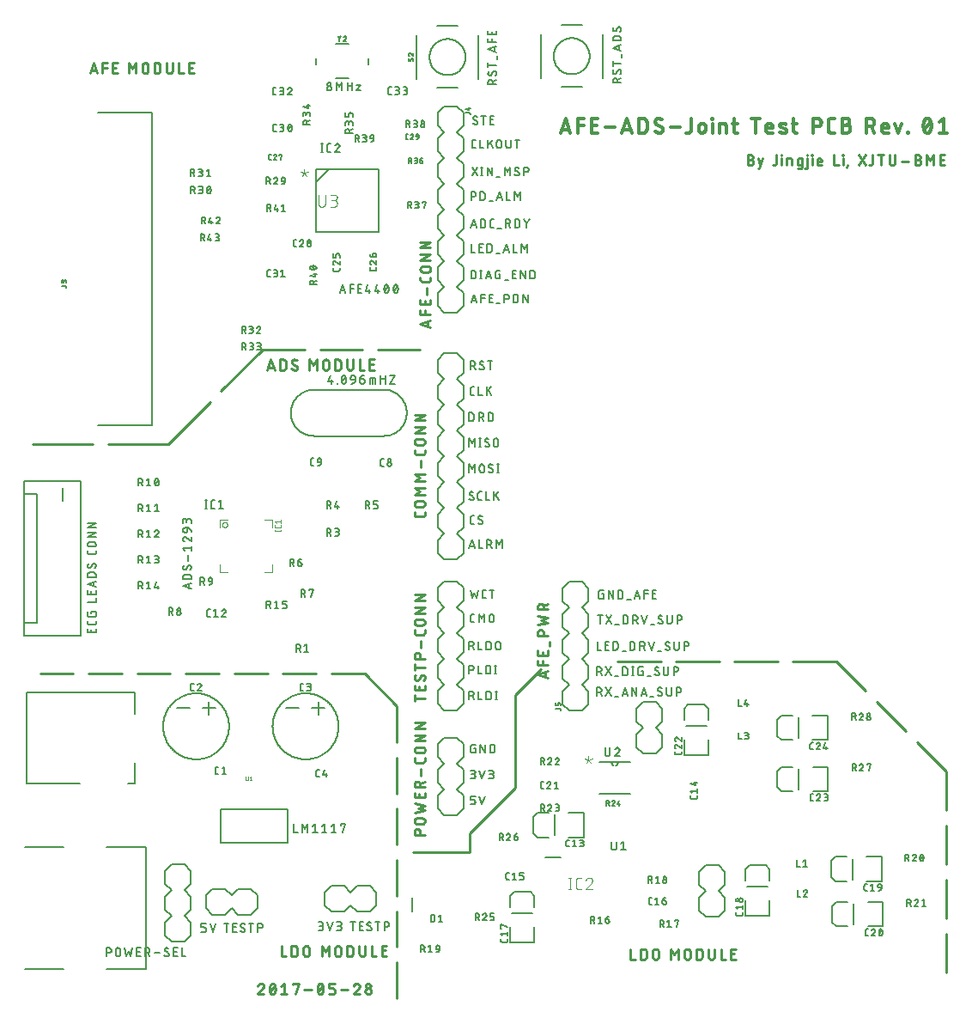
<source format=gbr>
G04 EAGLE Gerber X2 export*
%TF.Part,Single*%
%TF.FileFunction,Legend,Top,1*%
%TF.FilePolarity,Positive*%
%TF.GenerationSoftware,Autodesk,EAGLE,8.6.0*%
%TF.CreationDate,2018-05-28T12:08:45Z*%
G75*
%MOMM*%
%FSLAX34Y34*%
%LPD*%
%AMOC8*
5,1,8,0,0,1.08239X$1,22.5*%
G01*
%ADD10C,0.228600*%
%ADD11C,0.177800*%
%ADD12C,0.254000*%
%ADD13C,0.203200*%
%ADD14C,0.355600*%
%ADD15C,0.100000*%
%ADD16C,0.050800*%
%ADD17C,0.025400*%
%ADD18C,0.127000*%
%ADD19C,0.152400*%
%ADD20C,0.101600*%
%ADD21C,0.200000*%
%ADD22C,0.076200*%


D10*
X236554Y35941D02*
X236552Y36041D01*
X236546Y36140D01*
X236537Y36240D01*
X236523Y36338D01*
X236506Y36437D01*
X236486Y36534D01*
X236461Y36631D01*
X236433Y36727D01*
X236401Y36821D01*
X236365Y36914D01*
X236326Y37006D01*
X236284Y37096D01*
X236238Y37185D01*
X236188Y37272D01*
X236136Y37356D01*
X236080Y37439D01*
X236021Y37520D01*
X235959Y37598D01*
X235894Y37674D01*
X235826Y37747D01*
X235756Y37817D01*
X235683Y37885D01*
X235607Y37950D01*
X235529Y38012D01*
X235448Y38071D01*
X235365Y38127D01*
X235281Y38179D01*
X235194Y38229D01*
X235105Y38275D01*
X235015Y38317D01*
X234923Y38356D01*
X234830Y38392D01*
X234736Y38424D01*
X234640Y38452D01*
X234543Y38477D01*
X234446Y38497D01*
X234347Y38514D01*
X234249Y38528D01*
X234149Y38537D01*
X234050Y38543D01*
X233950Y38545D01*
X233836Y38543D01*
X233723Y38537D01*
X233610Y38528D01*
X233497Y38514D01*
X233384Y38497D01*
X233273Y38476D01*
X233162Y38451D01*
X233052Y38422D01*
X232943Y38390D01*
X232835Y38354D01*
X232728Y38314D01*
X232623Y38271D01*
X232520Y38224D01*
X232418Y38173D01*
X232318Y38120D01*
X232219Y38062D01*
X232123Y38002D01*
X232029Y37938D01*
X231937Y37871D01*
X231847Y37801D01*
X231760Y37728D01*
X231675Y37653D01*
X231593Y37574D01*
X231514Y37492D01*
X231438Y37408D01*
X231364Y37322D01*
X231293Y37233D01*
X231226Y37141D01*
X231161Y37047D01*
X231100Y36952D01*
X231042Y36854D01*
X230988Y36754D01*
X230937Y36652D01*
X230889Y36549D01*
X230845Y36444D01*
X230805Y36338D01*
X230768Y36231D01*
X235686Y33916D02*
X235759Y33988D01*
X235830Y34063D01*
X235897Y34141D01*
X235962Y34221D01*
X236024Y34303D01*
X236083Y34387D01*
X236138Y34474D01*
X236191Y34563D01*
X236240Y34653D01*
X236286Y34745D01*
X236328Y34839D01*
X236367Y34935D01*
X236402Y35031D01*
X236434Y35129D01*
X236462Y35228D01*
X236486Y35328D01*
X236507Y35429D01*
X236524Y35531D01*
X236537Y35633D01*
X236546Y35735D01*
X236552Y35838D01*
X236554Y35941D01*
X235686Y33916D02*
X230768Y28131D01*
X236554Y28131D01*
X242198Y33338D02*
X242200Y33543D01*
X242208Y33748D01*
X242220Y33952D01*
X242237Y34156D01*
X242259Y34360D01*
X242286Y34563D01*
X242318Y34766D01*
X242354Y34967D01*
X242395Y35168D01*
X242441Y35367D01*
X242492Y35566D01*
X242548Y35763D01*
X242608Y35959D01*
X242673Y36153D01*
X242742Y36346D01*
X242816Y36537D01*
X242895Y36726D01*
X242978Y36913D01*
X243066Y37099D01*
X243066Y37098D02*
X243097Y37184D01*
X243132Y37269D01*
X243171Y37352D01*
X243214Y37433D01*
X243259Y37512D01*
X243308Y37590D01*
X243361Y37665D01*
X243416Y37738D01*
X243475Y37808D01*
X243536Y37876D01*
X243601Y37941D01*
X243668Y38003D01*
X243737Y38063D01*
X243810Y38119D01*
X243884Y38172D01*
X243961Y38222D01*
X244040Y38269D01*
X244120Y38312D01*
X244203Y38352D01*
X244287Y38388D01*
X244373Y38421D01*
X244459Y38450D01*
X244548Y38475D01*
X244637Y38496D01*
X244726Y38514D01*
X244817Y38527D01*
X244908Y38537D01*
X244999Y38543D01*
X245091Y38545D01*
X245183Y38543D01*
X245274Y38537D01*
X245365Y38527D01*
X245456Y38514D01*
X245545Y38496D01*
X245634Y38475D01*
X245723Y38450D01*
X245809Y38421D01*
X245895Y38388D01*
X245979Y38352D01*
X246062Y38312D01*
X246142Y38269D01*
X246221Y38222D01*
X246298Y38172D01*
X246372Y38119D01*
X246445Y38063D01*
X246514Y38003D01*
X246581Y37941D01*
X246646Y37876D01*
X246707Y37808D01*
X246766Y37738D01*
X246821Y37665D01*
X246874Y37590D01*
X246923Y37512D01*
X246968Y37433D01*
X247011Y37352D01*
X247050Y37269D01*
X247085Y37184D01*
X247116Y37098D01*
X247116Y37099D02*
X247204Y36913D01*
X247287Y36726D01*
X247366Y36537D01*
X247440Y36346D01*
X247509Y36153D01*
X247574Y35959D01*
X247634Y35763D01*
X247690Y35566D01*
X247741Y35367D01*
X247787Y35168D01*
X247828Y34967D01*
X247864Y34766D01*
X247896Y34563D01*
X247923Y34360D01*
X247945Y34156D01*
X247962Y33952D01*
X247974Y33748D01*
X247982Y33543D01*
X247984Y33338D01*
X242198Y33338D02*
X242200Y33133D01*
X242208Y32928D01*
X242220Y32724D01*
X242237Y32520D01*
X242259Y32316D01*
X242286Y32113D01*
X242318Y31911D01*
X242354Y31709D01*
X242395Y31508D01*
X242441Y31309D01*
X242492Y31110D01*
X242548Y30913D01*
X242608Y30717D01*
X242673Y30523D01*
X242742Y30330D01*
X242816Y30139D01*
X242895Y29950D01*
X242978Y29763D01*
X243066Y29577D01*
X243097Y29491D01*
X243132Y29406D01*
X243171Y29323D01*
X243214Y29242D01*
X243259Y29163D01*
X243308Y29085D01*
X243361Y29010D01*
X243416Y28937D01*
X243475Y28867D01*
X243536Y28799D01*
X243601Y28734D01*
X243668Y28672D01*
X243737Y28612D01*
X243810Y28556D01*
X243884Y28503D01*
X243961Y28453D01*
X244040Y28406D01*
X244120Y28363D01*
X244203Y28323D01*
X244287Y28287D01*
X244373Y28254D01*
X244459Y28225D01*
X244548Y28200D01*
X244637Y28179D01*
X244726Y28161D01*
X244817Y28148D01*
X244908Y28138D01*
X244999Y28132D01*
X245091Y28130D01*
X247115Y29577D02*
X247203Y29763D01*
X247286Y29950D01*
X247365Y30139D01*
X247439Y30330D01*
X247508Y30523D01*
X247573Y30717D01*
X247633Y30913D01*
X247689Y31110D01*
X247740Y31309D01*
X247786Y31508D01*
X247827Y31709D01*
X247863Y31911D01*
X247895Y32113D01*
X247922Y32316D01*
X247944Y32520D01*
X247961Y32724D01*
X247973Y32928D01*
X247981Y33133D01*
X247983Y33338D01*
X247116Y29577D02*
X247085Y29491D01*
X247050Y29406D01*
X247011Y29323D01*
X246968Y29242D01*
X246923Y29163D01*
X246874Y29085D01*
X246821Y29010D01*
X246766Y28937D01*
X246707Y28867D01*
X246646Y28799D01*
X246581Y28734D01*
X246514Y28672D01*
X246445Y28612D01*
X246372Y28556D01*
X246298Y28503D01*
X246221Y28453D01*
X246142Y28406D01*
X246062Y28363D01*
X245979Y28323D01*
X245895Y28287D01*
X245809Y28254D01*
X245723Y28225D01*
X245634Y28200D01*
X245545Y28179D01*
X245456Y28161D01*
X245365Y28148D01*
X245274Y28138D01*
X245183Y28132D01*
X245091Y28130D01*
X242777Y30445D02*
X247405Y36230D01*
X253628Y36230D02*
X256521Y38545D01*
X256521Y28131D01*
X259413Y28131D02*
X253628Y28131D01*
X265058Y37387D02*
X265058Y38545D01*
X270843Y38545D01*
X267951Y28131D01*
X276671Y32180D02*
X283614Y32180D01*
X289442Y33338D02*
X289444Y33543D01*
X289452Y33748D01*
X289464Y33952D01*
X289481Y34156D01*
X289503Y34360D01*
X289530Y34563D01*
X289562Y34766D01*
X289598Y34967D01*
X289639Y35168D01*
X289685Y35367D01*
X289736Y35566D01*
X289792Y35763D01*
X289852Y35959D01*
X289917Y36153D01*
X289986Y36346D01*
X290060Y36537D01*
X290139Y36726D01*
X290222Y36913D01*
X290310Y37099D01*
X290310Y37098D02*
X290341Y37184D01*
X290376Y37269D01*
X290415Y37352D01*
X290458Y37433D01*
X290503Y37512D01*
X290552Y37590D01*
X290605Y37665D01*
X290660Y37738D01*
X290719Y37808D01*
X290780Y37876D01*
X290845Y37941D01*
X290912Y38003D01*
X290981Y38063D01*
X291054Y38119D01*
X291128Y38172D01*
X291205Y38222D01*
X291284Y38269D01*
X291364Y38312D01*
X291447Y38352D01*
X291531Y38388D01*
X291617Y38421D01*
X291703Y38450D01*
X291792Y38475D01*
X291881Y38496D01*
X291970Y38514D01*
X292061Y38527D01*
X292152Y38537D01*
X292243Y38543D01*
X292335Y38545D01*
X292427Y38543D01*
X292518Y38537D01*
X292609Y38527D01*
X292700Y38514D01*
X292789Y38496D01*
X292878Y38475D01*
X292967Y38450D01*
X293053Y38421D01*
X293139Y38388D01*
X293223Y38352D01*
X293306Y38312D01*
X293386Y38269D01*
X293465Y38222D01*
X293542Y38172D01*
X293616Y38119D01*
X293689Y38063D01*
X293758Y38003D01*
X293825Y37941D01*
X293890Y37876D01*
X293951Y37808D01*
X294010Y37738D01*
X294065Y37665D01*
X294118Y37590D01*
X294167Y37512D01*
X294212Y37433D01*
X294255Y37352D01*
X294294Y37269D01*
X294329Y37184D01*
X294360Y37098D01*
X294359Y37099D02*
X294447Y36913D01*
X294530Y36726D01*
X294609Y36537D01*
X294683Y36346D01*
X294752Y36153D01*
X294817Y35959D01*
X294877Y35763D01*
X294933Y35566D01*
X294984Y35367D01*
X295030Y35168D01*
X295071Y34967D01*
X295107Y34766D01*
X295139Y34563D01*
X295166Y34360D01*
X295188Y34156D01*
X295205Y33952D01*
X295217Y33748D01*
X295225Y33543D01*
X295227Y33338D01*
X289442Y33338D02*
X289444Y33133D01*
X289452Y32928D01*
X289464Y32724D01*
X289481Y32520D01*
X289503Y32316D01*
X289530Y32113D01*
X289562Y31911D01*
X289598Y31709D01*
X289639Y31508D01*
X289685Y31309D01*
X289736Y31110D01*
X289792Y30913D01*
X289852Y30717D01*
X289917Y30523D01*
X289986Y30330D01*
X290060Y30139D01*
X290139Y29950D01*
X290222Y29763D01*
X290310Y29577D01*
X290341Y29491D01*
X290376Y29406D01*
X290415Y29323D01*
X290458Y29242D01*
X290503Y29163D01*
X290552Y29085D01*
X290605Y29010D01*
X290660Y28937D01*
X290719Y28867D01*
X290780Y28799D01*
X290845Y28734D01*
X290912Y28672D01*
X290981Y28612D01*
X291054Y28556D01*
X291128Y28503D01*
X291205Y28453D01*
X291284Y28406D01*
X291364Y28363D01*
X291447Y28323D01*
X291531Y28287D01*
X291617Y28254D01*
X291703Y28225D01*
X291792Y28200D01*
X291881Y28179D01*
X291970Y28161D01*
X292061Y28148D01*
X292152Y28138D01*
X292243Y28132D01*
X292335Y28130D01*
X294359Y29577D02*
X294447Y29763D01*
X294530Y29950D01*
X294609Y30139D01*
X294683Y30330D01*
X294752Y30523D01*
X294817Y30717D01*
X294877Y30913D01*
X294933Y31110D01*
X294984Y31309D01*
X295030Y31508D01*
X295071Y31709D01*
X295107Y31911D01*
X295139Y32113D01*
X295166Y32316D01*
X295188Y32520D01*
X295205Y32724D01*
X295217Y32928D01*
X295225Y33133D01*
X295227Y33338D01*
X294360Y29577D02*
X294329Y29491D01*
X294294Y29406D01*
X294255Y29323D01*
X294212Y29242D01*
X294167Y29163D01*
X294118Y29085D01*
X294065Y29010D01*
X294010Y28937D01*
X293951Y28867D01*
X293890Y28799D01*
X293825Y28734D01*
X293758Y28672D01*
X293689Y28612D01*
X293616Y28556D01*
X293542Y28503D01*
X293465Y28453D01*
X293386Y28406D01*
X293306Y28363D01*
X293223Y28323D01*
X293139Y28287D01*
X293053Y28254D01*
X292967Y28225D01*
X292878Y28200D01*
X292789Y28179D01*
X292700Y28161D01*
X292609Y28148D01*
X292518Y28138D01*
X292427Y28132D01*
X292335Y28130D01*
X290020Y30445D02*
X294649Y36230D01*
X300872Y28131D02*
X304343Y28131D01*
X304436Y28133D01*
X304529Y28139D01*
X304622Y28148D01*
X304714Y28161D01*
X304806Y28178D01*
X304897Y28198D01*
X304987Y28222D01*
X305076Y28250D01*
X305164Y28281D01*
X305250Y28316D01*
X305335Y28354D01*
X305418Y28396D01*
X305500Y28441D01*
X305580Y28489D01*
X305658Y28541D01*
X305733Y28595D01*
X305806Y28653D01*
X305877Y28713D01*
X305946Y28776D01*
X306012Y28842D01*
X306075Y28911D01*
X306135Y28982D01*
X306193Y29055D01*
X306247Y29131D01*
X306299Y29208D01*
X306347Y29288D01*
X306392Y29370D01*
X306434Y29453D01*
X306472Y29538D01*
X306507Y29624D01*
X306538Y29712D01*
X306566Y29801D01*
X306590Y29891D01*
X306610Y29982D01*
X306627Y30074D01*
X306640Y30166D01*
X306649Y30259D01*
X306655Y30352D01*
X306657Y30445D01*
X306657Y31602D01*
X306655Y31695D01*
X306649Y31788D01*
X306640Y31881D01*
X306627Y31973D01*
X306610Y32065D01*
X306590Y32156D01*
X306566Y32246D01*
X306538Y32335D01*
X306507Y32423D01*
X306472Y32509D01*
X306434Y32594D01*
X306392Y32677D01*
X306347Y32759D01*
X306299Y32839D01*
X306247Y32917D01*
X306193Y32992D01*
X306135Y33065D01*
X306075Y33136D01*
X306012Y33205D01*
X305946Y33271D01*
X305877Y33334D01*
X305806Y33394D01*
X305733Y33452D01*
X305658Y33506D01*
X305580Y33558D01*
X305500Y33606D01*
X305418Y33651D01*
X305335Y33693D01*
X305250Y33731D01*
X305164Y33766D01*
X305076Y33797D01*
X304987Y33825D01*
X304897Y33849D01*
X304806Y33869D01*
X304714Y33886D01*
X304622Y33899D01*
X304529Y33908D01*
X304436Y33914D01*
X304343Y33916D01*
X300872Y33916D01*
X300872Y38545D01*
X306657Y38545D01*
X312485Y32180D02*
X319428Y32180D01*
X328438Y38545D02*
X328538Y38543D01*
X328637Y38537D01*
X328737Y38528D01*
X328835Y38514D01*
X328934Y38497D01*
X329031Y38477D01*
X329128Y38452D01*
X329224Y38424D01*
X329318Y38392D01*
X329411Y38356D01*
X329503Y38317D01*
X329593Y38275D01*
X329682Y38229D01*
X329769Y38179D01*
X329853Y38127D01*
X329936Y38071D01*
X330017Y38012D01*
X330095Y37950D01*
X330171Y37885D01*
X330244Y37817D01*
X330314Y37747D01*
X330382Y37674D01*
X330447Y37598D01*
X330509Y37520D01*
X330568Y37439D01*
X330624Y37356D01*
X330676Y37272D01*
X330726Y37185D01*
X330772Y37096D01*
X330814Y37006D01*
X330853Y36914D01*
X330889Y36821D01*
X330921Y36727D01*
X330949Y36631D01*
X330974Y36534D01*
X330994Y36437D01*
X331011Y36338D01*
X331025Y36240D01*
X331034Y36140D01*
X331040Y36041D01*
X331042Y35941D01*
X328438Y38545D02*
X328324Y38543D01*
X328211Y38537D01*
X328098Y38528D01*
X327985Y38514D01*
X327872Y38497D01*
X327761Y38476D01*
X327650Y38451D01*
X327540Y38422D01*
X327431Y38390D01*
X327323Y38354D01*
X327216Y38314D01*
X327111Y38271D01*
X327008Y38224D01*
X326906Y38173D01*
X326806Y38120D01*
X326707Y38062D01*
X326611Y38002D01*
X326517Y37938D01*
X326425Y37871D01*
X326335Y37801D01*
X326248Y37728D01*
X326163Y37653D01*
X326081Y37574D01*
X326002Y37492D01*
X325926Y37408D01*
X325852Y37322D01*
X325781Y37233D01*
X325714Y37141D01*
X325649Y37047D01*
X325588Y36952D01*
X325530Y36854D01*
X325476Y36754D01*
X325425Y36652D01*
X325377Y36549D01*
X325333Y36444D01*
X325293Y36338D01*
X325256Y36231D01*
X330174Y33916D02*
X330247Y33988D01*
X330318Y34063D01*
X330385Y34141D01*
X330450Y34221D01*
X330512Y34303D01*
X330571Y34387D01*
X330626Y34474D01*
X330679Y34563D01*
X330728Y34653D01*
X330774Y34745D01*
X330816Y34839D01*
X330855Y34935D01*
X330890Y35031D01*
X330922Y35129D01*
X330950Y35228D01*
X330974Y35328D01*
X330995Y35429D01*
X331012Y35531D01*
X331025Y35633D01*
X331034Y35735D01*
X331040Y35838D01*
X331042Y35941D01*
X330173Y33916D02*
X325256Y28131D01*
X331041Y28131D01*
X336685Y31023D02*
X336687Y31130D01*
X336693Y31237D01*
X336703Y31343D01*
X336717Y31449D01*
X336734Y31555D01*
X336756Y31659D01*
X336781Y31763D01*
X336811Y31866D01*
X336844Y31968D01*
X336880Y32068D01*
X336921Y32167D01*
X336965Y32264D01*
X337013Y32360D01*
X337064Y32454D01*
X337118Y32546D01*
X337176Y32636D01*
X337238Y32723D01*
X337302Y32809D01*
X337369Y32892D01*
X337440Y32972D01*
X337514Y33050D01*
X337590Y33125D01*
X337669Y33197D01*
X337750Y33266D01*
X337835Y33332D01*
X337921Y33395D01*
X338010Y33454D01*
X338101Y33510D01*
X338194Y33563D01*
X338288Y33613D01*
X338385Y33659D01*
X338483Y33701D01*
X338583Y33739D01*
X338684Y33774D01*
X338786Y33806D01*
X338890Y33833D01*
X338994Y33856D01*
X339099Y33876D01*
X339205Y33892D01*
X339311Y33904D01*
X339418Y33912D01*
X339525Y33916D01*
X339631Y33916D01*
X339738Y33912D01*
X339845Y33904D01*
X339951Y33892D01*
X340057Y33876D01*
X340162Y33856D01*
X340266Y33833D01*
X340370Y33806D01*
X340472Y33774D01*
X340573Y33739D01*
X340673Y33701D01*
X340771Y33659D01*
X340868Y33613D01*
X340962Y33563D01*
X341055Y33510D01*
X341146Y33454D01*
X341235Y33395D01*
X341321Y33332D01*
X341406Y33266D01*
X341487Y33197D01*
X341566Y33125D01*
X341642Y33050D01*
X341716Y32972D01*
X341787Y32892D01*
X341854Y32809D01*
X341918Y32723D01*
X341980Y32636D01*
X342038Y32546D01*
X342092Y32454D01*
X342143Y32360D01*
X342191Y32264D01*
X342235Y32167D01*
X342276Y32068D01*
X342312Y31968D01*
X342345Y31866D01*
X342375Y31763D01*
X342400Y31659D01*
X342422Y31555D01*
X342439Y31449D01*
X342453Y31343D01*
X342463Y31237D01*
X342469Y31130D01*
X342471Y31023D01*
X342469Y30916D01*
X342463Y30809D01*
X342453Y30703D01*
X342439Y30597D01*
X342422Y30491D01*
X342400Y30387D01*
X342375Y30283D01*
X342345Y30180D01*
X342312Y30078D01*
X342276Y29978D01*
X342235Y29879D01*
X342191Y29782D01*
X342143Y29686D01*
X342092Y29592D01*
X342038Y29500D01*
X341980Y29410D01*
X341918Y29323D01*
X341854Y29237D01*
X341787Y29154D01*
X341716Y29074D01*
X341642Y28996D01*
X341566Y28921D01*
X341487Y28849D01*
X341406Y28780D01*
X341321Y28714D01*
X341235Y28651D01*
X341146Y28592D01*
X341055Y28536D01*
X340962Y28483D01*
X340868Y28433D01*
X340771Y28387D01*
X340673Y28345D01*
X340573Y28307D01*
X340472Y28272D01*
X340370Y28240D01*
X340266Y28213D01*
X340162Y28190D01*
X340057Y28170D01*
X339951Y28154D01*
X339845Y28142D01*
X339738Y28134D01*
X339631Y28130D01*
X339525Y28130D01*
X339418Y28134D01*
X339311Y28142D01*
X339205Y28154D01*
X339099Y28170D01*
X338994Y28190D01*
X338890Y28213D01*
X338786Y28240D01*
X338684Y28272D01*
X338583Y28307D01*
X338483Y28345D01*
X338385Y28387D01*
X338288Y28433D01*
X338194Y28483D01*
X338101Y28536D01*
X338010Y28592D01*
X337921Y28651D01*
X337835Y28714D01*
X337750Y28780D01*
X337669Y28849D01*
X337590Y28921D01*
X337514Y28996D01*
X337440Y29074D01*
X337369Y29154D01*
X337302Y29237D01*
X337238Y29323D01*
X337176Y29410D01*
X337118Y29500D01*
X337064Y29592D01*
X337013Y29686D01*
X336965Y29782D01*
X336921Y29879D01*
X336880Y29978D01*
X336844Y30078D01*
X336811Y30180D01*
X336781Y30283D01*
X336756Y30387D01*
X336734Y30491D01*
X336717Y30597D01*
X336703Y30703D01*
X336693Y30809D01*
X336687Y30916D01*
X336685Y31023D01*
X337264Y36230D02*
X337266Y36324D01*
X337272Y36419D01*
X337281Y36513D01*
X337295Y36606D01*
X337312Y36699D01*
X337333Y36791D01*
X337358Y36882D01*
X337386Y36972D01*
X337418Y37061D01*
X337454Y37148D01*
X337493Y37234D01*
X337536Y37318D01*
X337582Y37401D01*
X337631Y37481D01*
X337684Y37559D01*
X337740Y37636D01*
X337799Y37709D01*
X337860Y37781D01*
X337925Y37849D01*
X337993Y37916D01*
X338063Y37979D01*
X338135Y38039D01*
X338210Y38097D01*
X338288Y38151D01*
X338367Y38202D01*
X338448Y38250D01*
X338532Y38294D01*
X338617Y38335D01*
X338703Y38372D01*
X338791Y38406D01*
X338881Y38437D01*
X338971Y38463D01*
X339063Y38486D01*
X339156Y38505D01*
X339249Y38520D01*
X339342Y38532D01*
X339436Y38540D01*
X339531Y38544D01*
X339625Y38544D01*
X339720Y38540D01*
X339814Y38532D01*
X339907Y38520D01*
X340000Y38505D01*
X340093Y38486D01*
X340185Y38463D01*
X340275Y38437D01*
X340365Y38406D01*
X340453Y38372D01*
X340539Y38335D01*
X340624Y38294D01*
X340708Y38250D01*
X340789Y38202D01*
X340868Y38151D01*
X340946Y38097D01*
X341021Y38039D01*
X341093Y37979D01*
X341163Y37916D01*
X341231Y37849D01*
X341296Y37781D01*
X341357Y37709D01*
X341416Y37636D01*
X341472Y37559D01*
X341525Y37481D01*
X341574Y37401D01*
X341620Y37318D01*
X341663Y37234D01*
X341702Y37148D01*
X341738Y37061D01*
X341770Y36972D01*
X341798Y36882D01*
X341823Y36791D01*
X341844Y36699D01*
X341861Y36606D01*
X341875Y36513D01*
X341884Y36419D01*
X341890Y36324D01*
X341892Y36230D01*
X341890Y36136D01*
X341884Y36041D01*
X341875Y35947D01*
X341861Y35854D01*
X341844Y35761D01*
X341823Y35669D01*
X341798Y35578D01*
X341770Y35488D01*
X341738Y35399D01*
X341702Y35312D01*
X341663Y35226D01*
X341620Y35142D01*
X341574Y35059D01*
X341525Y34979D01*
X341472Y34901D01*
X341416Y34824D01*
X341357Y34751D01*
X341296Y34679D01*
X341231Y34611D01*
X341163Y34544D01*
X341093Y34481D01*
X341021Y34421D01*
X340946Y34363D01*
X340868Y34309D01*
X340789Y34258D01*
X340708Y34210D01*
X340624Y34166D01*
X340539Y34125D01*
X340453Y34088D01*
X340365Y34054D01*
X340275Y34023D01*
X340185Y33997D01*
X340093Y33974D01*
X340000Y33955D01*
X339907Y33940D01*
X339814Y33928D01*
X339720Y33920D01*
X339625Y33916D01*
X339531Y33916D01*
X339436Y33920D01*
X339342Y33928D01*
X339249Y33940D01*
X339156Y33955D01*
X339063Y33974D01*
X338971Y33997D01*
X338881Y34023D01*
X338791Y34054D01*
X338703Y34088D01*
X338617Y34125D01*
X338532Y34166D01*
X338448Y34210D01*
X338367Y34258D01*
X338288Y34309D01*
X338210Y34363D01*
X338135Y34421D01*
X338063Y34481D01*
X337993Y34544D01*
X337925Y34611D01*
X337860Y34679D01*
X337799Y34751D01*
X337740Y34824D01*
X337684Y34901D01*
X337631Y34979D01*
X337582Y35059D01*
X337536Y35142D01*
X337493Y35226D01*
X337454Y35312D01*
X337418Y35399D01*
X337386Y35488D01*
X337358Y35578D01*
X337333Y35669D01*
X337312Y35761D01*
X337295Y35854D01*
X337281Y35947D01*
X337272Y36041D01*
X337266Y36136D01*
X337264Y36230D01*
D11*
X440627Y643827D02*
X440627Y652049D01*
X442910Y652049D01*
X443004Y652047D01*
X443099Y652041D01*
X443193Y652031D01*
X443286Y652018D01*
X443379Y652000D01*
X443471Y651979D01*
X443562Y651954D01*
X443652Y651925D01*
X443740Y651893D01*
X443827Y651857D01*
X443913Y651817D01*
X443997Y651774D01*
X444079Y651727D01*
X444159Y651677D01*
X444237Y651624D01*
X444313Y651567D01*
X444386Y651508D01*
X444457Y651445D01*
X444525Y651380D01*
X444590Y651312D01*
X444653Y651241D01*
X444712Y651168D01*
X444769Y651092D01*
X444822Y651014D01*
X444872Y650934D01*
X444919Y650852D01*
X444962Y650768D01*
X445002Y650682D01*
X445038Y650595D01*
X445070Y650507D01*
X445099Y650417D01*
X445124Y650326D01*
X445145Y650234D01*
X445163Y650141D01*
X445176Y650048D01*
X445186Y649954D01*
X445192Y649859D01*
X445194Y649765D01*
X445192Y649671D01*
X445186Y649576D01*
X445176Y649482D01*
X445163Y649389D01*
X445145Y649296D01*
X445124Y649204D01*
X445099Y649113D01*
X445070Y649023D01*
X445038Y648935D01*
X445002Y648848D01*
X444962Y648762D01*
X444919Y648678D01*
X444872Y648596D01*
X444822Y648516D01*
X444769Y648438D01*
X444712Y648362D01*
X444653Y648289D01*
X444590Y648218D01*
X444525Y648150D01*
X444457Y648085D01*
X444386Y648022D01*
X444313Y647963D01*
X444237Y647906D01*
X444159Y647853D01*
X444079Y647803D01*
X443997Y647756D01*
X443913Y647713D01*
X443827Y647673D01*
X443740Y647637D01*
X443652Y647605D01*
X443562Y647576D01*
X443471Y647551D01*
X443379Y647530D01*
X443286Y647512D01*
X443193Y647499D01*
X443099Y647489D01*
X443004Y647483D01*
X442910Y647481D01*
X440627Y647481D01*
X443367Y647481D02*
X445194Y643827D01*
X451974Y643827D02*
X452058Y643829D01*
X452143Y643835D01*
X452226Y643845D01*
X452310Y643858D01*
X452392Y643876D01*
X452474Y643897D01*
X452555Y643922D01*
X452634Y643950D01*
X452712Y643983D01*
X452788Y644019D01*
X452863Y644058D01*
X452936Y644101D01*
X453007Y644147D01*
X453075Y644196D01*
X453141Y644248D01*
X453205Y644304D01*
X453266Y644362D01*
X453324Y644423D01*
X453380Y644487D01*
X453432Y644553D01*
X453481Y644622D01*
X453527Y644692D01*
X453570Y644765D01*
X453609Y644840D01*
X453645Y644916D01*
X453678Y644994D01*
X453706Y645073D01*
X453731Y645154D01*
X453752Y645236D01*
X453770Y645318D01*
X453783Y645402D01*
X453793Y645485D01*
X453799Y645570D01*
X453801Y645654D01*
X451974Y643826D02*
X451852Y643828D01*
X451730Y643834D01*
X451609Y643843D01*
X451488Y643857D01*
X451367Y643874D01*
X451247Y643895D01*
X451128Y643920D01*
X451009Y643949D01*
X450892Y643981D01*
X450775Y644017D01*
X450660Y644057D01*
X450546Y644100D01*
X450433Y644147D01*
X450322Y644197D01*
X450213Y644251D01*
X450105Y644308D01*
X450000Y644369D01*
X449896Y644433D01*
X449794Y644500D01*
X449695Y644571D01*
X449597Y644644D01*
X449503Y644721D01*
X449410Y644800D01*
X449320Y644883D01*
X449233Y644968D01*
X449462Y650221D02*
X449464Y650305D01*
X449470Y650390D01*
X449480Y650473D01*
X449493Y650557D01*
X449511Y650639D01*
X449532Y650721D01*
X449557Y650802D01*
X449585Y650881D01*
X449618Y650959D01*
X449654Y651035D01*
X449693Y651110D01*
X449736Y651183D01*
X449782Y651254D01*
X449831Y651322D01*
X449883Y651388D01*
X449939Y651452D01*
X449997Y651513D01*
X450058Y651571D01*
X450122Y651627D01*
X450188Y651679D01*
X450256Y651728D01*
X450327Y651774D01*
X450400Y651817D01*
X450475Y651856D01*
X450551Y651892D01*
X450629Y651925D01*
X450708Y651953D01*
X450789Y651978D01*
X450871Y651999D01*
X450953Y652017D01*
X451037Y652030D01*
X451120Y652040D01*
X451205Y652046D01*
X451289Y652048D01*
X451289Y652049D02*
X451405Y652047D01*
X451521Y652041D01*
X451637Y652031D01*
X451752Y652018D01*
X451866Y652000D01*
X451980Y651979D01*
X452094Y651953D01*
X452206Y651924D01*
X452317Y651891D01*
X452427Y651854D01*
X452536Y651814D01*
X452643Y651770D01*
X452749Y651722D01*
X452853Y651671D01*
X452956Y651616D01*
X453056Y651558D01*
X453154Y651497D01*
X453251Y651432D01*
X453345Y651364D01*
X450375Y648622D02*
X450304Y648666D01*
X450234Y648713D01*
X450167Y648764D01*
X450103Y648817D01*
X450041Y648873D01*
X449981Y648932D01*
X449924Y648994D01*
X449870Y649058D01*
X449819Y649125D01*
X449772Y649193D01*
X449727Y649264D01*
X449685Y649337D01*
X449647Y649411D01*
X449612Y649488D01*
X449581Y649565D01*
X449553Y649644D01*
X449529Y649724D01*
X449508Y649806D01*
X449491Y649888D01*
X449478Y649970D01*
X449469Y650054D01*
X449463Y650137D01*
X449461Y650221D01*
X452887Y647253D02*
X452958Y647209D01*
X453028Y647162D01*
X453095Y647111D01*
X453159Y647058D01*
X453221Y647002D01*
X453281Y646943D01*
X453338Y646881D01*
X453392Y646817D01*
X453443Y646750D01*
X453490Y646682D01*
X453535Y646611D01*
X453577Y646538D01*
X453615Y646464D01*
X453650Y646387D01*
X453681Y646310D01*
X453709Y646231D01*
X453733Y646151D01*
X453754Y646069D01*
X453771Y645987D01*
X453784Y645905D01*
X453793Y645821D01*
X453799Y645738D01*
X453801Y645654D01*
X452887Y647252D02*
X450375Y648623D01*
X459617Y652049D02*
X459617Y643827D01*
X457333Y652049D02*
X461901Y652049D01*
X444281Y618427D02*
X442454Y618427D01*
X442370Y618429D01*
X442285Y618435D01*
X442202Y618445D01*
X442118Y618458D01*
X442036Y618476D01*
X441954Y618497D01*
X441873Y618522D01*
X441794Y618550D01*
X441716Y618583D01*
X441640Y618619D01*
X441565Y618658D01*
X441492Y618701D01*
X441421Y618747D01*
X441353Y618796D01*
X441287Y618848D01*
X441223Y618904D01*
X441162Y618962D01*
X441104Y619023D01*
X441048Y619087D01*
X440996Y619153D01*
X440947Y619221D01*
X440901Y619292D01*
X440858Y619365D01*
X440819Y619440D01*
X440783Y619516D01*
X440750Y619594D01*
X440722Y619673D01*
X440697Y619754D01*
X440676Y619836D01*
X440658Y619918D01*
X440645Y620002D01*
X440635Y620085D01*
X440629Y620170D01*
X440627Y620254D01*
X440627Y624821D01*
X440629Y624905D01*
X440635Y624990D01*
X440645Y625073D01*
X440658Y625157D01*
X440676Y625239D01*
X440697Y625321D01*
X440722Y625402D01*
X440750Y625481D01*
X440783Y625559D01*
X440819Y625635D01*
X440858Y625710D01*
X440901Y625783D01*
X440947Y625853D01*
X440996Y625922D01*
X441048Y625988D01*
X441104Y626052D01*
X441162Y626113D01*
X441223Y626171D01*
X441287Y626227D01*
X441353Y626279D01*
X441421Y626328D01*
X441492Y626374D01*
X441565Y626417D01*
X441640Y626456D01*
X441716Y626492D01*
X441794Y626525D01*
X441873Y626553D01*
X441954Y626578D01*
X442036Y626599D01*
X442118Y626617D01*
X442202Y626630D01*
X442285Y626640D01*
X442370Y626646D01*
X442454Y626648D01*
X442454Y626649D02*
X444281Y626649D01*
X448497Y626649D02*
X448497Y618427D01*
X452151Y618427D01*
X456483Y618427D02*
X456483Y626649D01*
X461051Y626649D02*
X456483Y621624D01*
X458311Y623451D02*
X461051Y618427D01*
X439039Y601249D02*
X439039Y593027D01*
X439039Y601249D02*
X441323Y601249D01*
X441417Y601247D01*
X441512Y601241D01*
X441606Y601231D01*
X441699Y601218D01*
X441792Y601200D01*
X441884Y601179D01*
X441975Y601154D01*
X442065Y601125D01*
X442153Y601093D01*
X442240Y601057D01*
X442326Y601017D01*
X442410Y600974D01*
X442492Y600927D01*
X442572Y600877D01*
X442650Y600824D01*
X442726Y600767D01*
X442799Y600708D01*
X442870Y600645D01*
X442938Y600580D01*
X443003Y600512D01*
X443066Y600441D01*
X443125Y600368D01*
X443182Y600292D01*
X443235Y600214D01*
X443285Y600134D01*
X443332Y600052D01*
X443375Y599968D01*
X443415Y599882D01*
X443451Y599795D01*
X443483Y599707D01*
X443512Y599617D01*
X443537Y599526D01*
X443558Y599434D01*
X443576Y599341D01*
X443589Y599248D01*
X443599Y599154D01*
X443605Y599059D01*
X443607Y598965D01*
X443607Y595310D01*
X443605Y595216D01*
X443599Y595121D01*
X443589Y595027D01*
X443576Y594934D01*
X443558Y594841D01*
X443537Y594749D01*
X443512Y594658D01*
X443483Y594568D01*
X443451Y594480D01*
X443415Y594393D01*
X443375Y594307D01*
X443332Y594223D01*
X443285Y594141D01*
X443235Y594061D01*
X443182Y593983D01*
X443125Y593907D01*
X443066Y593834D01*
X443003Y593763D01*
X442938Y593695D01*
X442870Y593630D01*
X442799Y593567D01*
X442726Y593508D01*
X442650Y593451D01*
X442572Y593398D01*
X442492Y593348D01*
X442410Y593301D01*
X442326Y593258D01*
X442240Y593218D01*
X442153Y593182D01*
X442065Y593150D01*
X441975Y593121D01*
X441884Y593096D01*
X441792Y593075D01*
X441699Y593057D01*
X441606Y593044D01*
X441512Y593034D01*
X441417Y593028D01*
X441323Y593026D01*
X441323Y593027D02*
X439039Y593027D01*
X448732Y593027D02*
X448732Y601249D01*
X451016Y601249D01*
X451110Y601247D01*
X451205Y601241D01*
X451299Y601231D01*
X451392Y601218D01*
X451485Y601200D01*
X451577Y601179D01*
X451668Y601154D01*
X451758Y601125D01*
X451846Y601093D01*
X451933Y601057D01*
X452019Y601017D01*
X452103Y600974D01*
X452185Y600927D01*
X452265Y600877D01*
X452343Y600824D01*
X452419Y600767D01*
X452492Y600708D01*
X452563Y600645D01*
X452631Y600580D01*
X452696Y600512D01*
X452759Y600441D01*
X452818Y600368D01*
X452875Y600292D01*
X452928Y600214D01*
X452978Y600134D01*
X453025Y600052D01*
X453068Y599968D01*
X453108Y599882D01*
X453144Y599795D01*
X453176Y599707D01*
X453205Y599617D01*
X453230Y599526D01*
X453251Y599434D01*
X453269Y599341D01*
X453282Y599248D01*
X453292Y599154D01*
X453298Y599059D01*
X453300Y598965D01*
X453298Y598871D01*
X453292Y598776D01*
X453282Y598682D01*
X453269Y598589D01*
X453251Y598496D01*
X453230Y598404D01*
X453205Y598313D01*
X453176Y598223D01*
X453144Y598135D01*
X453108Y598048D01*
X453068Y597962D01*
X453025Y597878D01*
X452978Y597796D01*
X452928Y597716D01*
X452875Y597638D01*
X452818Y597562D01*
X452759Y597489D01*
X452696Y597418D01*
X452631Y597350D01*
X452563Y597285D01*
X452492Y597222D01*
X452419Y597163D01*
X452343Y597106D01*
X452265Y597053D01*
X452185Y597003D01*
X452103Y596956D01*
X452019Y596913D01*
X451933Y596873D01*
X451846Y596837D01*
X451758Y596805D01*
X451668Y596776D01*
X451577Y596751D01*
X451485Y596730D01*
X451392Y596712D01*
X451299Y596699D01*
X451205Y596689D01*
X451110Y596683D01*
X451016Y596681D01*
X448732Y596681D01*
X451473Y596681D02*
X453300Y593027D01*
X457939Y593027D02*
X457939Y601249D01*
X460223Y601249D01*
X460317Y601247D01*
X460412Y601241D01*
X460506Y601231D01*
X460599Y601218D01*
X460692Y601200D01*
X460784Y601179D01*
X460875Y601154D01*
X460965Y601125D01*
X461053Y601093D01*
X461140Y601057D01*
X461226Y601017D01*
X461310Y600974D01*
X461392Y600927D01*
X461472Y600877D01*
X461550Y600824D01*
X461626Y600767D01*
X461699Y600708D01*
X461770Y600645D01*
X461838Y600580D01*
X461903Y600512D01*
X461966Y600441D01*
X462025Y600368D01*
X462082Y600292D01*
X462135Y600214D01*
X462185Y600134D01*
X462232Y600052D01*
X462275Y599968D01*
X462315Y599882D01*
X462351Y599795D01*
X462383Y599707D01*
X462412Y599617D01*
X462437Y599526D01*
X462458Y599434D01*
X462476Y599341D01*
X462489Y599248D01*
X462499Y599154D01*
X462505Y599059D01*
X462507Y598965D01*
X462507Y595310D01*
X462505Y595216D01*
X462499Y595121D01*
X462489Y595027D01*
X462476Y594934D01*
X462458Y594841D01*
X462437Y594749D01*
X462412Y594658D01*
X462383Y594568D01*
X462351Y594480D01*
X462315Y594393D01*
X462275Y594307D01*
X462232Y594223D01*
X462185Y594141D01*
X462135Y594061D01*
X462082Y593983D01*
X462025Y593907D01*
X461966Y593834D01*
X461903Y593763D01*
X461838Y593695D01*
X461770Y593630D01*
X461699Y593567D01*
X461626Y593508D01*
X461550Y593451D01*
X461472Y593398D01*
X461392Y593348D01*
X461310Y593301D01*
X461226Y593258D01*
X461140Y593218D01*
X461053Y593182D01*
X460965Y593150D01*
X460875Y593121D01*
X460784Y593096D01*
X460692Y593075D01*
X460599Y593057D01*
X460506Y593044D01*
X460412Y593034D01*
X460317Y593028D01*
X460223Y593026D01*
X460223Y593027D02*
X457939Y593027D01*
X439039Y575849D02*
X439039Y567627D01*
X441780Y571281D02*
X439039Y575849D01*
X441780Y571281D02*
X444520Y575849D01*
X444520Y567627D01*
X449880Y567627D02*
X449880Y575849D01*
X448966Y567627D02*
X450793Y567627D01*
X450793Y575849D02*
X448966Y575849D01*
X457236Y567627D02*
X457320Y567629D01*
X457405Y567635D01*
X457488Y567645D01*
X457572Y567658D01*
X457654Y567676D01*
X457736Y567697D01*
X457817Y567722D01*
X457896Y567750D01*
X457974Y567783D01*
X458050Y567819D01*
X458125Y567858D01*
X458198Y567901D01*
X458269Y567947D01*
X458337Y567996D01*
X458403Y568048D01*
X458467Y568104D01*
X458528Y568162D01*
X458586Y568223D01*
X458642Y568287D01*
X458694Y568353D01*
X458743Y568422D01*
X458789Y568492D01*
X458832Y568565D01*
X458871Y568640D01*
X458907Y568716D01*
X458940Y568794D01*
X458968Y568873D01*
X458993Y568954D01*
X459014Y569036D01*
X459032Y569118D01*
X459045Y569202D01*
X459055Y569285D01*
X459061Y569370D01*
X459063Y569454D01*
X457236Y567626D02*
X457114Y567628D01*
X456992Y567634D01*
X456871Y567643D01*
X456750Y567657D01*
X456629Y567674D01*
X456509Y567695D01*
X456390Y567720D01*
X456271Y567749D01*
X456154Y567781D01*
X456037Y567817D01*
X455922Y567857D01*
X455808Y567900D01*
X455695Y567947D01*
X455584Y567997D01*
X455475Y568051D01*
X455367Y568108D01*
X455262Y568169D01*
X455158Y568233D01*
X455056Y568300D01*
X454957Y568371D01*
X454859Y568444D01*
X454765Y568521D01*
X454672Y568600D01*
X454582Y568683D01*
X454495Y568768D01*
X454724Y574021D02*
X454726Y574105D01*
X454732Y574190D01*
X454742Y574273D01*
X454755Y574357D01*
X454773Y574439D01*
X454794Y574521D01*
X454819Y574602D01*
X454847Y574681D01*
X454880Y574759D01*
X454916Y574835D01*
X454955Y574910D01*
X454998Y574983D01*
X455044Y575054D01*
X455093Y575122D01*
X455145Y575188D01*
X455201Y575252D01*
X455259Y575313D01*
X455320Y575371D01*
X455384Y575427D01*
X455450Y575479D01*
X455518Y575528D01*
X455589Y575574D01*
X455662Y575617D01*
X455737Y575656D01*
X455813Y575692D01*
X455891Y575725D01*
X455970Y575753D01*
X456051Y575778D01*
X456133Y575799D01*
X456215Y575817D01*
X456299Y575830D01*
X456382Y575840D01*
X456467Y575846D01*
X456551Y575848D01*
X456551Y575849D02*
X456667Y575847D01*
X456783Y575841D01*
X456899Y575831D01*
X457014Y575818D01*
X457128Y575800D01*
X457242Y575779D01*
X457356Y575753D01*
X457468Y575724D01*
X457579Y575691D01*
X457689Y575654D01*
X457798Y575614D01*
X457905Y575570D01*
X458011Y575522D01*
X458115Y575471D01*
X458218Y575416D01*
X458318Y575358D01*
X458416Y575297D01*
X458513Y575232D01*
X458607Y575164D01*
X455638Y572422D02*
X455567Y572466D01*
X455497Y572513D01*
X455430Y572564D01*
X455366Y572617D01*
X455304Y572673D01*
X455244Y572732D01*
X455187Y572794D01*
X455133Y572858D01*
X455082Y572925D01*
X455035Y572993D01*
X454990Y573064D01*
X454948Y573137D01*
X454910Y573211D01*
X454875Y573288D01*
X454844Y573365D01*
X454816Y573444D01*
X454792Y573524D01*
X454771Y573606D01*
X454754Y573688D01*
X454741Y573770D01*
X454732Y573854D01*
X454726Y573937D01*
X454724Y574021D01*
X458150Y571053D02*
X458221Y571009D01*
X458291Y570962D01*
X458358Y570911D01*
X458422Y570858D01*
X458484Y570802D01*
X458544Y570743D01*
X458601Y570681D01*
X458655Y570617D01*
X458706Y570550D01*
X458753Y570482D01*
X458798Y570411D01*
X458840Y570338D01*
X458878Y570264D01*
X458913Y570187D01*
X458944Y570110D01*
X458972Y570031D01*
X458996Y569951D01*
X459017Y569869D01*
X459034Y569787D01*
X459047Y569705D01*
X459056Y569621D01*
X459062Y569538D01*
X459064Y569454D01*
X458150Y571052D02*
X455638Y572423D01*
X463196Y573565D02*
X463196Y569910D01*
X463196Y573565D02*
X463198Y573659D01*
X463204Y573754D01*
X463214Y573848D01*
X463227Y573941D01*
X463245Y574034D01*
X463266Y574126D01*
X463291Y574217D01*
X463320Y574307D01*
X463352Y574395D01*
X463388Y574482D01*
X463428Y574568D01*
X463471Y574652D01*
X463518Y574734D01*
X463568Y574814D01*
X463621Y574892D01*
X463678Y574968D01*
X463737Y575041D01*
X463800Y575112D01*
X463865Y575180D01*
X463933Y575245D01*
X464004Y575308D01*
X464077Y575367D01*
X464153Y575424D01*
X464231Y575477D01*
X464311Y575527D01*
X464393Y575574D01*
X464477Y575617D01*
X464563Y575657D01*
X464650Y575693D01*
X464738Y575725D01*
X464828Y575754D01*
X464919Y575779D01*
X465011Y575800D01*
X465104Y575818D01*
X465197Y575831D01*
X465291Y575841D01*
X465386Y575847D01*
X465480Y575849D01*
X465574Y575847D01*
X465669Y575841D01*
X465763Y575831D01*
X465856Y575818D01*
X465949Y575800D01*
X466041Y575779D01*
X466132Y575754D01*
X466222Y575725D01*
X466310Y575693D01*
X466397Y575657D01*
X466483Y575617D01*
X466567Y575574D01*
X466649Y575527D01*
X466729Y575477D01*
X466807Y575424D01*
X466883Y575367D01*
X466956Y575308D01*
X467027Y575245D01*
X467095Y575180D01*
X467160Y575112D01*
X467223Y575041D01*
X467282Y574968D01*
X467339Y574892D01*
X467392Y574814D01*
X467442Y574734D01*
X467489Y574652D01*
X467532Y574568D01*
X467572Y574482D01*
X467608Y574395D01*
X467640Y574307D01*
X467669Y574217D01*
X467694Y574126D01*
X467715Y574034D01*
X467733Y573941D01*
X467746Y573848D01*
X467756Y573754D01*
X467762Y573659D01*
X467764Y573565D01*
X467764Y569910D01*
X467762Y569816D01*
X467756Y569721D01*
X467746Y569627D01*
X467733Y569534D01*
X467715Y569441D01*
X467694Y569349D01*
X467669Y569258D01*
X467640Y569168D01*
X467608Y569080D01*
X467572Y568993D01*
X467532Y568907D01*
X467489Y568823D01*
X467442Y568741D01*
X467392Y568661D01*
X467339Y568583D01*
X467282Y568507D01*
X467223Y568434D01*
X467160Y568363D01*
X467095Y568295D01*
X467027Y568230D01*
X466956Y568167D01*
X466883Y568108D01*
X466807Y568051D01*
X466729Y567998D01*
X466649Y567948D01*
X466567Y567901D01*
X466483Y567858D01*
X466397Y567818D01*
X466310Y567782D01*
X466222Y567750D01*
X466132Y567721D01*
X466041Y567696D01*
X465949Y567675D01*
X465856Y567657D01*
X465763Y567644D01*
X465669Y567634D01*
X465574Y567628D01*
X465480Y567626D01*
X465386Y567628D01*
X465291Y567634D01*
X465197Y567644D01*
X465104Y567657D01*
X465011Y567675D01*
X464919Y567696D01*
X464828Y567721D01*
X464738Y567750D01*
X464650Y567782D01*
X464563Y567818D01*
X464477Y567858D01*
X464393Y567901D01*
X464311Y567948D01*
X464231Y567998D01*
X464153Y568051D01*
X464077Y568108D01*
X464004Y568167D01*
X463933Y568230D01*
X463865Y568295D01*
X463800Y568363D01*
X463737Y568434D01*
X463678Y568507D01*
X463621Y568583D01*
X463568Y568661D01*
X463518Y568741D01*
X463471Y568823D01*
X463428Y568907D01*
X463388Y568993D01*
X463352Y569080D01*
X463320Y569168D01*
X463291Y569258D01*
X463266Y569349D01*
X463245Y569441D01*
X463227Y569534D01*
X463214Y569627D01*
X463204Y569721D01*
X463198Y569816D01*
X463196Y569910D01*
X439039Y550449D02*
X439039Y542227D01*
X441780Y545881D02*
X439039Y550449D01*
X441780Y545881D02*
X444520Y550449D01*
X444520Y542227D01*
X449396Y544510D02*
X449396Y548165D01*
X449398Y548259D01*
X449404Y548354D01*
X449414Y548448D01*
X449427Y548541D01*
X449445Y548634D01*
X449466Y548726D01*
X449491Y548817D01*
X449520Y548907D01*
X449552Y548995D01*
X449588Y549082D01*
X449628Y549168D01*
X449671Y549252D01*
X449718Y549334D01*
X449768Y549414D01*
X449821Y549492D01*
X449878Y549568D01*
X449937Y549641D01*
X450000Y549712D01*
X450065Y549780D01*
X450133Y549845D01*
X450204Y549908D01*
X450277Y549967D01*
X450353Y550024D01*
X450431Y550077D01*
X450511Y550127D01*
X450593Y550174D01*
X450677Y550217D01*
X450763Y550257D01*
X450850Y550293D01*
X450938Y550325D01*
X451028Y550354D01*
X451119Y550379D01*
X451211Y550400D01*
X451304Y550418D01*
X451397Y550431D01*
X451491Y550441D01*
X451586Y550447D01*
X451680Y550449D01*
X451774Y550447D01*
X451869Y550441D01*
X451963Y550431D01*
X452056Y550418D01*
X452149Y550400D01*
X452241Y550379D01*
X452332Y550354D01*
X452422Y550325D01*
X452510Y550293D01*
X452597Y550257D01*
X452683Y550217D01*
X452767Y550174D01*
X452849Y550127D01*
X452929Y550077D01*
X453007Y550024D01*
X453083Y549967D01*
X453156Y549908D01*
X453227Y549845D01*
X453295Y549780D01*
X453360Y549712D01*
X453423Y549641D01*
X453482Y549568D01*
X453539Y549492D01*
X453592Y549414D01*
X453642Y549334D01*
X453689Y549252D01*
X453732Y549168D01*
X453772Y549082D01*
X453808Y548995D01*
X453840Y548907D01*
X453869Y548817D01*
X453894Y548726D01*
X453915Y548634D01*
X453933Y548541D01*
X453946Y548448D01*
X453956Y548354D01*
X453962Y548259D01*
X453964Y548165D01*
X453964Y544510D01*
X453962Y544416D01*
X453956Y544321D01*
X453946Y544227D01*
X453933Y544134D01*
X453915Y544041D01*
X453894Y543949D01*
X453869Y543858D01*
X453840Y543768D01*
X453808Y543680D01*
X453772Y543593D01*
X453732Y543507D01*
X453689Y543423D01*
X453642Y543341D01*
X453592Y543261D01*
X453539Y543183D01*
X453482Y543107D01*
X453423Y543034D01*
X453360Y542963D01*
X453295Y542895D01*
X453227Y542830D01*
X453156Y542767D01*
X453083Y542708D01*
X453007Y542651D01*
X452929Y542598D01*
X452849Y542548D01*
X452767Y542501D01*
X452683Y542458D01*
X452597Y542418D01*
X452510Y542382D01*
X452422Y542350D01*
X452332Y542321D01*
X452241Y542296D01*
X452149Y542275D01*
X452056Y542257D01*
X451963Y542244D01*
X451869Y542234D01*
X451774Y542228D01*
X451680Y542226D01*
X451586Y542228D01*
X451491Y542234D01*
X451397Y542244D01*
X451304Y542257D01*
X451211Y542275D01*
X451119Y542296D01*
X451028Y542321D01*
X450938Y542350D01*
X450850Y542382D01*
X450763Y542418D01*
X450677Y542458D01*
X450593Y542501D01*
X450511Y542548D01*
X450431Y542598D01*
X450353Y542651D01*
X450277Y542708D01*
X450204Y542767D01*
X450133Y542830D01*
X450065Y542895D01*
X450000Y542963D01*
X449937Y543034D01*
X449878Y543107D01*
X449821Y543183D01*
X449768Y543261D01*
X449718Y543341D01*
X449671Y543423D01*
X449628Y543507D01*
X449588Y543593D01*
X449552Y543680D01*
X449520Y543768D01*
X449491Y543858D01*
X449466Y543949D01*
X449445Y544041D01*
X449427Y544134D01*
X449414Y544227D01*
X449404Y544321D01*
X449398Y544416D01*
X449396Y544510D01*
X460836Y542227D02*
X460920Y542229D01*
X461005Y542235D01*
X461088Y542245D01*
X461172Y542258D01*
X461254Y542276D01*
X461336Y542297D01*
X461417Y542322D01*
X461496Y542350D01*
X461574Y542383D01*
X461650Y542419D01*
X461725Y542458D01*
X461798Y542501D01*
X461869Y542547D01*
X461937Y542596D01*
X462003Y542648D01*
X462067Y542704D01*
X462128Y542762D01*
X462186Y542823D01*
X462242Y542887D01*
X462294Y542953D01*
X462343Y543022D01*
X462389Y543092D01*
X462432Y543165D01*
X462471Y543240D01*
X462507Y543316D01*
X462540Y543394D01*
X462568Y543473D01*
X462593Y543554D01*
X462614Y543636D01*
X462632Y543718D01*
X462645Y543802D01*
X462655Y543885D01*
X462661Y543970D01*
X462663Y544054D01*
X460836Y542226D02*
X460714Y542228D01*
X460592Y542234D01*
X460471Y542243D01*
X460350Y542257D01*
X460229Y542274D01*
X460109Y542295D01*
X459990Y542320D01*
X459871Y542349D01*
X459754Y542381D01*
X459637Y542417D01*
X459522Y542457D01*
X459408Y542500D01*
X459295Y542547D01*
X459184Y542597D01*
X459075Y542651D01*
X458967Y542708D01*
X458862Y542769D01*
X458758Y542833D01*
X458656Y542900D01*
X458557Y542971D01*
X458459Y543044D01*
X458365Y543121D01*
X458272Y543200D01*
X458182Y543283D01*
X458095Y543368D01*
X458324Y548621D02*
X458326Y548705D01*
X458332Y548790D01*
X458342Y548873D01*
X458355Y548957D01*
X458373Y549039D01*
X458394Y549121D01*
X458419Y549202D01*
X458447Y549281D01*
X458480Y549359D01*
X458516Y549435D01*
X458555Y549510D01*
X458598Y549583D01*
X458644Y549654D01*
X458693Y549722D01*
X458745Y549788D01*
X458801Y549852D01*
X458859Y549913D01*
X458920Y549971D01*
X458984Y550027D01*
X459050Y550079D01*
X459118Y550128D01*
X459189Y550174D01*
X459262Y550217D01*
X459337Y550256D01*
X459413Y550292D01*
X459491Y550325D01*
X459570Y550353D01*
X459651Y550378D01*
X459733Y550399D01*
X459815Y550417D01*
X459899Y550430D01*
X459982Y550440D01*
X460067Y550446D01*
X460151Y550448D01*
X460151Y550449D02*
X460267Y550447D01*
X460383Y550441D01*
X460499Y550431D01*
X460614Y550418D01*
X460728Y550400D01*
X460842Y550379D01*
X460956Y550353D01*
X461068Y550324D01*
X461179Y550291D01*
X461289Y550254D01*
X461398Y550214D01*
X461505Y550170D01*
X461611Y550122D01*
X461715Y550071D01*
X461818Y550016D01*
X461918Y549958D01*
X462016Y549897D01*
X462113Y549832D01*
X462207Y549764D01*
X459238Y547022D02*
X459167Y547066D01*
X459097Y547113D01*
X459030Y547164D01*
X458966Y547217D01*
X458904Y547273D01*
X458844Y547332D01*
X458787Y547394D01*
X458733Y547458D01*
X458682Y547525D01*
X458635Y547593D01*
X458590Y547664D01*
X458548Y547737D01*
X458510Y547811D01*
X458475Y547888D01*
X458444Y547965D01*
X458416Y548044D01*
X458392Y548124D01*
X458371Y548206D01*
X458354Y548288D01*
X458341Y548370D01*
X458332Y548454D01*
X458326Y548537D01*
X458324Y548621D01*
X461750Y545653D02*
X461821Y545609D01*
X461891Y545562D01*
X461958Y545511D01*
X462022Y545458D01*
X462084Y545402D01*
X462144Y545343D01*
X462201Y545281D01*
X462255Y545217D01*
X462306Y545150D01*
X462353Y545082D01*
X462398Y545011D01*
X462440Y544938D01*
X462478Y544864D01*
X462513Y544787D01*
X462544Y544710D01*
X462572Y544631D01*
X462596Y544551D01*
X462617Y544469D01*
X462634Y544387D01*
X462647Y544305D01*
X462656Y544221D01*
X462662Y544138D01*
X462664Y544054D01*
X461750Y545652D02*
X459238Y547023D01*
X467280Y550449D02*
X467280Y542227D01*
X468193Y542227D02*
X466366Y542227D01*
X466366Y550449D02*
X468193Y550449D01*
X443607Y517066D02*
X443605Y516982D01*
X443599Y516897D01*
X443589Y516814D01*
X443576Y516730D01*
X443558Y516648D01*
X443537Y516566D01*
X443512Y516485D01*
X443484Y516406D01*
X443451Y516328D01*
X443415Y516252D01*
X443376Y516177D01*
X443333Y516104D01*
X443287Y516034D01*
X443238Y515965D01*
X443186Y515899D01*
X443130Y515835D01*
X443072Y515774D01*
X443011Y515716D01*
X442947Y515660D01*
X442881Y515608D01*
X442813Y515559D01*
X442742Y515513D01*
X442669Y515470D01*
X442594Y515431D01*
X442518Y515395D01*
X442440Y515362D01*
X442361Y515334D01*
X442280Y515309D01*
X442198Y515288D01*
X442116Y515270D01*
X442032Y515257D01*
X441949Y515247D01*
X441864Y515241D01*
X441780Y515239D01*
X441658Y515241D01*
X441536Y515247D01*
X441415Y515256D01*
X441294Y515270D01*
X441173Y515287D01*
X441053Y515308D01*
X440934Y515333D01*
X440815Y515362D01*
X440698Y515394D01*
X440581Y515430D01*
X440466Y515470D01*
X440352Y515513D01*
X440239Y515560D01*
X440128Y515610D01*
X440019Y515664D01*
X439911Y515721D01*
X439806Y515782D01*
X439702Y515846D01*
X439600Y515913D01*
X439501Y515984D01*
X439403Y516057D01*
X439309Y516134D01*
X439216Y516213D01*
X439126Y516296D01*
X439039Y516381D01*
X439268Y521634D02*
X439270Y521718D01*
X439276Y521803D01*
X439286Y521886D01*
X439299Y521970D01*
X439317Y522052D01*
X439338Y522134D01*
X439363Y522215D01*
X439391Y522294D01*
X439424Y522372D01*
X439460Y522448D01*
X439499Y522523D01*
X439542Y522596D01*
X439588Y522667D01*
X439637Y522735D01*
X439689Y522801D01*
X439745Y522865D01*
X439803Y522926D01*
X439864Y522984D01*
X439928Y523040D01*
X439994Y523092D01*
X440062Y523141D01*
X440133Y523187D01*
X440206Y523230D01*
X440281Y523269D01*
X440357Y523305D01*
X440435Y523338D01*
X440514Y523366D01*
X440595Y523391D01*
X440677Y523412D01*
X440759Y523430D01*
X440843Y523443D01*
X440926Y523453D01*
X441011Y523459D01*
X441095Y523461D01*
X441211Y523459D01*
X441327Y523453D01*
X441443Y523443D01*
X441558Y523430D01*
X441672Y523412D01*
X441786Y523391D01*
X441900Y523365D01*
X442012Y523336D01*
X442123Y523303D01*
X442233Y523266D01*
X442342Y523226D01*
X442449Y523182D01*
X442555Y523134D01*
X442659Y523083D01*
X442762Y523028D01*
X442862Y522970D01*
X442960Y522909D01*
X443057Y522844D01*
X443151Y522776D01*
X440181Y520035D02*
X440110Y520079D01*
X440040Y520126D01*
X439973Y520177D01*
X439909Y520230D01*
X439847Y520286D01*
X439787Y520345D01*
X439730Y520407D01*
X439676Y520471D01*
X439625Y520538D01*
X439578Y520606D01*
X439533Y520677D01*
X439491Y520750D01*
X439453Y520824D01*
X439418Y520901D01*
X439387Y520978D01*
X439359Y521057D01*
X439335Y521137D01*
X439314Y521219D01*
X439297Y521301D01*
X439284Y521383D01*
X439275Y521467D01*
X439269Y521550D01*
X439267Y521634D01*
X442693Y518665D02*
X442764Y518621D01*
X442834Y518574D01*
X442901Y518523D01*
X442965Y518470D01*
X443027Y518414D01*
X443087Y518355D01*
X443144Y518293D01*
X443198Y518229D01*
X443249Y518162D01*
X443296Y518094D01*
X443341Y518023D01*
X443383Y517950D01*
X443421Y517876D01*
X443456Y517799D01*
X443487Y517722D01*
X443515Y517643D01*
X443539Y517563D01*
X443560Y517481D01*
X443577Y517399D01*
X443590Y517317D01*
X443599Y517233D01*
X443605Y517150D01*
X443607Y517066D01*
X442693Y518665D02*
X440181Y520035D01*
X449524Y515239D02*
X451351Y515239D01*
X449524Y515239D02*
X449440Y515241D01*
X449355Y515247D01*
X449272Y515257D01*
X449188Y515270D01*
X449106Y515288D01*
X449024Y515309D01*
X448943Y515334D01*
X448864Y515362D01*
X448786Y515395D01*
X448710Y515431D01*
X448635Y515470D01*
X448562Y515513D01*
X448491Y515559D01*
X448423Y515608D01*
X448357Y515660D01*
X448293Y515716D01*
X448232Y515774D01*
X448174Y515835D01*
X448118Y515899D01*
X448066Y515965D01*
X448017Y516033D01*
X447971Y516104D01*
X447928Y516177D01*
X447889Y516252D01*
X447853Y516328D01*
X447820Y516406D01*
X447792Y516485D01*
X447767Y516566D01*
X447746Y516648D01*
X447728Y516730D01*
X447715Y516814D01*
X447705Y516897D01*
X447699Y516982D01*
X447697Y517066D01*
X447697Y521634D01*
X447699Y521718D01*
X447705Y521803D01*
X447715Y521886D01*
X447728Y521970D01*
X447746Y522052D01*
X447767Y522134D01*
X447792Y522215D01*
X447820Y522294D01*
X447853Y522372D01*
X447889Y522448D01*
X447928Y522523D01*
X447971Y522596D01*
X448017Y522666D01*
X448066Y522735D01*
X448118Y522801D01*
X448174Y522865D01*
X448232Y522926D01*
X448293Y522984D01*
X448357Y523040D01*
X448423Y523092D01*
X448491Y523141D01*
X448562Y523187D01*
X448635Y523230D01*
X448710Y523269D01*
X448786Y523305D01*
X448864Y523338D01*
X448943Y523366D01*
X449024Y523391D01*
X449106Y523412D01*
X449188Y523430D01*
X449272Y523443D01*
X449355Y523453D01*
X449440Y523459D01*
X449524Y523461D01*
X451351Y523461D01*
X455568Y523461D02*
X455568Y515239D01*
X459222Y515239D01*
X463554Y515239D02*
X463554Y523461D01*
X468122Y523461D02*
X463554Y518436D01*
X465381Y520264D02*
X468122Y515239D01*
X444281Y491427D02*
X442454Y491427D01*
X442370Y491429D01*
X442285Y491435D01*
X442202Y491445D01*
X442118Y491458D01*
X442036Y491476D01*
X441954Y491497D01*
X441873Y491522D01*
X441794Y491550D01*
X441716Y491583D01*
X441640Y491619D01*
X441565Y491658D01*
X441492Y491701D01*
X441421Y491747D01*
X441353Y491796D01*
X441287Y491848D01*
X441223Y491904D01*
X441162Y491962D01*
X441104Y492023D01*
X441048Y492087D01*
X440996Y492153D01*
X440947Y492221D01*
X440901Y492292D01*
X440858Y492365D01*
X440819Y492440D01*
X440783Y492516D01*
X440750Y492594D01*
X440722Y492673D01*
X440697Y492754D01*
X440676Y492836D01*
X440658Y492918D01*
X440645Y493002D01*
X440635Y493085D01*
X440629Y493170D01*
X440627Y493254D01*
X440627Y497821D01*
X440629Y497905D01*
X440635Y497990D01*
X440645Y498073D01*
X440658Y498157D01*
X440676Y498239D01*
X440697Y498321D01*
X440722Y498402D01*
X440750Y498481D01*
X440783Y498559D01*
X440819Y498635D01*
X440858Y498710D01*
X440901Y498783D01*
X440947Y498853D01*
X440996Y498922D01*
X441048Y498988D01*
X441104Y499052D01*
X441162Y499113D01*
X441223Y499171D01*
X441287Y499227D01*
X441353Y499279D01*
X441421Y499328D01*
X441492Y499374D01*
X441565Y499417D01*
X441640Y499456D01*
X441716Y499492D01*
X441794Y499525D01*
X441873Y499553D01*
X441954Y499578D01*
X442036Y499599D01*
X442118Y499617D01*
X442202Y499630D01*
X442285Y499640D01*
X442370Y499646D01*
X442454Y499648D01*
X442454Y499649D02*
X444281Y499649D01*
X452436Y493254D02*
X452434Y493170D01*
X452428Y493085D01*
X452418Y493002D01*
X452405Y492918D01*
X452387Y492836D01*
X452366Y492754D01*
X452341Y492673D01*
X452313Y492594D01*
X452280Y492516D01*
X452244Y492440D01*
X452205Y492365D01*
X452162Y492292D01*
X452116Y492222D01*
X452067Y492153D01*
X452015Y492087D01*
X451959Y492023D01*
X451901Y491962D01*
X451840Y491904D01*
X451776Y491848D01*
X451710Y491796D01*
X451642Y491747D01*
X451571Y491701D01*
X451498Y491658D01*
X451423Y491619D01*
X451347Y491583D01*
X451269Y491550D01*
X451190Y491522D01*
X451109Y491497D01*
X451027Y491476D01*
X450945Y491458D01*
X450861Y491445D01*
X450778Y491435D01*
X450693Y491429D01*
X450609Y491427D01*
X450609Y491426D02*
X450487Y491428D01*
X450365Y491434D01*
X450244Y491443D01*
X450123Y491457D01*
X450002Y491474D01*
X449882Y491495D01*
X449763Y491520D01*
X449644Y491549D01*
X449527Y491581D01*
X449410Y491617D01*
X449295Y491657D01*
X449181Y491700D01*
X449068Y491747D01*
X448957Y491797D01*
X448848Y491851D01*
X448740Y491908D01*
X448635Y491969D01*
X448531Y492033D01*
X448429Y492100D01*
X448330Y492171D01*
X448232Y492244D01*
X448138Y492321D01*
X448045Y492400D01*
X447955Y492483D01*
X447868Y492568D01*
X448097Y497821D02*
X448099Y497905D01*
X448105Y497990D01*
X448115Y498073D01*
X448128Y498157D01*
X448146Y498239D01*
X448167Y498321D01*
X448192Y498402D01*
X448220Y498481D01*
X448253Y498559D01*
X448289Y498635D01*
X448328Y498710D01*
X448371Y498783D01*
X448417Y498854D01*
X448466Y498922D01*
X448518Y498988D01*
X448574Y499052D01*
X448632Y499113D01*
X448693Y499171D01*
X448757Y499227D01*
X448823Y499279D01*
X448891Y499328D01*
X448962Y499374D01*
X449035Y499417D01*
X449110Y499456D01*
X449186Y499492D01*
X449264Y499525D01*
X449343Y499553D01*
X449424Y499578D01*
X449506Y499599D01*
X449588Y499617D01*
X449672Y499630D01*
X449755Y499640D01*
X449840Y499646D01*
X449924Y499648D01*
X449924Y499649D02*
X450040Y499647D01*
X450156Y499641D01*
X450272Y499631D01*
X450387Y499618D01*
X450501Y499600D01*
X450615Y499579D01*
X450729Y499553D01*
X450841Y499524D01*
X450952Y499491D01*
X451062Y499454D01*
X451171Y499414D01*
X451278Y499370D01*
X451384Y499322D01*
X451488Y499271D01*
X451591Y499216D01*
X451691Y499158D01*
X451789Y499097D01*
X451886Y499032D01*
X451980Y498964D01*
X449011Y496222D02*
X448940Y496266D01*
X448870Y496313D01*
X448803Y496364D01*
X448739Y496417D01*
X448677Y496473D01*
X448617Y496532D01*
X448560Y496594D01*
X448506Y496658D01*
X448455Y496725D01*
X448408Y496793D01*
X448363Y496864D01*
X448321Y496937D01*
X448283Y497011D01*
X448248Y497088D01*
X448217Y497165D01*
X448189Y497244D01*
X448165Y497324D01*
X448144Y497406D01*
X448127Y497488D01*
X448114Y497570D01*
X448105Y497654D01*
X448099Y497737D01*
X448097Y497821D01*
X451523Y494853D02*
X451594Y494809D01*
X451664Y494762D01*
X451731Y494711D01*
X451795Y494658D01*
X451857Y494602D01*
X451917Y494543D01*
X451974Y494481D01*
X452028Y494417D01*
X452079Y494350D01*
X452126Y494282D01*
X452171Y494211D01*
X452213Y494138D01*
X452251Y494064D01*
X452286Y493987D01*
X452317Y493910D01*
X452345Y493831D01*
X452369Y493751D01*
X452390Y493669D01*
X452407Y493587D01*
X452420Y493505D01*
X452429Y493421D01*
X452435Y493338D01*
X452437Y493254D01*
X451523Y494852D02*
X449011Y496223D01*
X441780Y475836D02*
X439039Y467614D01*
X444520Y467614D02*
X441780Y475836D01*
X443835Y469670D02*
X439724Y469670D01*
X448824Y467614D02*
X448824Y475836D01*
X448824Y467614D02*
X452479Y467614D01*
X456689Y467614D02*
X456689Y475836D01*
X458973Y475836D01*
X459067Y475834D01*
X459162Y475828D01*
X459256Y475818D01*
X459349Y475805D01*
X459442Y475787D01*
X459534Y475766D01*
X459625Y475741D01*
X459715Y475712D01*
X459803Y475680D01*
X459890Y475644D01*
X459976Y475604D01*
X460060Y475561D01*
X460142Y475514D01*
X460222Y475464D01*
X460300Y475411D01*
X460376Y475354D01*
X460449Y475295D01*
X460520Y475232D01*
X460588Y475167D01*
X460653Y475099D01*
X460716Y475028D01*
X460775Y474955D01*
X460832Y474879D01*
X460885Y474801D01*
X460935Y474721D01*
X460982Y474639D01*
X461025Y474555D01*
X461065Y474469D01*
X461101Y474382D01*
X461133Y474294D01*
X461162Y474204D01*
X461187Y474113D01*
X461208Y474021D01*
X461226Y473928D01*
X461239Y473835D01*
X461249Y473741D01*
X461255Y473646D01*
X461257Y473552D01*
X461255Y473458D01*
X461249Y473363D01*
X461239Y473269D01*
X461226Y473176D01*
X461208Y473083D01*
X461187Y472991D01*
X461162Y472900D01*
X461133Y472810D01*
X461101Y472722D01*
X461065Y472635D01*
X461025Y472549D01*
X460982Y472465D01*
X460935Y472383D01*
X460885Y472303D01*
X460832Y472225D01*
X460775Y472149D01*
X460716Y472076D01*
X460653Y472005D01*
X460588Y471937D01*
X460520Y471872D01*
X460449Y471809D01*
X460376Y471750D01*
X460300Y471693D01*
X460222Y471640D01*
X460142Y471590D01*
X460060Y471543D01*
X459976Y471500D01*
X459890Y471460D01*
X459803Y471424D01*
X459715Y471392D01*
X459625Y471363D01*
X459534Y471338D01*
X459442Y471317D01*
X459349Y471299D01*
X459256Y471286D01*
X459162Y471276D01*
X459067Y471270D01*
X458973Y471268D01*
X456689Y471268D01*
X459430Y471268D02*
X461257Y467614D01*
X466039Y467614D02*
X466039Y475836D01*
X468780Y471268D01*
X471520Y475836D01*
X471520Y467614D01*
X440627Y426624D02*
X442454Y418402D01*
X444281Y423883D01*
X446108Y418402D01*
X447935Y426624D01*
X453982Y418402D02*
X455809Y418402D01*
X453982Y418402D02*
X453898Y418404D01*
X453813Y418410D01*
X453730Y418420D01*
X453646Y418433D01*
X453564Y418451D01*
X453482Y418472D01*
X453401Y418497D01*
X453322Y418525D01*
X453244Y418558D01*
X453168Y418594D01*
X453093Y418633D01*
X453020Y418676D01*
X452949Y418722D01*
X452881Y418771D01*
X452815Y418823D01*
X452751Y418879D01*
X452690Y418937D01*
X452632Y418998D01*
X452576Y419062D01*
X452524Y419128D01*
X452475Y419196D01*
X452429Y419267D01*
X452386Y419340D01*
X452347Y419415D01*
X452311Y419491D01*
X452278Y419569D01*
X452250Y419648D01*
X452225Y419729D01*
X452204Y419811D01*
X452186Y419893D01*
X452173Y419977D01*
X452163Y420060D01*
X452157Y420145D01*
X452155Y420229D01*
X452155Y424796D01*
X452157Y424880D01*
X452163Y424965D01*
X452173Y425048D01*
X452186Y425132D01*
X452204Y425214D01*
X452225Y425296D01*
X452250Y425377D01*
X452278Y425456D01*
X452311Y425534D01*
X452347Y425610D01*
X452386Y425685D01*
X452429Y425758D01*
X452475Y425828D01*
X452524Y425897D01*
X452576Y425963D01*
X452632Y426027D01*
X452690Y426088D01*
X452751Y426146D01*
X452815Y426202D01*
X452881Y426254D01*
X452949Y426303D01*
X453020Y426349D01*
X453093Y426392D01*
X453168Y426431D01*
X453244Y426467D01*
X453322Y426500D01*
X453401Y426528D01*
X453482Y426553D01*
X453564Y426574D01*
X453646Y426592D01*
X453730Y426605D01*
X453813Y426615D01*
X453898Y426621D01*
X453982Y426623D01*
X453982Y426624D02*
X455809Y426624D01*
X461381Y426624D02*
X461381Y418402D01*
X459097Y426624D02*
X463665Y426624D01*
X444281Y394589D02*
X442454Y394589D01*
X442370Y394591D01*
X442285Y394597D01*
X442202Y394607D01*
X442118Y394620D01*
X442036Y394638D01*
X441954Y394659D01*
X441873Y394684D01*
X441794Y394712D01*
X441716Y394745D01*
X441640Y394781D01*
X441565Y394820D01*
X441492Y394863D01*
X441421Y394909D01*
X441353Y394958D01*
X441287Y395010D01*
X441223Y395066D01*
X441162Y395124D01*
X441104Y395185D01*
X441048Y395249D01*
X440996Y395315D01*
X440947Y395383D01*
X440901Y395454D01*
X440858Y395527D01*
X440819Y395602D01*
X440783Y395678D01*
X440750Y395756D01*
X440722Y395835D01*
X440697Y395916D01*
X440676Y395998D01*
X440658Y396080D01*
X440645Y396164D01*
X440635Y396247D01*
X440629Y396332D01*
X440627Y396416D01*
X440627Y400984D01*
X440629Y401068D01*
X440635Y401153D01*
X440645Y401236D01*
X440658Y401320D01*
X440676Y401402D01*
X440697Y401484D01*
X440722Y401565D01*
X440750Y401644D01*
X440783Y401722D01*
X440819Y401798D01*
X440858Y401873D01*
X440901Y401946D01*
X440947Y402016D01*
X440996Y402085D01*
X441048Y402151D01*
X441104Y402215D01*
X441162Y402276D01*
X441223Y402334D01*
X441287Y402390D01*
X441353Y402442D01*
X441421Y402491D01*
X441492Y402537D01*
X441565Y402580D01*
X441640Y402619D01*
X441716Y402655D01*
X441794Y402688D01*
X441873Y402716D01*
X441954Y402741D01*
X442036Y402762D01*
X442118Y402780D01*
X442202Y402793D01*
X442285Y402803D01*
X442370Y402809D01*
X442454Y402811D01*
X444281Y402811D01*
X448612Y402811D02*
X448612Y394589D01*
X451353Y398243D02*
X448612Y402811D01*
X451353Y398243D02*
X454093Y402811D01*
X454093Y394589D01*
X458969Y396873D02*
X458969Y400527D01*
X458971Y400621D01*
X458977Y400716D01*
X458987Y400810D01*
X459000Y400903D01*
X459018Y400996D01*
X459039Y401088D01*
X459064Y401179D01*
X459093Y401269D01*
X459125Y401357D01*
X459161Y401444D01*
X459201Y401530D01*
X459244Y401614D01*
X459291Y401696D01*
X459341Y401776D01*
X459394Y401854D01*
X459451Y401930D01*
X459510Y402003D01*
X459573Y402074D01*
X459638Y402142D01*
X459706Y402207D01*
X459777Y402270D01*
X459850Y402329D01*
X459926Y402386D01*
X460004Y402439D01*
X460084Y402489D01*
X460166Y402536D01*
X460250Y402579D01*
X460336Y402619D01*
X460423Y402655D01*
X460511Y402687D01*
X460601Y402716D01*
X460692Y402741D01*
X460784Y402762D01*
X460877Y402780D01*
X460970Y402793D01*
X461064Y402803D01*
X461159Y402809D01*
X461253Y402811D01*
X461347Y402809D01*
X461442Y402803D01*
X461536Y402793D01*
X461629Y402780D01*
X461722Y402762D01*
X461814Y402741D01*
X461905Y402716D01*
X461995Y402687D01*
X462083Y402655D01*
X462170Y402619D01*
X462256Y402579D01*
X462340Y402536D01*
X462422Y402489D01*
X462502Y402439D01*
X462580Y402386D01*
X462656Y402329D01*
X462729Y402270D01*
X462800Y402207D01*
X462868Y402142D01*
X462933Y402074D01*
X462996Y402003D01*
X463055Y401930D01*
X463112Y401854D01*
X463165Y401776D01*
X463215Y401696D01*
X463262Y401614D01*
X463305Y401530D01*
X463345Y401444D01*
X463381Y401357D01*
X463413Y401269D01*
X463442Y401179D01*
X463467Y401088D01*
X463488Y400996D01*
X463506Y400903D01*
X463519Y400810D01*
X463529Y400716D01*
X463535Y400621D01*
X463537Y400527D01*
X463536Y400527D02*
X463536Y396873D01*
X463537Y396873D02*
X463535Y396779D01*
X463529Y396684D01*
X463519Y396590D01*
X463506Y396497D01*
X463488Y396404D01*
X463467Y396312D01*
X463442Y396221D01*
X463413Y396131D01*
X463381Y396043D01*
X463345Y395956D01*
X463305Y395870D01*
X463262Y395786D01*
X463215Y395704D01*
X463165Y395624D01*
X463112Y395546D01*
X463055Y395470D01*
X462996Y395397D01*
X462933Y395326D01*
X462868Y395258D01*
X462800Y395193D01*
X462729Y395130D01*
X462656Y395071D01*
X462580Y395014D01*
X462502Y394961D01*
X462422Y394911D01*
X462340Y394864D01*
X462256Y394821D01*
X462170Y394781D01*
X462083Y394745D01*
X461995Y394713D01*
X461905Y394684D01*
X461814Y394659D01*
X461722Y394638D01*
X461629Y394620D01*
X461536Y394607D01*
X461442Y394597D01*
X461347Y394591D01*
X461253Y394589D01*
X461159Y394591D01*
X461064Y394597D01*
X460970Y394607D01*
X460877Y394620D01*
X460784Y394638D01*
X460692Y394659D01*
X460601Y394684D01*
X460511Y394713D01*
X460423Y394745D01*
X460336Y394781D01*
X460250Y394821D01*
X460166Y394864D01*
X460084Y394911D01*
X460004Y394961D01*
X459926Y395014D01*
X459850Y395071D01*
X459777Y395130D01*
X459706Y395193D01*
X459638Y395258D01*
X459573Y395326D01*
X459510Y395397D01*
X459451Y395470D01*
X459394Y395546D01*
X459341Y395624D01*
X459291Y395704D01*
X459244Y395786D01*
X459201Y395870D01*
X459161Y395956D01*
X459125Y396043D01*
X459093Y396131D01*
X459064Y396221D01*
X459039Y396312D01*
X459018Y396404D01*
X459000Y396497D01*
X458987Y396590D01*
X458977Y396684D01*
X458971Y396779D01*
X458969Y396873D01*
X439039Y375824D02*
X439039Y367602D01*
X439039Y375824D02*
X441323Y375824D01*
X441417Y375822D01*
X441512Y375816D01*
X441606Y375806D01*
X441699Y375793D01*
X441792Y375775D01*
X441884Y375754D01*
X441975Y375729D01*
X442065Y375700D01*
X442153Y375668D01*
X442240Y375632D01*
X442326Y375592D01*
X442410Y375549D01*
X442492Y375502D01*
X442572Y375452D01*
X442650Y375399D01*
X442726Y375342D01*
X442799Y375283D01*
X442870Y375220D01*
X442938Y375155D01*
X443003Y375087D01*
X443066Y375016D01*
X443125Y374943D01*
X443182Y374867D01*
X443235Y374789D01*
X443285Y374709D01*
X443332Y374627D01*
X443375Y374543D01*
X443415Y374457D01*
X443451Y374370D01*
X443483Y374282D01*
X443512Y374192D01*
X443537Y374101D01*
X443558Y374009D01*
X443576Y373916D01*
X443589Y373823D01*
X443599Y373729D01*
X443605Y373634D01*
X443607Y373540D01*
X443605Y373446D01*
X443599Y373351D01*
X443589Y373257D01*
X443576Y373164D01*
X443558Y373071D01*
X443537Y372979D01*
X443512Y372888D01*
X443483Y372798D01*
X443451Y372710D01*
X443415Y372623D01*
X443375Y372537D01*
X443332Y372453D01*
X443285Y372371D01*
X443235Y372291D01*
X443182Y372213D01*
X443125Y372137D01*
X443066Y372064D01*
X443003Y371993D01*
X442938Y371925D01*
X442870Y371860D01*
X442799Y371797D01*
X442726Y371738D01*
X442650Y371681D01*
X442572Y371628D01*
X442492Y371578D01*
X442410Y371531D01*
X442326Y371488D01*
X442240Y371448D01*
X442153Y371412D01*
X442065Y371380D01*
X441975Y371351D01*
X441884Y371326D01*
X441792Y371305D01*
X441699Y371287D01*
X441606Y371274D01*
X441512Y371264D01*
X441417Y371258D01*
X441323Y371256D01*
X439039Y371256D01*
X441780Y371256D02*
X443607Y367602D01*
X448274Y367602D02*
X448274Y375824D01*
X448274Y367602D02*
X451928Y367602D01*
X456046Y367602D02*
X456046Y375824D01*
X458329Y375824D01*
X458423Y375822D01*
X458518Y375816D01*
X458612Y375806D01*
X458705Y375793D01*
X458798Y375775D01*
X458890Y375754D01*
X458981Y375729D01*
X459071Y375700D01*
X459159Y375668D01*
X459246Y375632D01*
X459332Y375592D01*
X459416Y375549D01*
X459498Y375502D01*
X459578Y375452D01*
X459656Y375399D01*
X459732Y375342D01*
X459805Y375283D01*
X459876Y375220D01*
X459944Y375155D01*
X460009Y375087D01*
X460072Y375016D01*
X460131Y374943D01*
X460188Y374867D01*
X460241Y374789D01*
X460291Y374709D01*
X460338Y374627D01*
X460381Y374543D01*
X460421Y374457D01*
X460457Y374370D01*
X460489Y374282D01*
X460518Y374192D01*
X460543Y374101D01*
X460564Y374009D01*
X460582Y373916D01*
X460595Y373823D01*
X460605Y373729D01*
X460611Y373634D01*
X460613Y373540D01*
X460613Y369885D01*
X460611Y369791D01*
X460605Y369696D01*
X460595Y369602D01*
X460582Y369509D01*
X460564Y369416D01*
X460543Y369324D01*
X460518Y369233D01*
X460489Y369143D01*
X460457Y369055D01*
X460421Y368968D01*
X460381Y368882D01*
X460338Y368798D01*
X460291Y368716D01*
X460241Y368636D01*
X460188Y368558D01*
X460131Y368482D01*
X460072Y368409D01*
X460009Y368338D01*
X459944Y368270D01*
X459876Y368205D01*
X459805Y368142D01*
X459732Y368083D01*
X459656Y368026D01*
X459578Y367973D01*
X459498Y367923D01*
X459416Y367876D01*
X459332Y367833D01*
X459246Y367793D01*
X459159Y367757D01*
X459071Y367725D01*
X458981Y367696D01*
X458890Y367671D01*
X458798Y367650D01*
X458705Y367632D01*
X458612Y367619D01*
X458518Y367609D01*
X458423Y367603D01*
X458329Y367601D01*
X458329Y367602D02*
X456046Y367602D01*
X465346Y369885D02*
X465346Y373540D01*
X465345Y373540D02*
X465347Y373634D01*
X465353Y373729D01*
X465363Y373823D01*
X465376Y373916D01*
X465394Y374009D01*
X465415Y374101D01*
X465440Y374192D01*
X465469Y374282D01*
X465501Y374370D01*
X465537Y374457D01*
X465577Y374543D01*
X465620Y374627D01*
X465667Y374709D01*
X465717Y374789D01*
X465770Y374867D01*
X465827Y374943D01*
X465886Y375016D01*
X465949Y375087D01*
X466014Y375155D01*
X466082Y375220D01*
X466153Y375283D01*
X466226Y375342D01*
X466302Y375399D01*
X466380Y375452D01*
X466460Y375502D01*
X466542Y375549D01*
X466626Y375592D01*
X466712Y375632D01*
X466799Y375668D01*
X466887Y375700D01*
X466977Y375729D01*
X467068Y375754D01*
X467160Y375775D01*
X467253Y375793D01*
X467346Y375806D01*
X467440Y375816D01*
X467535Y375822D01*
X467629Y375824D01*
X467723Y375822D01*
X467818Y375816D01*
X467912Y375806D01*
X468005Y375793D01*
X468098Y375775D01*
X468190Y375754D01*
X468281Y375729D01*
X468371Y375700D01*
X468459Y375668D01*
X468546Y375632D01*
X468632Y375592D01*
X468716Y375549D01*
X468798Y375502D01*
X468878Y375452D01*
X468956Y375399D01*
X469032Y375342D01*
X469105Y375283D01*
X469176Y375220D01*
X469244Y375155D01*
X469309Y375087D01*
X469372Y375016D01*
X469431Y374943D01*
X469488Y374867D01*
X469541Y374789D01*
X469591Y374709D01*
X469638Y374627D01*
X469681Y374543D01*
X469721Y374457D01*
X469757Y374370D01*
X469789Y374282D01*
X469818Y374192D01*
X469843Y374101D01*
X469864Y374009D01*
X469882Y373916D01*
X469895Y373823D01*
X469905Y373729D01*
X469911Y373634D01*
X469913Y373540D01*
X469913Y369885D01*
X469911Y369791D01*
X469905Y369696D01*
X469895Y369602D01*
X469882Y369509D01*
X469864Y369416D01*
X469843Y369324D01*
X469818Y369233D01*
X469789Y369143D01*
X469757Y369055D01*
X469721Y368968D01*
X469681Y368882D01*
X469638Y368798D01*
X469591Y368716D01*
X469541Y368636D01*
X469488Y368558D01*
X469431Y368482D01*
X469372Y368409D01*
X469309Y368338D01*
X469244Y368270D01*
X469176Y368205D01*
X469105Y368142D01*
X469032Y368083D01*
X468956Y368026D01*
X468878Y367973D01*
X468798Y367923D01*
X468716Y367876D01*
X468632Y367833D01*
X468546Y367793D01*
X468459Y367757D01*
X468371Y367725D01*
X468281Y367696D01*
X468190Y367671D01*
X468098Y367650D01*
X468005Y367632D01*
X467912Y367619D01*
X467818Y367609D01*
X467723Y367603D01*
X467629Y367601D01*
X467535Y367603D01*
X467440Y367609D01*
X467346Y367619D01*
X467253Y367632D01*
X467160Y367650D01*
X467068Y367671D01*
X466977Y367696D01*
X466887Y367725D01*
X466799Y367757D01*
X466712Y367793D01*
X466626Y367833D01*
X466542Y367876D01*
X466460Y367923D01*
X466380Y367973D01*
X466302Y368026D01*
X466226Y368083D01*
X466153Y368142D01*
X466082Y368205D01*
X466014Y368270D01*
X465949Y368338D01*
X465886Y368409D01*
X465827Y368482D01*
X465770Y368558D01*
X465717Y368636D01*
X465667Y368716D01*
X465620Y368798D01*
X465577Y368882D01*
X465537Y368968D01*
X465501Y369055D01*
X465469Y369143D01*
X465440Y369233D01*
X465415Y369324D01*
X465394Y369416D01*
X465376Y369509D01*
X465363Y369602D01*
X465353Y369696D01*
X465347Y369791D01*
X465345Y369885D01*
X439039Y352011D02*
X439039Y343789D01*
X439039Y352011D02*
X441323Y352011D01*
X441417Y352009D01*
X441512Y352003D01*
X441606Y351993D01*
X441699Y351980D01*
X441792Y351962D01*
X441884Y351941D01*
X441975Y351916D01*
X442065Y351887D01*
X442153Y351855D01*
X442240Y351819D01*
X442326Y351779D01*
X442410Y351736D01*
X442492Y351689D01*
X442572Y351639D01*
X442650Y351586D01*
X442726Y351529D01*
X442799Y351470D01*
X442870Y351407D01*
X442938Y351342D01*
X443003Y351274D01*
X443066Y351203D01*
X443125Y351130D01*
X443182Y351054D01*
X443235Y350976D01*
X443285Y350896D01*
X443332Y350814D01*
X443375Y350730D01*
X443415Y350644D01*
X443451Y350557D01*
X443483Y350469D01*
X443512Y350379D01*
X443537Y350288D01*
X443558Y350196D01*
X443576Y350103D01*
X443589Y350010D01*
X443599Y349916D01*
X443605Y349821D01*
X443607Y349727D01*
X443605Y349633D01*
X443599Y349538D01*
X443589Y349444D01*
X443576Y349351D01*
X443558Y349258D01*
X443537Y349166D01*
X443512Y349075D01*
X443483Y348985D01*
X443451Y348897D01*
X443415Y348810D01*
X443375Y348724D01*
X443332Y348640D01*
X443285Y348558D01*
X443235Y348478D01*
X443182Y348400D01*
X443125Y348324D01*
X443066Y348251D01*
X443003Y348180D01*
X442938Y348112D01*
X442870Y348047D01*
X442799Y347984D01*
X442726Y347925D01*
X442650Y347868D01*
X442572Y347815D01*
X442492Y347765D01*
X442410Y347718D01*
X442326Y347675D01*
X442240Y347635D01*
X442153Y347599D01*
X442065Y347567D01*
X441975Y347538D01*
X441884Y347513D01*
X441792Y347492D01*
X441699Y347474D01*
X441606Y347461D01*
X441512Y347451D01*
X441417Y347445D01*
X441323Y347443D01*
X439039Y347443D01*
X447853Y343789D02*
X447853Y352011D01*
X447853Y343789D02*
X451507Y343789D01*
X455624Y343789D02*
X455624Y352011D01*
X457908Y352011D01*
X458002Y352009D01*
X458097Y352003D01*
X458191Y351993D01*
X458284Y351980D01*
X458377Y351962D01*
X458469Y351941D01*
X458560Y351916D01*
X458650Y351887D01*
X458738Y351855D01*
X458825Y351819D01*
X458911Y351779D01*
X458995Y351736D01*
X459077Y351689D01*
X459157Y351639D01*
X459235Y351586D01*
X459311Y351529D01*
X459384Y351470D01*
X459455Y351407D01*
X459523Y351342D01*
X459588Y351274D01*
X459651Y351203D01*
X459710Y351130D01*
X459767Y351054D01*
X459820Y350976D01*
X459870Y350896D01*
X459917Y350814D01*
X459960Y350730D01*
X460000Y350644D01*
X460036Y350557D01*
X460068Y350469D01*
X460097Y350379D01*
X460122Y350288D01*
X460143Y350196D01*
X460161Y350103D01*
X460174Y350010D01*
X460184Y349916D01*
X460190Y349821D01*
X460192Y349727D01*
X460192Y346073D01*
X460190Y345979D01*
X460184Y345884D01*
X460174Y345790D01*
X460161Y345697D01*
X460143Y345604D01*
X460122Y345512D01*
X460097Y345421D01*
X460068Y345331D01*
X460036Y345243D01*
X460000Y345156D01*
X459960Y345070D01*
X459917Y344986D01*
X459870Y344904D01*
X459820Y344824D01*
X459767Y344746D01*
X459710Y344670D01*
X459651Y344597D01*
X459588Y344526D01*
X459523Y344458D01*
X459455Y344393D01*
X459384Y344330D01*
X459311Y344271D01*
X459235Y344214D01*
X459157Y344161D01*
X459077Y344111D01*
X458995Y344064D01*
X458911Y344021D01*
X458825Y343981D01*
X458738Y343945D01*
X458650Y343913D01*
X458560Y343884D01*
X458469Y343859D01*
X458377Y343838D01*
X458284Y343820D01*
X458191Y343807D01*
X458097Y343797D01*
X458002Y343791D01*
X457908Y343789D01*
X455624Y343789D01*
X465408Y343789D02*
X465408Y352011D01*
X464494Y343789D02*
X466322Y343789D01*
X466322Y352011D02*
X464494Y352011D01*
X439039Y326611D02*
X439039Y318389D01*
X439039Y326611D02*
X441323Y326611D01*
X441417Y326609D01*
X441512Y326603D01*
X441606Y326593D01*
X441699Y326580D01*
X441792Y326562D01*
X441884Y326541D01*
X441975Y326516D01*
X442065Y326487D01*
X442153Y326455D01*
X442240Y326419D01*
X442326Y326379D01*
X442410Y326336D01*
X442492Y326289D01*
X442572Y326239D01*
X442650Y326186D01*
X442726Y326129D01*
X442799Y326070D01*
X442870Y326007D01*
X442938Y325942D01*
X443003Y325874D01*
X443066Y325803D01*
X443125Y325730D01*
X443182Y325654D01*
X443235Y325576D01*
X443285Y325496D01*
X443332Y325414D01*
X443375Y325330D01*
X443415Y325244D01*
X443451Y325157D01*
X443483Y325069D01*
X443512Y324979D01*
X443537Y324888D01*
X443558Y324796D01*
X443576Y324703D01*
X443589Y324610D01*
X443599Y324516D01*
X443605Y324421D01*
X443607Y324327D01*
X443605Y324233D01*
X443599Y324138D01*
X443589Y324044D01*
X443576Y323951D01*
X443558Y323858D01*
X443537Y323766D01*
X443512Y323675D01*
X443483Y323585D01*
X443451Y323497D01*
X443415Y323410D01*
X443375Y323324D01*
X443332Y323240D01*
X443285Y323158D01*
X443235Y323078D01*
X443182Y323000D01*
X443125Y322924D01*
X443066Y322851D01*
X443003Y322780D01*
X442938Y322712D01*
X442870Y322647D01*
X442799Y322584D01*
X442726Y322525D01*
X442650Y322468D01*
X442572Y322415D01*
X442492Y322365D01*
X442410Y322318D01*
X442326Y322275D01*
X442240Y322235D01*
X442153Y322199D01*
X442065Y322167D01*
X441975Y322138D01*
X441884Y322113D01*
X441792Y322092D01*
X441699Y322074D01*
X441606Y322061D01*
X441512Y322051D01*
X441417Y322045D01*
X441323Y322043D01*
X439039Y322043D01*
X441780Y322043D02*
X443607Y318389D01*
X448274Y318389D02*
X448274Y326611D01*
X448274Y318389D02*
X451928Y318389D01*
X456046Y318389D02*
X456046Y326611D01*
X458329Y326611D01*
X458423Y326609D01*
X458518Y326603D01*
X458612Y326593D01*
X458705Y326580D01*
X458798Y326562D01*
X458890Y326541D01*
X458981Y326516D01*
X459071Y326487D01*
X459159Y326455D01*
X459246Y326419D01*
X459332Y326379D01*
X459416Y326336D01*
X459498Y326289D01*
X459578Y326239D01*
X459656Y326186D01*
X459732Y326129D01*
X459805Y326070D01*
X459876Y326007D01*
X459944Y325942D01*
X460009Y325874D01*
X460072Y325803D01*
X460131Y325730D01*
X460188Y325654D01*
X460241Y325576D01*
X460291Y325496D01*
X460338Y325414D01*
X460381Y325330D01*
X460421Y325244D01*
X460457Y325157D01*
X460489Y325069D01*
X460518Y324979D01*
X460543Y324888D01*
X460564Y324796D01*
X460582Y324703D01*
X460595Y324610D01*
X460605Y324516D01*
X460611Y324421D01*
X460613Y324327D01*
X460613Y320673D01*
X460611Y320579D01*
X460605Y320484D01*
X460595Y320390D01*
X460582Y320297D01*
X460564Y320204D01*
X460543Y320112D01*
X460518Y320021D01*
X460489Y319931D01*
X460457Y319843D01*
X460421Y319756D01*
X460381Y319670D01*
X460338Y319586D01*
X460291Y319504D01*
X460241Y319424D01*
X460188Y319346D01*
X460131Y319270D01*
X460072Y319197D01*
X460009Y319126D01*
X459944Y319058D01*
X459876Y318993D01*
X459805Y318930D01*
X459732Y318871D01*
X459656Y318814D01*
X459578Y318761D01*
X459498Y318711D01*
X459416Y318664D01*
X459332Y318621D01*
X459246Y318581D01*
X459159Y318545D01*
X459071Y318513D01*
X458981Y318484D01*
X458890Y318459D01*
X458798Y318438D01*
X458705Y318420D01*
X458612Y318407D01*
X458518Y318397D01*
X458423Y318391D01*
X458329Y318389D01*
X456046Y318389D01*
X465829Y318389D02*
X465829Y326611D01*
X464916Y318389D02*
X466743Y318389D01*
X466743Y326611D02*
X464916Y326611D01*
X445194Y270569D02*
X443824Y270569D01*
X445194Y270569D02*
X445194Y266002D01*
X442454Y266002D01*
X442370Y266004D01*
X442285Y266010D01*
X442202Y266020D01*
X442118Y266033D01*
X442036Y266051D01*
X441954Y266072D01*
X441873Y266097D01*
X441794Y266125D01*
X441716Y266158D01*
X441640Y266194D01*
X441565Y266233D01*
X441492Y266276D01*
X441421Y266322D01*
X441353Y266371D01*
X441287Y266423D01*
X441223Y266479D01*
X441162Y266537D01*
X441104Y266598D01*
X441048Y266662D01*
X440996Y266728D01*
X440947Y266796D01*
X440901Y266867D01*
X440858Y266940D01*
X440819Y267015D01*
X440783Y267091D01*
X440750Y267169D01*
X440722Y267248D01*
X440697Y267329D01*
X440676Y267411D01*
X440658Y267493D01*
X440645Y267577D01*
X440635Y267660D01*
X440629Y267745D01*
X440627Y267829D01*
X440627Y272396D01*
X440629Y272480D01*
X440635Y272565D01*
X440645Y272648D01*
X440658Y272732D01*
X440676Y272814D01*
X440697Y272896D01*
X440722Y272977D01*
X440750Y273056D01*
X440783Y273134D01*
X440819Y273210D01*
X440858Y273285D01*
X440901Y273358D01*
X440947Y273428D01*
X440996Y273497D01*
X441048Y273563D01*
X441104Y273627D01*
X441162Y273688D01*
X441223Y273746D01*
X441287Y273802D01*
X441353Y273854D01*
X441421Y273903D01*
X441492Y273949D01*
X441565Y273992D01*
X441640Y274031D01*
X441716Y274067D01*
X441794Y274100D01*
X441873Y274128D01*
X441954Y274153D01*
X442036Y274174D01*
X442118Y274192D01*
X442202Y274205D01*
X442285Y274215D01*
X442370Y274221D01*
X442454Y274223D01*
X442454Y274224D02*
X445194Y274224D01*
X450227Y274224D02*
X450227Y266002D01*
X454794Y266002D02*
X450227Y274224D01*
X454794Y274224D02*
X454794Y266002D01*
X459827Y266002D02*
X459827Y274224D01*
X462110Y274224D01*
X462204Y274222D01*
X462299Y274216D01*
X462393Y274206D01*
X462486Y274193D01*
X462579Y274175D01*
X462671Y274154D01*
X462762Y274129D01*
X462852Y274100D01*
X462940Y274068D01*
X463027Y274032D01*
X463113Y273992D01*
X463197Y273949D01*
X463279Y273902D01*
X463359Y273852D01*
X463437Y273799D01*
X463513Y273742D01*
X463586Y273683D01*
X463657Y273620D01*
X463725Y273555D01*
X463790Y273487D01*
X463853Y273416D01*
X463912Y273343D01*
X463969Y273267D01*
X464022Y273189D01*
X464072Y273109D01*
X464119Y273027D01*
X464162Y272943D01*
X464202Y272857D01*
X464238Y272770D01*
X464270Y272682D01*
X464299Y272592D01*
X464324Y272501D01*
X464345Y272409D01*
X464363Y272316D01*
X464376Y272223D01*
X464386Y272129D01*
X464392Y272034D01*
X464394Y271940D01*
X464394Y268285D01*
X464392Y268191D01*
X464386Y268096D01*
X464376Y268002D01*
X464363Y267909D01*
X464345Y267816D01*
X464324Y267724D01*
X464299Y267633D01*
X464270Y267543D01*
X464238Y267455D01*
X464202Y267368D01*
X464162Y267282D01*
X464119Y267198D01*
X464072Y267116D01*
X464022Y267036D01*
X463969Y266958D01*
X463912Y266882D01*
X463853Y266809D01*
X463790Y266738D01*
X463725Y266670D01*
X463657Y266605D01*
X463586Y266542D01*
X463513Y266483D01*
X463437Y266426D01*
X463359Y266373D01*
X463279Y266323D01*
X463197Y266276D01*
X463113Y266233D01*
X463027Y266193D01*
X462940Y266157D01*
X462852Y266125D01*
X462762Y266096D01*
X462671Y266071D01*
X462579Y266050D01*
X462486Y266032D01*
X462393Y266019D01*
X462299Y266009D01*
X462204Y266003D01*
X462110Y266001D01*
X462110Y266002D02*
X459827Y266002D01*
X442910Y240602D02*
X440627Y240602D01*
X442910Y240601D02*
X443004Y240603D01*
X443099Y240609D01*
X443193Y240619D01*
X443286Y240632D01*
X443379Y240650D01*
X443471Y240671D01*
X443562Y240696D01*
X443652Y240725D01*
X443740Y240757D01*
X443827Y240793D01*
X443913Y240833D01*
X443997Y240876D01*
X444079Y240923D01*
X444159Y240973D01*
X444237Y241026D01*
X444313Y241083D01*
X444386Y241142D01*
X444457Y241205D01*
X444525Y241270D01*
X444590Y241338D01*
X444653Y241409D01*
X444712Y241482D01*
X444769Y241558D01*
X444822Y241636D01*
X444872Y241716D01*
X444919Y241798D01*
X444962Y241882D01*
X445002Y241968D01*
X445038Y242055D01*
X445070Y242143D01*
X445099Y242233D01*
X445124Y242324D01*
X445145Y242416D01*
X445163Y242509D01*
X445176Y242602D01*
X445186Y242696D01*
X445192Y242791D01*
X445194Y242885D01*
X445192Y242979D01*
X445186Y243074D01*
X445176Y243168D01*
X445163Y243261D01*
X445145Y243354D01*
X445124Y243446D01*
X445099Y243537D01*
X445070Y243627D01*
X445038Y243715D01*
X445002Y243802D01*
X444962Y243888D01*
X444919Y243972D01*
X444872Y244054D01*
X444822Y244134D01*
X444769Y244212D01*
X444712Y244288D01*
X444653Y244361D01*
X444590Y244432D01*
X444525Y244500D01*
X444457Y244565D01*
X444386Y244628D01*
X444313Y244687D01*
X444237Y244744D01*
X444159Y244797D01*
X444079Y244847D01*
X443997Y244894D01*
X443913Y244937D01*
X443827Y244977D01*
X443740Y245013D01*
X443652Y245045D01*
X443562Y245074D01*
X443471Y245099D01*
X443379Y245120D01*
X443286Y245138D01*
X443193Y245151D01*
X443099Y245161D01*
X443004Y245167D01*
X442910Y245169D01*
X443367Y248824D02*
X440627Y248824D01*
X443367Y248823D02*
X443451Y248821D01*
X443536Y248815D01*
X443619Y248805D01*
X443703Y248792D01*
X443785Y248774D01*
X443867Y248753D01*
X443948Y248728D01*
X444027Y248700D01*
X444105Y248667D01*
X444181Y248631D01*
X444256Y248592D01*
X444329Y248549D01*
X444400Y248503D01*
X444468Y248454D01*
X444534Y248402D01*
X444598Y248346D01*
X444659Y248288D01*
X444717Y248227D01*
X444773Y248163D01*
X444825Y248097D01*
X444874Y248029D01*
X444920Y247958D01*
X444963Y247885D01*
X445002Y247810D01*
X445038Y247734D01*
X445071Y247656D01*
X445099Y247577D01*
X445124Y247496D01*
X445145Y247414D01*
X445163Y247332D01*
X445176Y247248D01*
X445186Y247165D01*
X445192Y247080D01*
X445194Y246996D01*
X445192Y246912D01*
X445186Y246827D01*
X445176Y246744D01*
X445163Y246660D01*
X445145Y246578D01*
X445124Y246496D01*
X445099Y246415D01*
X445071Y246336D01*
X445038Y246258D01*
X445002Y246182D01*
X444963Y246107D01*
X444920Y246034D01*
X444874Y245963D01*
X444825Y245895D01*
X444773Y245829D01*
X444717Y245765D01*
X444659Y245704D01*
X444598Y245646D01*
X444534Y245590D01*
X444468Y245538D01*
X444400Y245489D01*
X444329Y245443D01*
X444256Y245400D01*
X444181Y245361D01*
X444105Y245325D01*
X444027Y245292D01*
X443948Y245264D01*
X443867Y245239D01*
X443785Y245218D01*
X443703Y245200D01*
X443619Y245187D01*
X443536Y245177D01*
X443451Y245171D01*
X443367Y245169D01*
X441540Y245169D01*
X449170Y248824D02*
X451910Y240602D01*
X454651Y248824D01*
X458627Y240602D02*
X460910Y240602D01*
X460910Y240601D02*
X461004Y240603D01*
X461099Y240609D01*
X461193Y240619D01*
X461286Y240632D01*
X461379Y240650D01*
X461471Y240671D01*
X461562Y240696D01*
X461652Y240725D01*
X461740Y240757D01*
X461827Y240793D01*
X461913Y240833D01*
X461997Y240876D01*
X462079Y240923D01*
X462159Y240973D01*
X462237Y241026D01*
X462313Y241083D01*
X462386Y241142D01*
X462457Y241205D01*
X462525Y241270D01*
X462590Y241338D01*
X462653Y241409D01*
X462712Y241482D01*
X462769Y241558D01*
X462822Y241636D01*
X462872Y241716D01*
X462919Y241798D01*
X462962Y241882D01*
X463002Y241968D01*
X463038Y242055D01*
X463070Y242143D01*
X463099Y242233D01*
X463124Y242324D01*
X463145Y242416D01*
X463163Y242509D01*
X463176Y242602D01*
X463186Y242696D01*
X463192Y242791D01*
X463194Y242885D01*
X463192Y242979D01*
X463186Y243074D01*
X463176Y243168D01*
X463163Y243261D01*
X463145Y243354D01*
X463124Y243446D01*
X463099Y243537D01*
X463070Y243627D01*
X463038Y243715D01*
X463002Y243802D01*
X462962Y243888D01*
X462919Y243972D01*
X462872Y244054D01*
X462822Y244134D01*
X462769Y244212D01*
X462712Y244288D01*
X462653Y244361D01*
X462590Y244432D01*
X462525Y244500D01*
X462457Y244565D01*
X462386Y244628D01*
X462313Y244687D01*
X462237Y244744D01*
X462159Y244797D01*
X462079Y244847D01*
X461997Y244894D01*
X461913Y244937D01*
X461827Y244977D01*
X461740Y245013D01*
X461652Y245045D01*
X461562Y245074D01*
X461471Y245099D01*
X461379Y245120D01*
X461286Y245138D01*
X461193Y245151D01*
X461099Y245161D01*
X461004Y245167D01*
X460910Y245169D01*
X461367Y248824D02*
X458627Y248824D01*
X461367Y248823D02*
X461451Y248821D01*
X461536Y248815D01*
X461619Y248805D01*
X461703Y248792D01*
X461785Y248774D01*
X461867Y248753D01*
X461948Y248728D01*
X462027Y248700D01*
X462105Y248667D01*
X462181Y248631D01*
X462256Y248592D01*
X462329Y248549D01*
X462400Y248503D01*
X462468Y248454D01*
X462534Y248402D01*
X462598Y248346D01*
X462659Y248288D01*
X462717Y248227D01*
X462773Y248163D01*
X462825Y248097D01*
X462874Y248029D01*
X462920Y247958D01*
X462963Y247885D01*
X463002Y247810D01*
X463038Y247734D01*
X463071Y247656D01*
X463099Y247577D01*
X463124Y247496D01*
X463145Y247414D01*
X463163Y247332D01*
X463176Y247248D01*
X463186Y247165D01*
X463192Y247080D01*
X463194Y246996D01*
X463192Y246912D01*
X463186Y246827D01*
X463176Y246744D01*
X463163Y246660D01*
X463145Y246578D01*
X463124Y246496D01*
X463099Y246415D01*
X463071Y246336D01*
X463038Y246258D01*
X463002Y246182D01*
X462963Y246107D01*
X462920Y246034D01*
X462874Y245963D01*
X462825Y245895D01*
X462773Y245829D01*
X462717Y245765D01*
X462659Y245704D01*
X462598Y245646D01*
X462534Y245590D01*
X462468Y245538D01*
X462400Y245489D01*
X462329Y245443D01*
X462256Y245400D01*
X462181Y245361D01*
X462105Y245325D01*
X462027Y245292D01*
X461948Y245264D01*
X461867Y245239D01*
X461785Y245218D01*
X461703Y245200D01*
X461619Y245187D01*
X461536Y245177D01*
X461451Y245171D01*
X461367Y245169D01*
X459540Y245169D01*
X443367Y215202D02*
X440627Y215202D01*
X443367Y215202D02*
X443451Y215204D01*
X443536Y215210D01*
X443619Y215220D01*
X443703Y215233D01*
X443785Y215251D01*
X443867Y215272D01*
X443948Y215297D01*
X444027Y215325D01*
X444105Y215358D01*
X444181Y215394D01*
X444256Y215433D01*
X444329Y215476D01*
X444400Y215522D01*
X444468Y215571D01*
X444534Y215623D01*
X444598Y215679D01*
X444659Y215737D01*
X444717Y215798D01*
X444773Y215862D01*
X444825Y215928D01*
X444874Y215997D01*
X444920Y216067D01*
X444963Y216140D01*
X445002Y216215D01*
X445038Y216291D01*
X445071Y216369D01*
X445099Y216448D01*
X445124Y216529D01*
X445145Y216611D01*
X445163Y216693D01*
X445176Y216777D01*
X445186Y216860D01*
X445192Y216945D01*
X445194Y217029D01*
X445194Y217942D01*
X445192Y218026D01*
X445186Y218111D01*
X445176Y218194D01*
X445163Y218278D01*
X445145Y218360D01*
X445124Y218442D01*
X445099Y218523D01*
X445071Y218602D01*
X445038Y218680D01*
X445002Y218756D01*
X444963Y218831D01*
X444920Y218904D01*
X444874Y218975D01*
X444825Y219043D01*
X444773Y219109D01*
X444717Y219173D01*
X444659Y219234D01*
X444598Y219292D01*
X444534Y219348D01*
X444468Y219400D01*
X444400Y219449D01*
X444329Y219495D01*
X444256Y219538D01*
X444181Y219577D01*
X444105Y219613D01*
X444027Y219646D01*
X443948Y219674D01*
X443867Y219699D01*
X443785Y219720D01*
X443703Y219738D01*
X443619Y219751D01*
X443536Y219761D01*
X443451Y219767D01*
X443367Y219769D01*
X440627Y219769D01*
X440627Y223424D01*
X445194Y223424D01*
X449170Y223424D02*
X451910Y215202D01*
X454651Y223424D01*
X300355Y631656D02*
X302218Y638175D01*
X300355Y631656D02*
X305012Y631656D01*
X303615Y633518D02*
X303615Y629793D01*
X308851Y629793D02*
X308851Y630259D01*
X309317Y630259D01*
X309317Y629793D01*
X308851Y629793D01*
X313157Y633984D02*
X313159Y634149D01*
X313165Y634314D01*
X313175Y634478D01*
X313188Y634643D01*
X313206Y634807D01*
X313228Y634970D01*
X313253Y635133D01*
X313283Y635295D01*
X313316Y635457D01*
X313353Y635617D01*
X313394Y635777D01*
X313439Y635936D01*
X313487Y636093D01*
X313539Y636250D01*
X313595Y636405D01*
X313655Y636559D01*
X313718Y636711D01*
X313785Y636862D01*
X313855Y637011D01*
X313884Y637088D01*
X313916Y637164D01*
X313951Y637238D01*
X313991Y637310D01*
X314033Y637380D01*
X314079Y637448D01*
X314128Y637514D01*
X314181Y637578D01*
X314236Y637639D01*
X314294Y637697D01*
X314354Y637752D01*
X314418Y637805D01*
X314484Y637854D01*
X314552Y637900D01*
X314622Y637943D01*
X314694Y637983D01*
X314768Y638019D01*
X314843Y638051D01*
X314920Y638080D01*
X314998Y638105D01*
X315078Y638126D01*
X315158Y638144D01*
X315239Y638157D01*
X315321Y638167D01*
X315403Y638173D01*
X315485Y638175D01*
X315567Y638173D01*
X315649Y638167D01*
X315731Y638157D01*
X315812Y638144D01*
X315892Y638126D01*
X315972Y638105D01*
X316050Y638080D01*
X316127Y638051D01*
X316202Y638019D01*
X316276Y637983D01*
X316348Y637943D01*
X316418Y637900D01*
X316486Y637854D01*
X316552Y637805D01*
X316616Y637752D01*
X316676Y637697D01*
X316734Y637639D01*
X316789Y637578D01*
X316842Y637514D01*
X316891Y637448D01*
X316937Y637380D01*
X316979Y637310D01*
X317019Y637238D01*
X317054Y637164D01*
X317086Y637088D01*
X317115Y637011D01*
X317185Y636862D01*
X317252Y636711D01*
X317315Y636559D01*
X317375Y636405D01*
X317431Y636250D01*
X317483Y636093D01*
X317531Y635936D01*
X317576Y635777D01*
X317617Y635617D01*
X317654Y635457D01*
X317687Y635295D01*
X317717Y635133D01*
X317742Y634970D01*
X317764Y634807D01*
X317782Y634643D01*
X317795Y634478D01*
X317805Y634314D01*
X317811Y634149D01*
X317813Y633984D01*
X313156Y633984D02*
X313158Y633819D01*
X313164Y633654D01*
X313174Y633490D01*
X313187Y633325D01*
X313205Y633161D01*
X313227Y632998D01*
X313252Y632835D01*
X313282Y632673D01*
X313315Y632511D01*
X313352Y632350D01*
X313393Y632191D01*
X313438Y632032D01*
X313486Y631874D01*
X313538Y631718D01*
X313594Y631563D01*
X313654Y631409D01*
X313717Y631257D01*
X313784Y631106D01*
X313855Y630957D01*
X313884Y630880D01*
X313916Y630804D01*
X313952Y630730D01*
X313991Y630658D01*
X314033Y630588D01*
X314079Y630520D01*
X314128Y630454D01*
X314181Y630390D01*
X314236Y630329D01*
X314294Y630271D01*
X314354Y630216D01*
X314418Y630163D01*
X314484Y630114D01*
X314552Y630068D01*
X314622Y630025D01*
X314694Y629985D01*
X314768Y629949D01*
X314843Y629917D01*
X314920Y629888D01*
X314998Y629863D01*
X315078Y629842D01*
X315158Y629824D01*
X315239Y629811D01*
X315321Y629801D01*
X315403Y629795D01*
X315485Y629793D01*
X317115Y630957D02*
X317186Y631106D01*
X317253Y631257D01*
X317316Y631409D01*
X317376Y631563D01*
X317432Y631718D01*
X317484Y631874D01*
X317532Y632032D01*
X317577Y632191D01*
X317618Y632350D01*
X317655Y632511D01*
X317688Y632673D01*
X317718Y632835D01*
X317743Y632998D01*
X317765Y633161D01*
X317783Y633325D01*
X317796Y633490D01*
X317806Y633654D01*
X317812Y633819D01*
X317814Y633984D01*
X317115Y630957D02*
X317086Y630880D01*
X317054Y630804D01*
X317018Y630730D01*
X316979Y630658D01*
X316937Y630588D01*
X316891Y630520D01*
X316842Y630454D01*
X316789Y630390D01*
X316734Y630329D01*
X316676Y630271D01*
X316616Y630216D01*
X316552Y630163D01*
X316486Y630114D01*
X316418Y630068D01*
X316348Y630025D01*
X316276Y629985D01*
X316202Y629949D01*
X316127Y629917D01*
X316050Y629888D01*
X315972Y629863D01*
X315892Y629842D01*
X315812Y629824D01*
X315731Y629811D01*
X315649Y629801D01*
X315567Y629795D01*
X315485Y629793D01*
X313622Y631656D02*
X317348Y636312D01*
X324163Y633518D02*
X326957Y633518D01*
X324163Y633518D02*
X324079Y633520D01*
X323996Y633525D01*
X323913Y633535D01*
X323830Y633548D01*
X323748Y633565D01*
X323667Y633585D01*
X323587Y633609D01*
X323508Y633637D01*
X323431Y633668D01*
X323355Y633702D01*
X323280Y633740D01*
X323207Y633782D01*
X323137Y633826D01*
X323068Y633874D01*
X323001Y633924D01*
X322937Y633978D01*
X322876Y634034D01*
X322816Y634094D01*
X322760Y634155D01*
X322706Y634219D01*
X322656Y634286D01*
X322608Y634355D01*
X322564Y634425D01*
X322522Y634498D01*
X322484Y634573D01*
X322450Y634649D01*
X322419Y634726D01*
X322391Y634805D01*
X322367Y634885D01*
X322347Y634966D01*
X322330Y635048D01*
X322317Y635131D01*
X322307Y635214D01*
X322302Y635297D01*
X322300Y635381D01*
X322301Y635381D02*
X322301Y635847D01*
X322303Y635942D01*
X322309Y636037D01*
X322318Y636131D01*
X322332Y636225D01*
X322349Y636319D01*
X322370Y636411D01*
X322395Y636503D01*
X322424Y636593D01*
X322456Y636683D01*
X322492Y636771D01*
X322532Y636857D01*
X322574Y636942D01*
X322621Y637025D01*
X322671Y637106D01*
X322724Y637184D01*
X322780Y637261D01*
X322839Y637335D01*
X322901Y637407D01*
X322966Y637476D01*
X323034Y637543D01*
X323104Y637606D01*
X323178Y637667D01*
X323253Y637725D01*
X323331Y637779D01*
X323411Y637831D01*
X323493Y637879D01*
X323576Y637923D01*
X323662Y637965D01*
X323749Y638002D01*
X323838Y638036D01*
X323928Y638067D01*
X324019Y638094D01*
X324111Y638117D01*
X324204Y638136D01*
X324298Y638151D01*
X324392Y638163D01*
X324487Y638171D01*
X324582Y638175D01*
X324676Y638175D01*
X324771Y638171D01*
X324866Y638163D01*
X324960Y638151D01*
X325054Y638136D01*
X325147Y638117D01*
X325239Y638094D01*
X325330Y638067D01*
X325420Y638036D01*
X325509Y638002D01*
X325596Y637965D01*
X325682Y637923D01*
X325765Y637879D01*
X325847Y637831D01*
X325927Y637779D01*
X326005Y637725D01*
X326080Y637667D01*
X326154Y637606D01*
X326224Y637543D01*
X326292Y637476D01*
X326357Y637407D01*
X326419Y637335D01*
X326478Y637261D01*
X326534Y637184D01*
X326587Y637106D01*
X326637Y637025D01*
X326684Y636942D01*
X326726Y636857D01*
X326766Y636771D01*
X326802Y636683D01*
X326834Y636593D01*
X326863Y636503D01*
X326888Y636411D01*
X326909Y636319D01*
X326926Y636225D01*
X326940Y636131D01*
X326949Y636037D01*
X326955Y635942D01*
X326957Y635847D01*
X326957Y633518D01*
X326955Y633399D01*
X326949Y633279D01*
X326940Y633160D01*
X326926Y633042D01*
X326909Y632923D01*
X326888Y632806D01*
X326864Y632689D01*
X326835Y632573D01*
X326803Y632458D01*
X326767Y632344D01*
X326728Y632232D01*
X326685Y632120D01*
X326638Y632010D01*
X326588Y631902D01*
X326535Y631795D01*
X326478Y631690D01*
X326417Y631587D01*
X326354Y631486D01*
X326287Y631387D01*
X326217Y631290D01*
X326144Y631196D01*
X326068Y631103D01*
X325990Y631014D01*
X325908Y630927D01*
X325823Y630842D01*
X325736Y630760D01*
X325647Y630682D01*
X325554Y630606D01*
X325460Y630533D01*
X325363Y630463D01*
X325264Y630396D01*
X325163Y630333D01*
X325060Y630272D01*
X324955Y630215D01*
X324848Y630162D01*
X324740Y630112D01*
X324630Y630065D01*
X324518Y630022D01*
X324406Y629983D01*
X324292Y629947D01*
X324177Y629915D01*
X324061Y629886D01*
X323944Y629862D01*
X323827Y629841D01*
X323708Y629824D01*
X323590Y629810D01*
X323471Y629801D01*
X323351Y629795D01*
X323232Y629793D01*
X331445Y634450D02*
X334239Y634450D01*
X334323Y634448D01*
X334406Y634443D01*
X334489Y634433D01*
X334572Y634420D01*
X334654Y634403D01*
X334735Y634383D01*
X334815Y634359D01*
X334894Y634331D01*
X334971Y634300D01*
X335047Y634266D01*
X335122Y634228D01*
X335195Y634186D01*
X335265Y634142D01*
X335334Y634094D01*
X335401Y634044D01*
X335465Y633990D01*
X335526Y633934D01*
X335586Y633874D01*
X335642Y633813D01*
X335696Y633749D01*
X335746Y633682D01*
X335794Y633613D01*
X335838Y633543D01*
X335880Y633470D01*
X335918Y633395D01*
X335952Y633319D01*
X335983Y633242D01*
X336011Y633163D01*
X336035Y633083D01*
X336055Y633002D01*
X336072Y632920D01*
X336085Y632837D01*
X336095Y632754D01*
X336100Y632671D01*
X336102Y632587D01*
X336101Y632587D02*
X336101Y632121D01*
X336099Y632026D01*
X336093Y631931D01*
X336084Y631837D01*
X336070Y631743D01*
X336053Y631649D01*
X336032Y631557D01*
X336007Y631465D01*
X335978Y631375D01*
X335946Y631285D01*
X335910Y631197D01*
X335870Y631111D01*
X335828Y631026D01*
X335781Y630943D01*
X335731Y630862D01*
X335678Y630784D01*
X335622Y630707D01*
X335563Y630633D01*
X335501Y630561D01*
X335436Y630492D01*
X335368Y630425D01*
X335298Y630362D01*
X335224Y630301D01*
X335149Y630243D01*
X335071Y630189D01*
X334991Y630137D01*
X334909Y630089D01*
X334826Y630045D01*
X334740Y630003D01*
X334653Y629966D01*
X334564Y629932D01*
X334474Y629901D01*
X334383Y629874D01*
X334291Y629851D01*
X334198Y629832D01*
X334104Y629817D01*
X334010Y629805D01*
X333915Y629797D01*
X333820Y629793D01*
X333726Y629793D01*
X333631Y629797D01*
X333536Y629805D01*
X333442Y629817D01*
X333348Y629832D01*
X333255Y629851D01*
X333163Y629874D01*
X333072Y629901D01*
X332982Y629932D01*
X332893Y629966D01*
X332806Y630003D01*
X332720Y630045D01*
X332637Y630089D01*
X332555Y630137D01*
X332475Y630189D01*
X332397Y630243D01*
X332322Y630301D01*
X332248Y630362D01*
X332178Y630425D01*
X332110Y630492D01*
X332045Y630561D01*
X331983Y630633D01*
X331924Y630707D01*
X331868Y630784D01*
X331815Y630862D01*
X331765Y630943D01*
X331718Y631026D01*
X331676Y631111D01*
X331636Y631197D01*
X331600Y631285D01*
X331568Y631375D01*
X331539Y631465D01*
X331514Y631557D01*
X331493Y631649D01*
X331476Y631743D01*
X331462Y631837D01*
X331453Y631931D01*
X331447Y632026D01*
X331445Y632121D01*
X331445Y634450D01*
X331447Y634572D01*
X331453Y634694D01*
X331463Y634815D01*
X331477Y634936D01*
X331495Y635057D01*
X331517Y635177D01*
X331542Y635296D01*
X331572Y635414D01*
X331605Y635531D01*
X331643Y635647D01*
X331684Y635762D01*
X331729Y635875D01*
X331777Y635987D01*
X331829Y636098D01*
X331885Y636206D01*
X331944Y636312D01*
X332007Y636417D01*
X332073Y636519D01*
X332142Y636620D01*
X332215Y636718D01*
X332291Y636813D01*
X332369Y636906D01*
X332451Y636996D01*
X332536Y637084D01*
X332624Y637169D01*
X332714Y637251D01*
X332807Y637329D01*
X332902Y637405D01*
X333000Y637478D01*
X333100Y637547D01*
X333203Y637613D01*
X333307Y637676D01*
X333414Y637735D01*
X333522Y637791D01*
X333633Y637843D01*
X333744Y637891D01*
X333858Y637936D01*
X333973Y637977D01*
X334089Y638015D01*
X334206Y638048D01*
X334324Y638078D01*
X334443Y638103D01*
X334563Y638125D01*
X334684Y638143D01*
X334805Y638157D01*
X334926Y638167D01*
X335048Y638173D01*
X335170Y638175D01*
X341037Y635381D02*
X341037Y629793D01*
X341037Y635381D02*
X345228Y635381D01*
X345301Y635379D01*
X345374Y635373D01*
X345447Y635364D01*
X345518Y635350D01*
X345590Y635333D01*
X345660Y635313D01*
X345729Y635288D01*
X345796Y635260D01*
X345862Y635229D01*
X345927Y635194D01*
X345989Y635156D01*
X346049Y635114D01*
X346107Y635070D01*
X346163Y635022D01*
X346216Y634972D01*
X346266Y634919D01*
X346314Y634863D01*
X346358Y634805D01*
X346400Y634745D01*
X346438Y634683D01*
X346473Y634618D01*
X346504Y634552D01*
X346532Y634485D01*
X346557Y634416D01*
X346577Y634346D01*
X346594Y634274D01*
X346608Y634203D01*
X346617Y634130D01*
X346623Y634057D01*
X346625Y633984D01*
X346625Y629793D01*
X343831Y629793D02*
X343831Y635381D01*
X351866Y638175D02*
X351866Y629793D01*
X351866Y634450D02*
X356523Y634450D01*
X356523Y638175D02*
X356523Y629793D01*
X361010Y638175D02*
X365667Y638175D01*
X361010Y629793D01*
X365667Y629793D01*
X81889Y73771D02*
X81889Y65389D01*
X81889Y73771D02*
X84217Y73771D01*
X84312Y73769D01*
X84407Y73763D01*
X84501Y73754D01*
X84595Y73740D01*
X84689Y73723D01*
X84781Y73702D01*
X84873Y73677D01*
X84963Y73648D01*
X85053Y73616D01*
X85141Y73580D01*
X85227Y73540D01*
X85312Y73498D01*
X85395Y73451D01*
X85476Y73401D01*
X85554Y73348D01*
X85631Y73292D01*
X85705Y73233D01*
X85777Y73171D01*
X85846Y73106D01*
X85913Y73038D01*
X85976Y72968D01*
X86037Y72894D01*
X86095Y72819D01*
X86149Y72741D01*
X86201Y72661D01*
X86249Y72579D01*
X86293Y72496D01*
X86335Y72410D01*
X86372Y72323D01*
X86406Y72234D01*
X86437Y72144D01*
X86464Y72053D01*
X86487Y71961D01*
X86506Y71868D01*
X86521Y71774D01*
X86533Y71680D01*
X86541Y71585D01*
X86545Y71490D01*
X86545Y71396D01*
X86541Y71301D01*
X86533Y71206D01*
X86521Y71112D01*
X86506Y71018D01*
X86487Y70925D01*
X86464Y70833D01*
X86437Y70742D01*
X86406Y70652D01*
X86372Y70563D01*
X86335Y70476D01*
X86293Y70390D01*
X86249Y70307D01*
X86201Y70225D01*
X86149Y70145D01*
X86095Y70067D01*
X86037Y69992D01*
X85976Y69918D01*
X85913Y69848D01*
X85846Y69780D01*
X85777Y69715D01*
X85705Y69653D01*
X85631Y69594D01*
X85554Y69538D01*
X85476Y69485D01*
X85395Y69435D01*
X85312Y69388D01*
X85227Y69346D01*
X85141Y69306D01*
X85053Y69270D01*
X84963Y69238D01*
X84873Y69209D01*
X84781Y69184D01*
X84689Y69163D01*
X84595Y69146D01*
X84501Y69132D01*
X84407Y69123D01*
X84312Y69117D01*
X84217Y69115D01*
X84217Y69114D02*
X81889Y69114D01*
X90512Y67717D02*
X90512Y71443D01*
X90513Y71443D02*
X90515Y71538D01*
X90521Y71633D01*
X90530Y71727D01*
X90544Y71821D01*
X90561Y71915D01*
X90582Y72007D01*
X90607Y72099D01*
X90636Y72189D01*
X90668Y72279D01*
X90704Y72367D01*
X90744Y72453D01*
X90786Y72538D01*
X90833Y72621D01*
X90883Y72702D01*
X90936Y72780D01*
X90992Y72857D01*
X91051Y72931D01*
X91113Y73003D01*
X91178Y73072D01*
X91246Y73139D01*
X91316Y73202D01*
X91390Y73263D01*
X91465Y73321D01*
X91543Y73375D01*
X91623Y73427D01*
X91705Y73475D01*
X91788Y73519D01*
X91874Y73561D01*
X91961Y73598D01*
X92050Y73632D01*
X92140Y73663D01*
X92231Y73690D01*
X92323Y73713D01*
X92416Y73732D01*
X92510Y73747D01*
X92604Y73759D01*
X92699Y73767D01*
X92794Y73771D01*
X92888Y73771D01*
X92983Y73767D01*
X93078Y73759D01*
X93172Y73747D01*
X93266Y73732D01*
X93359Y73713D01*
X93451Y73690D01*
X93542Y73663D01*
X93632Y73632D01*
X93721Y73598D01*
X93808Y73561D01*
X93894Y73519D01*
X93977Y73475D01*
X94059Y73427D01*
X94139Y73375D01*
X94217Y73321D01*
X94292Y73263D01*
X94366Y73202D01*
X94436Y73139D01*
X94504Y73072D01*
X94569Y73003D01*
X94631Y72931D01*
X94690Y72857D01*
X94746Y72780D01*
X94799Y72702D01*
X94849Y72621D01*
X94896Y72538D01*
X94938Y72453D01*
X94978Y72367D01*
X95014Y72279D01*
X95046Y72189D01*
X95075Y72099D01*
X95100Y72007D01*
X95121Y71915D01*
X95138Y71821D01*
X95152Y71727D01*
X95161Y71633D01*
X95167Y71538D01*
X95169Y71443D01*
X95169Y67717D01*
X95167Y67622D01*
X95161Y67527D01*
X95152Y67433D01*
X95138Y67339D01*
X95121Y67245D01*
X95100Y67153D01*
X95075Y67061D01*
X95046Y66971D01*
X95014Y66881D01*
X94978Y66793D01*
X94938Y66707D01*
X94896Y66622D01*
X94849Y66539D01*
X94799Y66458D01*
X94746Y66380D01*
X94690Y66303D01*
X94631Y66229D01*
X94569Y66157D01*
X94504Y66088D01*
X94436Y66021D01*
X94366Y65958D01*
X94292Y65897D01*
X94217Y65839D01*
X94139Y65785D01*
X94059Y65733D01*
X93977Y65685D01*
X93894Y65641D01*
X93808Y65599D01*
X93721Y65562D01*
X93632Y65528D01*
X93542Y65497D01*
X93451Y65470D01*
X93359Y65447D01*
X93266Y65428D01*
X93172Y65413D01*
X93078Y65401D01*
X92983Y65393D01*
X92888Y65389D01*
X92794Y65389D01*
X92699Y65393D01*
X92604Y65401D01*
X92510Y65413D01*
X92416Y65428D01*
X92323Y65447D01*
X92231Y65470D01*
X92140Y65497D01*
X92050Y65528D01*
X91961Y65562D01*
X91874Y65599D01*
X91788Y65641D01*
X91705Y65685D01*
X91623Y65733D01*
X91543Y65785D01*
X91465Y65839D01*
X91390Y65897D01*
X91316Y65958D01*
X91246Y66021D01*
X91178Y66088D01*
X91113Y66157D01*
X91051Y66229D01*
X90992Y66303D01*
X90936Y66380D01*
X90883Y66458D01*
X90833Y66539D01*
X90786Y66622D01*
X90744Y66707D01*
X90704Y66793D01*
X90668Y66881D01*
X90636Y66971D01*
X90607Y67061D01*
X90582Y67153D01*
X90561Y67245D01*
X90544Y67339D01*
X90530Y67433D01*
X90521Y67527D01*
X90515Y67622D01*
X90513Y67717D01*
X99478Y73771D02*
X101341Y65389D01*
X103204Y70977D01*
X105066Y65389D01*
X106929Y73771D01*
X111572Y65389D02*
X115298Y65389D01*
X111572Y65389D02*
X111572Y73771D01*
X115298Y73771D01*
X114366Y70046D02*
X111572Y70046D01*
X119562Y73771D02*
X119562Y65389D01*
X119562Y73771D02*
X121890Y73771D01*
X121985Y73769D01*
X122080Y73763D01*
X122174Y73754D01*
X122268Y73740D01*
X122362Y73723D01*
X122454Y73702D01*
X122546Y73677D01*
X122636Y73648D01*
X122726Y73616D01*
X122814Y73580D01*
X122900Y73540D01*
X122985Y73498D01*
X123068Y73451D01*
X123149Y73401D01*
X123227Y73348D01*
X123304Y73292D01*
X123378Y73233D01*
X123450Y73171D01*
X123519Y73106D01*
X123586Y73038D01*
X123649Y72968D01*
X123710Y72894D01*
X123768Y72819D01*
X123822Y72741D01*
X123874Y72661D01*
X123922Y72579D01*
X123966Y72496D01*
X124008Y72410D01*
X124045Y72323D01*
X124079Y72234D01*
X124110Y72144D01*
X124137Y72053D01*
X124160Y71961D01*
X124179Y71868D01*
X124194Y71774D01*
X124206Y71680D01*
X124214Y71585D01*
X124218Y71490D01*
X124218Y71396D01*
X124214Y71301D01*
X124206Y71206D01*
X124194Y71112D01*
X124179Y71018D01*
X124160Y70925D01*
X124137Y70833D01*
X124110Y70742D01*
X124079Y70652D01*
X124045Y70563D01*
X124008Y70476D01*
X123966Y70390D01*
X123922Y70307D01*
X123874Y70225D01*
X123822Y70145D01*
X123768Y70067D01*
X123710Y69992D01*
X123649Y69918D01*
X123586Y69848D01*
X123519Y69780D01*
X123450Y69715D01*
X123378Y69653D01*
X123304Y69594D01*
X123227Y69538D01*
X123149Y69485D01*
X123068Y69435D01*
X122985Y69388D01*
X122900Y69346D01*
X122814Y69306D01*
X122726Y69270D01*
X122636Y69238D01*
X122546Y69209D01*
X122454Y69184D01*
X122362Y69163D01*
X122268Y69146D01*
X122174Y69132D01*
X122080Y69123D01*
X121985Y69117D01*
X121890Y69115D01*
X121890Y69114D02*
X119562Y69114D01*
X122356Y69114D02*
X124219Y65389D01*
X128756Y68649D02*
X134344Y68649D01*
X141464Y65389D02*
X141550Y65391D01*
X141636Y65397D01*
X141721Y65407D01*
X141806Y65421D01*
X141891Y65438D01*
X141974Y65460D01*
X142056Y65486D01*
X142137Y65515D01*
X142217Y65548D01*
X142294Y65584D01*
X142371Y65624D01*
X142445Y65668D01*
X142517Y65715D01*
X142587Y65765D01*
X142654Y65819D01*
X142719Y65875D01*
X142781Y65935D01*
X142841Y65997D01*
X142897Y66062D01*
X142951Y66129D01*
X143001Y66199D01*
X143048Y66271D01*
X143092Y66345D01*
X143132Y66422D01*
X143168Y66500D01*
X143201Y66579D01*
X143230Y66660D01*
X143256Y66742D01*
X143278Y66825D01*
X143295Y66910D01*
X143309Y66995D01*
X143319Y67080D01*
X143325Y67166D01*
X143327Y67252D01*
X141464Y65389D02*
X141340Y65391D01*
X141216Y65397D01*
X141092Y65407D01*
X140968Y65420D01*
X140845Y65438D01*
X140723Y65459D01*
X140601Y65485D01*
X140480Y65514D01*
X140360Y65547D01*
X140242Y65584D01*
X140124Y65624D01*
X140008Y65668D01*
X139893Y65716D01*
X139780Y65767D01*
X139669Y65822D01*
X139559Y65881D01*
X139451Y65943D01*
X139345Y66008D01*
X139242Y66077D01*
X139140Y66148D01*
X139041Y66223D01*
X138945Y66301D01*
X138850Y66382D01*
X138759Y66466D01*
X138670Y66553D01*
X138903Y71908D02*
X138905Y71992D01*
X138910Y72075D01*
X138920Y72158D01*
X138933Y72241D01*
X138950Y72323D01*
X138970Y72404D01*
X138994Y72484D01*
X139022Y72563D01*
X139053Y72640D01*
X139087Y72716D01*
X139125Y72791D01*
X139167Y72864D01*
X139211Y72934D01*
X139259Y73003D01*
X139309Y73070D01*
X139363Y73134D01*
X139419Y73195D01*
X139479Y73255D01*
X139540Y73311D01*
X139604Y73365D01*
X139671Y73415D01*
X139740Y73463D01*
X139810Y73507D01*
X139883Y73549D01*
X139958Y73587D01*
X140034Y73621D01*
X140111Y73652D01*
X140190Y73680D01*
X140270Y73704D01*
X140351Y73724D01*
X140433Y73741D01*
X140516Y73754D01*
X140599Y73764D01*
X140682Y73769D01*
X140766Y73771D01*
X140766Y73772D02*
X140878Y73770D01*
X140991Y73765D01*
X141103Y73756D01*
X141214Y73743D01*
X141326Y73727D01*
X141436Y73707D01*
X141546Y73684D01*
X141655Y73657D01*
X141763Y73627D01*
X141871Y73593D01*
X141977Y73556D01*
X142081Y73515D01*
X142185Y73471D01*
X142287Y73424D01*
X142387Y73373D01*
X142486Y73319D01*
X142583Y73262D01*
X142678Y73202D01*
X142771Y73139D01*
X142862Y73073D01*
X139834Y70278D02*
X139762Y70323D01*
X139691Y70371D01*
X139623Y70423D01*
X139557Y70477D01*
X139494Y70534D01*
X139433Y70594D01*
X139375Y70657D01*
X139320Y70723D01*
X139268Y70790D01*
X139220Y70860D01*
X139174Y70932D01*
X139132Y71007D01*
X139093Y71083D01*
X139057Y71160D01*
X139025Y71239D01*
X138997Y71320D01*
X138972Y71402D01*
X138951Y71485D01*
X138934Y71568D01*
X138920Y71653D01*
X138911Y71737D01*
X138905Y71823D01*
X138903Y71908D01*
X142396Y68882D02*
X142468Y68837D01*
X142539Y68789D01*
X142607Y68737D01*
X142673Y68683D01*
X142736Y68626D01*
X142797Y68566D01*
X142855Y68503D01*
X142910Y68437D01*
X142962Y68370D01*
X143010Y68300D01*
X143056Y68228D01*
X143098Y68153D01*
X143137Y68077D01*
X143173Y68000D01*
X143205Y67921D01*
X143233Y67840D01*
X143258Y67758D01*
X143279Y67675D01*
X143296Y67592D01*
X143310Y67507D01*
X143319Y67423D01*
X143325Y67337D01*
X143327Y67252D01*
X142396Y68882D02*
X139835Y70279D01*
X147843Y65389D02*
X151569Y65389D01*
X147843Y65389D02*
X147843Y73771D01*
X151569Y73771D01*
X150637Y70046D02*
X147843Y70046D01*
X155768Y73771D02*
X155768Y65389D01*
X159493Y65389D01*
X174889Y89389D02*
X177683Y89389D01*
X177767Y89391D01*
X177850Y89397D01*
X177933Y89406D01*
X178016Y89419D01*
X178098Y89436D01*
X178179Y89456D01*
X178259Y89480D01*
X178338Y89508D01*
X178415Y89539D01*
X178491Y89573D01*
X178566Y89611D01*
X178639Y89653D01*
X178709Y89697D01*
X178778Y89745D01*
X178845Y89795D01*
X178909Y89849D01*
X178970Y89905D01*
X179030Y89965D01*
X179086Y90026D01*
X179140Y90090D01*
X179190Y90157D01*
X179238Y90226D01*
X179282Y90296D01*
X179324Y90369D01*
X179362Y90444D01*
X179396Y90520D01*
X179427Y90597D01*
X179455Y90676D01*
X179479Y90756D01*
X179499Y90837D01*
X179516Y90919D01*
X179529Y91002D01*
X179539Y91085D01*
X179544Y91168D01*
X179546Y91252D01*
X179546Y92183D01*
X179544Y92267D01*
X179539Y92350D01*
X179529Y92433D01*
X179516Y92516D01*
X179499Y92598D01*
X179479Y92679D01*
X179455Y92759D01*
X179427Y92838D01*
X179396Y92915D01*
X179362Y92991D01*
X179324Y93066D01*
X179282Y93139D01*
X179238Y93209D01*
X179190Y93278D01*
X179140Y93345D01*
X179086Y93409D01*
X179030Y93470D01*
X178970Y93530D01*
X178909Y93586D01*
X178845Y93640D01*
X178778Y93690D01*
X178709Y93738D01*
X178639Y93782D01*
X178566Y93824D01*
X178491Y93862D01*
X178415Y93896D01*
X178338Y93927D01*
X178259Y93955D01*
X178179Y93979D01*
X178098Y93999D01*
X178016Y94016D01*
X177933Y94029D01*
X177850Y94039D01*
X177767Y94044D01*
X177683Y94046D01*
X174889Y94046D01*
X174889Y97771D01*
X179546Y97771D01*
X183567Y97771D02*
X186361Y89389D01*
X189155Y97771D01*
X199772Y97771D02*
X199772Y89389D01*
X197444Y97771D02*
X202101Y97771D01*
X206312Y89389D02*
X210037Y89389D01*
X206312Y89389D02*
X206312Y97771D01*
X210037Y97771D01*
X209106Y94046D02*
X206312Y94046D01*
X216392Y89389D02*
X216478Y89391D01*
X216564Y89397D01*
X216649Y89407D01*
X216734Y89421D01*
X216819Y89438D01*
X216902Y89460D01*
X216984Y89486D01*
X217065Y89515D01*
X217145Y89548D01*
X217222Y89584D01*
X217299Y89624D01*
X217373Y89668D01*
X217445Y89715D01*
X217515Y89765D01*
X217582Y89819D01*
X217647Y89875D01*
X217709Y89935D01*
X217769Y89997D01*
X217825Y90062D01*
X217879Y90129D01*
X217929Y90199D01*
X217976Y90271D01*
X218020Y90345D01*
X218060Y90422D01*
X218096Y90500D01*
X218129Y90579D01*
X218158Y90660D01*
X218184Y90742D01*
X218206Y90825D01*
X218223Y90910D01*
X218237Y90995D01*
X218247Y91080D01*
X218253Y91166D01*
X218255Y91252D01*
X216392Y89389D02*
X216268Y89391D01*
X216144Y89397D01*
X216020Y89407D01*
X215896Y89420D01*
X215773Y89438D01*
X215651Y89459D01*
X215529Y89485D01*
X215408Y89514D01*
X215288Y89547D01*
X215170Y89584D01*
X215052Y89624D01*
X214936Y89668D01*
X214821Y89716D01*
X214708Y89767D01*
X214597Y89822D01*
X214487Y89881D01*
X214379Y89943D01*
X214273Y90008D01*
X214170Y90077D01*
X214068Y90148D01*
X213969Y90223D01*
X213873Y90301D01*
X213778Y90382D01*
X213687Y90466D01*
X213598Y90553D01*
X213831Y95908D02*
X213833Y95992D01*
X213838Y96075D01*
X213848Y96158D01*
X213861Y96241D01*
X213878Y96323D01*
X213898Y96404D01*
X213922Y96484D01*
X213950Y96563D01*
X213981Y96640D01*
X214015Y96716D01*
X214053Y96791D01*
X214095Y96864D01*
X214139Y96934D01*
X214187Y97003D01*
X214237Y97070D01*
X214291Y97134D01*
X214347Y97195D01*
X214407Y97255D01*
X214468Y97311D01*
X214532Y97365D01*
X214599Y97415D01*
X214668Y97463D01*
X214738Y97507D01*
X214811Y97549D01*
X214886Y97587D01*
X214962Y97621D01*
X215039Y97652D01*
X215118Y97680D01*
X215198Y97704D01*
X215279Y97724D01*
X215361Y97741D01*
X215444Y97754D01*
X215527Y97764D01*
X215610Y97769D01*
X215694Y97771D01*
X215694Y97772D02*
X215806Y97770D01*
X215919Y97765D01*
X216031Y97756D01*
X216142Y97743D01*
X216254Y97727D01*
X216364Y97707D01*
X216474Y97684D01*
X216583Y97657D01*
X216691Y97627D01*
X216799Y97593D01*
X216905Y97556D01*
X217009Y97515D01*
X217113Y97471D01*
X217215Y97424D01*
X217315Y97373D01*
X217414Y97319D01*
X217511Y97262D01*
X217606Y97202D01*
X217699Y97139D01*
X217790Y97073D01*
X214762Y94278D02*
X214690Y94323D01*
X214619Y94371D01*
X214551Y94423D01*
X214485Y94477D01*
X214422Y94534D01*
X214361Y94594D01*
X214303Y94657D01*
X214248Y94723D01*
X214196Y94790D01*
X214148Y94860D01*
X214102Y94932D01*
X214060Y95007D01*
X214021Y95083D01*
X213985Y95160D01*
X213953Y95239D01*
X213925Y95320D01*
X213900Y95402D01*
X213879Y95485D01*
X213862Y95568D01*
X213848Y95653D01*
X213839Y95737D01*
X213833Y95823D01*
X213831Y95908D01*
X217324Y92882D02*
X217396Y92837D01*
X217467Y92789D01*
X217535Y92737D01*
X217601Y92683D01*
X217664Y92626D01*
X217725Y92566D01*
X217783Y92503D01*
X217838Y92437D01*
X217890Y92370D01*
X217938Y92300D01*
X217984Y92228D01*
X218026Y92153D01*
X218065Y92077D01*
X218101Y92000D01*
X218133Y91921D01*
X218161Y91840D01*
X218186Y91758D01*
X218207Y91675D01*
X218224Y91592D01*
X218238Y91507D01*
X218247Y91423D01*
X218253Y91337D01*
X218255Y91252D01*
X217324Y92882D02*
X214763Y94279D01*
X224156Y97771D02*
X224156Y89389D01*
X221828Y97771D02*
X226485Y97771D01*
X230883Y97771D02*
X230883Y89389D01*
X230883Y97771D02*
X233211Y97771D01*
X233306Y97769D01*
X233401Y97763D01*
X233495Y97754D01*
X233589Y97740D01*
X233683Y97723D01*
X233775Y97702D01*
X233867Y97677D01*
X233957Y97648D01*
X234047Y97616D01*
X234135Y97580D01*
X234221Y97540D01*
X234306Y97498D01*
X234389Y97451D01*
X234470Y97401D01*
X234548Y97348D01*
X234625Y97292D01*
X234699Y97233D01*
X234771Y97171D01*
X234840Y97106D01*
X234907Y97038D01*
X234970Y96968D01*
X235031Y96894D01*
X235089Y96819D01*
X235143Y96741D01*
X235195Y96661D01*
X235243Y96579D01*
X235287Y96496D01*
X235329Y96410D01*
X235366Y96323D01*
X235400Y96234D01*
X235431Y96144D01*
X235458Y96053D01*
X235481Y95961D01*
X235500Y95868D01*
X235515Y95774D01*
X235527Y95680D01*
X235535Y95585D01*
X235539Y95490D01*
X235539Y95396D01*
X235535Y95301D01*
X235527Y95206D01*
X235515Y95112D01*
X235500Y95018D01*
X235481Y94925D01*
X235458Y94833D01*
X235431Y94742D01*
X235400Y94652D01*
X235366Y94563D01*
X235329Y94476D01*
X235287Y94390D01*
X235243Y94307D01*
X235195Y94225D01*
X235143Y94145D01*
X235089Y94067D01*
X235031Y93992D01*
X234970Y93918D01*
X234907Y93848D01*
X234840Y93780D01*
X234771Y93715D01*
X234699Y93653D01*
X234625Y93594D01*
X234548Y93538D01*
X234470Y93485D01*
X234389Y93435D01*
X234306Y93388D01*
X234221Y93346D01*
X234135Y93306D01*
X234047Y93270D01*
X233957Y93238D01*
X233867Y93209D01*
X233775Y93184D01*
X233683Y93163D01*
X233589Y93146D01*
X233495Y93132D01*
X233401Y93123D01*
X233306Y93117D01*
X233211Y93115D01*
X233211Y93114D02*
X230883Y93114D01*
X290389Y90889D02*
X292717Y90889D01*
X292812Y90891D01*
X292907Y90897D01*
X293001Y90906D01*
X293095Y90920D01*
X293189Y90937D01*
X293281Y90958D01*
X293373Y90983D01*
X293463Y91012D01*
X293553Y91044D01*
X293641Y91080D01*
X293727Y91120D01*
X293812Y91162D01*
X293895Y91209D01*
X293976Y91259D01*
X294054Y91312D01*
X294131Y91368D01*
X294205Y91427D01*
X294277Y91489D01*
X294346Y91554D01*
X294413Y91622D01*
X294476Y91692D01*
X294537Y91766D01*
X294595Y91841D01*
X294649Y91919D01*
X294701Y91999D01*
X294749Y92081D01*
X294793Y92164D01*
X294835Y92250D01*
X294872Y92337D01*
X294906Y92426D01*
X294937Y92516D01*
X294964Y92607D01*
X294987Y92699D01*
X295006Y92792D01*
X295021Y92886D01*
X295033Y92980D01*
X295041Y93075D01*
X295045Y93170D01*
X295045Y93264D01*
X295041Y93359D01*
X295033Y93454D01*
X295021Y93548D01*
X295006Y93642D01*
X294987Y93735D01*
X294964Y93827D01*
X294937Y93918D01*
X294906Y94008D01*
X294872Y94097D01*
X294835Y94184D01*
X294793Y94270D01*
X294749Y94353D01*
X294701Y94435D01*
X294649Y94515D01*
X294595Y94593D01*
X294537Y94668D01*
X294476Y94742D01*
X294413Y94812D01*
X294346Y94880D01*
X294277Y94945D01*
X294205Y95007D01*
X294131Y95066D01*
X294054Y95122D01*
X293976Y95175D01*
X293895Y95225D01*
X293812Y95272D01*
X293727Y95314D01*
X293641Y95354D01*
X293553Y95390D01*
X293463Y95422D01*
X293373Y95451D01*
X293281Y95476D01*
X293189Y95497D01*
X293095Y95514D01*
X293001Y95528D01*
X292907Y95537D01*
X292812Y95543D01*
X292717Y95545D01*
X293183Y99271D02*
X290389Y99271D01*
X293183Y99271D02*
X293268Y99269D01*
X293352Y99263D01*
X293437Y99254D01*
X293520Y99240D01*
X293603Y99223D01*
X293686Y99202D01*
X293767Y99177D01*
X293847Y99149D01*
X293925Y99117D01*
X294002Y99081D01*
X294078Y99042D01*
X294151Y99000D01*
X294222Y98954D01*
X294292Y98905D01*
X294359Y98853D01*
X294423Y98798D01*
X294485Y98740D01*
X294545Y98680D01*
X294601Y98616D01*
X294655Y98551D01*
X294705Y98482D01*
X294752Y98412D01*
X294796Y98339D01*
X294837Y98265D01*
X294874Y98189D01*
X294908Y98111D01*
X294938Y98032D01*
X294965Y97951D01*
X294988Y97870D01*
X295007Y97787D01*
X295022Y97704D01*
X295034Y97620D01*
X295042Y97535D01*
X295046Y97450D01*
X295046Y97366D01*
X295042Y97281D01*
X295034Y97196D01*
X295022Y97112D01*
X295007Y97029D01*
X294988Y96946D01*
X294965Y96865D01*
X294938Y96784D01*
X294908Y96705D01*
X294874Y96627D01*
X294837Y96551D01*
X294796Y96477D01*
X294752Y96404D01*
X294705Y96334D01*
X294655Y96265D01*
X294601Y96200D01*
X294545Y96136D01*
X294485Y96076D01*
X294423Y96018D01*
X294359Y95963D01*
X294292Y95911D01*
X294222Y95862D01*
X294151Y95816D01*
X294078Y95774D01*
X294002Y95735D01*
X293925Y95699D01*
X293847Y95667D01*
X293767Y95639D01*
X293686Y95614D01*
X293603Y95593D01*
X293520Y95576D01*
X293437Y95562D01*
X293352Y95553D01*
X293268Y95547D01*
X293183Y95545D01*
X293183Y95546D02*
X291320Y95546D01*
X299067Y99271D02*
X301861Y90889D01*
X304655Y99271D01*
X308677Y90889D02*
X311005Y90889D01*
X311100Y90891D01*
X311195Y90897D01*
X311289Y90906D01*
X311383Y90920D01*
X311477Y90937D01*
X311569Y90958D01*
X311661Y90983D01*
X311751Y91012D01*
X311841Y91044D01*
X311929Y91080D01*
X312015Y91120D01*
X312100Y91162D01*
X312183Y91209D01*
X312264Y91259D01*
X312342Y91312D01*
X312419Y91368D01*
X312493Y91427D01*
X312565Y91489D01*
X312634Y91554D01*
X312701Y91622D01*
X312764Y91692D01*
X312825Y91766D01*
X312883Y91841D01*
X312937Y91919D01*
X312989Y91999D01*
X313037Y92081D01*
X313081Y92164D01*
X313123Y92250D01*
X313160Y92337D01*
X313194Y92426D01*
X313225Y92516D01*
X313252Y92607D01*
X313275Y92699D01*
X313294Y92792D01*
X313309Y92886D01*
X313321Y92980D01*
X313329Y93075D01*
X313333Y93170D01*
X313333Y93264D01*
X313329Y93359D01*
X313321Y93454D01*
X313309Y93548D01*
X313294Y93642D01*
X313275Y93735D01*
X313252Y93827D01*
X313225Y93918D01*
X313194Y94008D01*
X313160Y94097D01*
X313123Y94184D01*
X313081Y94270D01*
X313037Y94353D01*
X312989Y94435D01*
X312937Y94515D01*
X312883Y94593D01*
X312825Y94668D01*
X312764Y94742D01*
X312701Y94812D01*
X312634Y94880D01*
X312565Y94945D01*
X312493Y95007D01*
X312419Y95066D01*
X312342Y95122D01*
X312264Y95175D01*
X312183Y95225D01*
X312100Y95272D01*
X312015Y95314D01*
X311929Y95354D01*
X311841Y95390D01*
X311751Y95422D01*
X311661Y95451D01*
X311569Y95476D01*
X311477Y95497D01*
X311383Y95514D01*
X311289Y95528D01*
X311195Y95537D01*
X311100Y95543D01*
X311005Y95545D01*
X311471Y99271D02*
X308677Y99271D01*
X311471Y99271D02*
X311556Y99269D01*
X311640Y99263D01*
X311725Y99254D01*
X311808Y99240D01*
X311891Y99223D01*
X311974Y99202D01*
X312055Y99177D01*
X312135Y99149D01*
X312213Y99117D01*
X312290Y99081D01*
X312366Y99042D01*
X312439Y99000D01*
X312510Y98954D01*
X312580Y98905D01*
X312647Y98853D01*
X312711Y98798D01*
X312773Y98740D01*
X312833Y98680D01*
X312889Y98616D01*
X312943Y98551D01*
X312993Y98482D01*
X313040Y98412D01*
X313084Y98339D01*
X313125Y98265D01*
X313162Y98189D01*
X313196Y98111D01*
X313226Y98032D01*
X313253Y97951D01*
X313276Y97870D01*
X313295Y97787D01*
X313310Y97704D01*
X313322Y97620D01*
X313330Y97535D01*
X313334Y97450D01*
X313334Y97366D01*
X313330Y97281D01*
X313322Y97196D01*
X313310Y97112D01*
X313295Y97029D01*
X313276Y96946D01*
X313253Y96865D01*
X313226Y96784D01*
X313196Y96705D01*
X313162Y96627D01*
X313125Y96551D01*
X313084Y96477D01*
X313040Y96404D01*
X312993Y96334D01*
X312943Y96265D01*
X312889Y96200D01*
X312833Y96136D01*
X312773Y96076D01*
X312711Y96018D01*
X312647Y95963D01*
X312580Y95911D01*
X312510Y95862D01*
X312439Y95816D01*
X312366Y95774D01*
X312290Y95735D01*
X312213Y95699D01*
X312135Y95667D01*
X312055Y95639D01*
X311974Y95614D01*
X311891Y95593D01*
X311808Y95576D01*
X311725Y95562D01*
X311640Y95553D01*
X311556Y95547D01*
X311471Y95545D01*
X311471Y95546D02*
X309608Y95546D01*
X324416Y99271D02*
X324416Y90889D01*
X322088Y99271D02*
X326745Y99271D01*
X330956Y90889D02*
X334681Y90889D01*
X330956Y90889D02*
X330956Y99271D01*
X334681Y99271D01*
X333750Y95546D02*
X330956Y95546D01*
X341036Y90889D02*
X341122Y90891D01*
X341208Y90897D01*
X341293Y90907D01*
X341378Y90921D01*
X341463Y90938D01*
X341546Y90960D01*
X341628Y90986D01*
X341709Y91015D01*
X341789Y91048D01*
X341866Y91084D01*
X341943Y91124D01*
X342017Y91168D01*
X342089Y91215D01*
X342159Y91265D01*
X342226Y91319D01*
X342291Y91375D01*
X342353Y91435D01*
X342413Y91497D01*
X342469Y91562D01*
X342523Y91629D01*
X342573Y91699D01*
X342620Y91771D01*
X342664Y91845D01*
X342704Y91922D01*
X342740Y92000D01*
X342773Y92079D01*
X342802Y92160D01*
X342828Y92242D01*
X342850Y92325D01*
X342867Y92410D01*
X342881Y92495D01*
X342891Y92580D01*
X342897Y92666D01*
X342899Y92752D01*
X341036Y90889D02*
X340912Y90891D01*
X340788Y90897D01*
X340664Y90907D01*
X340540Y90920D01*
X340417Y90938D01*
X340295Y90959D01*
X340173Y90985D01*
X340052Y91014D01*
X339932Y91047D01*
X339814Y91084D01*
X339696Y91124D01*
X339580Y91168D01*
X339465Y91216D01*
X339352Y91267D01*
X339241Y91322D01*
X339131Y91381D01*
X339023Y91443D01*
X338917Y91508D01*
X338814Y91577D01*
X338712Y91648D01*
X338613Y91723D01*
X338517Y91801D01*
X338422Y91882D01*
X338331Y91966D01*
X338242Y92053D01*
X338475Y97408D02*
X338477Y97492D01*
X338482Y97575D01*
X338492Y97658D01*
X338505Y97741D01*
X338522Y97823D01*
X338542Y97904D01*
X338566Y97984D01*
X338594Y98063D01*
X338625Y98140D01*
X338659Y98216D01*
X338697Y98291D01*
X338739Y98364D01*
X338783Y98434D01*
X338831Y98503D01*
X338881Y98570D01*
X338935Y98634D01*
X338991Y98695D01*
X339051Y98755D01*
X339112Y98811D01*
X339176Y98865D01*
X339243Y98915D01*
X339312Y98963D01*
X339382Y99007D01*
X339455Y99049D01*
X339530Y99087D01*
X339606Y99121D01*
X339683Y99152D01*
X339762Y99180D01*
X339842Y99204D01*
X339923Y99224D01*
X340005Y99241D01*
X340088Y99254D01*
X340171Y99264D01*
X340254Y99269D01*
X340338Y99271D01*
X340338Y99272D02*
X340450Y99270D01*
X340563Y99265D01*
X340675Y99256D01*
X340786Y99243D01*
X340898Y99227D01*
X341008Y99207D01*
X341118Y99184D01*
X341227Y99157D01*
X341335Y99127D01*
X341443Y99093D01*
X341549Y99056D01*
X341653Y99015D01*
X341757Y98971D01*
X341859Y98924D01*
X341959Y98873D01*
X342058Y98819D01*
X342155Y98762D01*
X342250Y98702D01*
X342343Y98639D01*
X342434Y98573D01*
X339406Y95778D02*
X339334Y95823D01*
X339263Y95871D01*
X339195Y95923D01*
X339129Y95977D01*
X339066Y96034D01*
X339005Y96094D01*
X338947Y96157D01*
X338892Y96223D01*
X338840Y96290D01*
X338792Y96360D01*
X338746Y96432D01*
X338704Y96507D01*
X338665Y96583D01*
X338629Y96660D01*
X338597Y96739D01*
X338569Y96820D01*
X338544Y96902D01*
X338523Y96985D01*
X338506Y97068D01*
X338492Y97153D01*
X338483Y97237D01*
X338477Y97323D01*
X338475Y97408D01*
X341968Y94382D02*
X342040Y94337D01*
X342111Y94289D01*
X342179Y94237D01*
X342245Y94183D01*
X342308Y94126D01*
X342369Y94066D01*
X342427Y94003D01*
X342482Y93937D01*
X342534Y93870D01*
X342582Y93800D01*
X342628Y93728D01*
X342670Y93653D01*
X342709Y93577D01*
X342745Y93500D01*
X342777Y93421D01*
X342805Y93340D01*
X342830Y93258D01*
X342851Y93175D01*
X342868Y93092D01*
X342882Y93007D01*
X342891Y92923D01*
X342897Y92837D01*
X342899Y92752D01*
X341968Y94382D02*
X339407Y95779D01*
X348800Y99271D02*
X348800Y90889D01*
X346472Y99271D02*
X351129Y99271D01*
X355527Y99271D02*
X355527Y90889D01*
X355527Y99271D02*
X357855Y99271D01*
X357950Y99269D01*
X358045Y99263D01*
X358139Y99254D01*
X358233Y99240D01*
X358327Y99223D01*
X358419Y99202D01*
X358511Y99177D01*
X358601Y99148D01*
X358691Y99116D01*
X358779Y99080D01*
X358865Y99040D01*
X358950Y98998D01*
X359033Y98951D01*
X359114Y98901D01*
X359192Y98848D01*
X359269Y98792D01*
X359343Y98733D01*
X359415Y98671D01*
X359484Y98606D01*
X359551Y98538D01*
X359614Y98468D01*
X359675Y98394D01*
X359733Y98319D01*
X359787Y98241D01*
X359839Y98161D01*
X359887Y98079D01*
X359931Y97996D01*
X359973Y97910D01*
X360010Y97823D01*
X360044Y97734D01*
X360075Y97644D01*
X360102Y97553D01*
X360125Y97461D01*
X360144Y97368D01*
X360159Y97274D01*
X360171Y97180D01*
X360179Y97085D01*
X360183Y96990D01*
X360183Y96896D01*
X360179Y96801D01*
X360171Y96706D01*
X360159Y96612D01*
X360144Y96518D01*
X360125Y96425D01*
X360102Y96333D01*
X360075Y96242D01*
X360044Y96152D01*
X360010Y96063D01*
X359973Y95976D01*
X359931Y95890D01*
X359887Y95807D01*
X359839Y95725D01*
X359787Y95645D01*
X359733Y95567D01*
X359675Y95492D01*
X359614Y95418D01*
X359551Y95348D01*
X359484Y95280D01*
X359415Y95215D01*
X359343Y95153D01*
X359269Y95094D01*
X359192Y95038D01*
X359114Y94985D01*
X359033Y94935D01*
X358950Y94888D01*
X358865Y94846D01*
X358779Y94806D01*
X358691Y94770D01*
X358601Y94738D01*
X358511Y94709D01*
X358419Y94684D01*
X358327Y94663D01*
X358233Y94646D01*
X358139Y94632D01*
X358045Y94623D01*
X357950Y94617D01*
X357855Y94615D01*
X357855Y94614D02*
X355527Y94614D01*
D10*
X253871Y75779D02*
X253871Y65365D01*
X258499Y65365D01*
X263740Y65365D02*
X263740Y75779D01*
X266633Y75779D01*
X266739Y75777D01*
X266844Y75771D01*
X266949Y75762D01*
X267054Y75748D01*
X267158Y75731D01*
X267262Y75710D01*
X267365Y75685D01*
X267466Y75656D01*
X267567Y75624D01*
X267666Y75588D01*
X267764Y75549D01*
X267861Y75505D01*
X267956Y75459D01*
X268049Y75409D01*
X268140Y75355D01*
X268229Y75299D01*
X268316Y75239D01*
X268401Y75176D01*
X268484Y75110D01*
X268564Y75041D01*
X268641Y74969D01*
X268716Y74894D01*
X268788Y74817D01*
X268857Y74737D01*
X268923Y74654D01*
X268986Y74569D01*
X269046Y74482D01*
X269102Y74393D01*
X269156Y74302D01*
X269206Y74209D01*
X269252Y74114D01*
X269296Y74017D01*
X269335Y73919D01*
X269371Y73820D01*
X269403Y73719D01*
X269432Y73618D01*
X269457Y73515D01*
X269478Y73411D01*
X269495Y73307D01*
X269509Y73202D01*
X269518Y73097D01*
X269524Y72992D01*
X269526Y72886D01*
X269526Y68258D01*
X269524Y68152D01*
X269518Y68047D01*
X269509Y67942D01*
X269495Y67837D01*
X269478Y67733D01*
X269457Y67629D01*
X269432Y67526D01*
X269403Y67425D01*
X269371Y67324D01*
X269335Y67225D01*
X269296Y67127D01*
X269252Y67030D01*
X269206Y66935D01*
X269156Y66842D01*
X269102Y66751D01*
X269046Y66662D01*
X268986Y66575D01*
X268923Y66490D01*
X268857Y66407D01*
X268788Y66327D01*
X268716Y66250D01*
X268641Y66175D01*
X268564Y66103D01*
X268484Y66034D01*
X268401Y65968D01*
X268316Y65905D01*
X268229Y65845D01*
X268140Y65789D01*
X268049Y65735D01*
X267956Y65685D01*
X267861Y65639D01*
X267764Y65595D01*
X267666Y65556D01*
X267567Y65520D01*
X267466Y65488D01*
X267365Y65459D01*
X267262Y65434D01*
X267158Y65413D01*
X267054Y65396D01*
X266949Y65382D01*
X266844Y65373D01*
X266739Y65367D01*
X266633Y65365D01*
X263740Y65365D01*
X275551Y68258D02*
X275551Y72886D01*
X275553Y72993D01*
X275559Y73100D01*
X275569Y73206D01*
X275583Y73312D01*
X275600Y73418D01*
X275622Y73522D01*
X275647Y73626D01*
X275677Y73729D01*
X275710Y73831D01*
X275746Y73931D01*
X275787Y74030D01*
X275831Y74127D01*
X275879Y74223D01*
X275930Y74317D01*
X275984Y74409D01*
X276042Y74499D01*
X276104Y74586D01*
X276168Y74672D01*
X276235Y74755D01*
X276306Y74835D01*
X276380Y74913D01*
X276456Y74988D01*
X276535Y75060D01*
X276616Y75129D01*
X276701Y75195D01*
X276787Y75258D01*
X276876Y75317D01*
X276967Y75373D01*
X277060Y75426D01*
X277154Y75476D01*
X277251Y75522D01*
X277349Y75564D01*
X277449Y75602D01*
X277550Y75637D01*
X277652Y75669D01*
X277756Y75696D01*
X277860Y75719D01*
X277965Y75739D01*
X278071Y75755D01*
X278177Y75767D01*
X278284Y75775D01*
X278391Y75779D01*
X278497Y75779D01*
X278604Y75775D01*
X278711Y75767D01*
X278817Y75755D01*
X278923Y75739D01*
X279028Y75719D01*
X279132Y75696D01*
X279236Y75669D01*
X279338Y75637D01*
X279439Y75602D01*
X279539Y75564D01*
X279637Y75522D01*
X279734Y75476D01*
X279828Y75426D01*
X279921Y75373D01*
X280012Y75317D01*
X280101Y75258D01*
X280187Y75195D01*
X280272Y75129D01*
X280353Y75060D01*
X280432Y74988D01*
X280508Y74913D01*
X280582Y74835D01*
X280653Y74755D01*
X280720Y74672D01*
X280784Y74586D01*
X280846Y74499D01*
X280904Y74409D01*
X280958Y74317D01*
X281009Y74223D01*
X281057Y74127D01*
X281101Y74030D01*
X281142Y73931D01*
X281178Y73831D01*
X281211Y73729D01*
X281241Y73626D01*
X281266Y73522D01*
X281288Y73418D01*
X281305Y73312D01*
X281319Y73206D01*
X281329Y73100D01*
X281335Y72993D01*
X281337Y72886D01*
X281337Y68258D01*
X281335Y68151D01*
X281329Y68044D01*
X281319Y67938D01*
X281305Y67832D01*
X281288Y67726D01*
X281266Y67622D01*
X281241Y67518D01*
X281211Y67415D01*
X281178Y67313D01*
X281142Y67213D01*
X281101Y67114D01*
X281057Y67017D01*
X281009Y66921D01*
X280958Y66827D01*
X280904Y66735D01*
X280846Y66645D01*
X280784Y66558D01*
X280720Y66472D01*
X280653Y66389D01*
X280582Y66309D01*
X280508Y66231D01*
X280432Y66156D01*
X280353Y66084D01*
X280272Y66015D01*
X280187Y65949D01*
X280101Y65886D01*
X280012Y65827D01*
X279921Y65771D01*
X279828Y65718D01*
X279734Y65668D01*
X279637Y65622D01*
X279539Y65580D01*
X279439Y65542D01*
X279338Y65507D01*
X279236Y65475D01*
X279132Y65448D01*
X279028Y65425D01*
X278923Y65405D01*
X278817Y65389D01*
X278711Y65377D01*
X278604Y65369D01*
X278497Y65365D01*
X278391Y65365D01*
X278284Y65369D01*
X278177Y65377D01*
X278071Y65389D01*
X277965Y65405D01*
X277860Y65425D01*
X277756Y65448D01*
X277652Y65475D01*
X277550Y65507D01*
X277449Y65542D01*
X277349Y65580D01*
X277251Y65622D01*
X277154Y65668D01*
X277060Y65718D01*
X276967Y65771D01*
X276876Y65827D01*
X276787Y65886D01*
X276701Y65949D01*
X276616Y66015D01*
X276535Y66084D01*
X276456Y66156D01*
X276380Y66231D01*
X276306Y66309D01*
X276235Y66389D01*
X276168Y66472D01*
X276104Y66558D01*
X276042Y66645D01*
X275984Y66735D01*
X275930Y66827D01*
X275879Y66921D01*
X275831Y67017D01*
X275787Y67114D01*
X275746Y67213D01*
X275710Y67313D01*
X275677Y67415D01*
X275647Y67518D01*
X275622Y67622D01*
X275600Y67726D01*
X275583Y67832D01*
X275569Y67938D01*
X275559Y68044D01*
X275553Y68151D01*
X275551Y68258D01*
X293642Y65365D02*
X293642Y75779D01*
X297113Y69993D01*
X300584Y75779D01*
X300584Y65365D01*
X306793Y68258D02*
X306793Y72886D01*
X306795Y72993D01*
X306801Y73100D01*
X306811Y73206D01*
X306825Y73312D01*
X306842Y73418D01*
X306864Y73522D01*
X306889Y73626D01*
X306919Y73729D01*
X306952Y73831D01*
X306988Y73931D01*
X307029Y74030D01*
X307073Y74127D01*
X307121Y74223D01*
X307172Y74317D01*
X307226Y74409D01*
X307284Y74499D01*
X307346Y74586D01*
X307410Y74672D01*
X307477Y74755D01*
X307548Y74835D01*
X307622Y74913D01*
X307698Y74988D01*
X307777Y75060D01*
X307858Y75129D01*
X307943Y75195D01*
X308029Y75258D01*
X308118Y75317D01*
X308209Y75373D01*
X308302Y75426D01*
X308396Y75476D01*
X308493Y75522D01*
X308591Y75564D01*
X308691Y75602D01*
X308792Y75637D01*
X308894Y75669D01*
X308998Y75696D01*
X309102Y75719D01*
X309207Y75739D01*
X309313Y75755D01*
X309419Y75767D01*
X309526Y75775D01*
X309633Y75779D01*
X309739Y75779D01*
X309846Y75775D01*
X309953Y75767D01*
X310059Y75755D01*
X310165Y75739D01*
X310270Y75719D01*
X310374Y75696D01*
X310478Y75669D01*
X310580Y75637D01*
X310681Y75602D01*
X310781Y75564D01*
X310879Y75522D01*
X310976Y75476D01*
X311070Y75426D01*
X311163Y75373D01*
X311254Y75317D01*
X311343Y75258D01*
X311429Y75195D01*
X311514Y75129D01*
X311595Y75060D01*
X311674Y74988D01*
X311750Y74913D01*
X311824Y74835D01*
X311895Y74755D01*
X311962Y74672D01*
X312026Y74586D01*
X312088Y74499D01*
X312146Y74409D01*
X312200Y74317D01*
X312251Y74223D01*
X312299Y74127D01*
X312343Y74030D01*
X312384Y73931D01*
X312420Y73831D01*
X312453Y73729D01*
X312483Y73626D01*
X312508Y73522D01*
X312530Y73418D01*
X312547Y73312D01*
X312561Y73206D01*
X312571Y73100D01*
X312577Y72993D01*
X312579Y72886D01*
X312579Y68258D01*
X312577Y68151D01*
X312571Y68044D01*
X312561Y67938D01*
X312547Y67832D01*
X312530Y67726D01*
X312508Y67622D01*
X312483Y67518D01*
X312453Y67415D01*
X312420Y67313D01*
X312384Y67213D01*
X312343Y67114D01*
X312299Y67017D01*
X312251Y66921D01*
X312200Y66827D01*
X312146Y66735D01*
X312088Y66645D01*
X312026Y66558D01*
X311962Y66472D01*
X311895Y66389D01*
X311824Y66309D01*
X311750Y66231D01*
X311674Y66156D01*
X311595Y66084D01*
X311514Y66015D01*
X311429Y65949D01*
X311343Y65886D01*
X311254Y65827D01*
X311163Y65771D01*
X311070Y65718D01*
X310976Y65668D01*
X310879Y65622D01*
X310781Y65580D01*
X310681Y65542D01*
X310580Y65507D01*
X310478Y65475D01*
X310374Y65448D01*
X310270Y65425D01*
X310165Y65405D01*
X310059Y65389D01*
X309953Y65377D01*
X309846Y65369D01*
X309739Y65365D01*
X309633Y65365D01*
X309526Y65369D01*
X309419Y65377D01*
X309313Y65389D01*
X309207Y65405D01*
X309102Y65425D01*
X308998Y65448D01*
X308894Y65475D01*
X308792Y65507D01*
X308691Y65542D01*
X308591Y65580D01*
X308493Y65622D01*
X308396Y65668D01*
X308302Y65718D01*
X308209Y65771D01*
X308118Y65827D01*
X308029Y65886D01*
X307943Y65949D01*
X307858Y66015D01*
X307777Y66084D01*
X307698Y66156D01*
X307622Y66231D01*
X307548Y66309D01*
X307477Y66389D01*
X307410Y66472D01*
X307346Y66558D01*
X307284Y66645D01*
X307226Y66735D01*
X307172Y66827D01*
X307121Y66921D01*
X307073Y67017D01*
X307029Y67114D01*
X306988Y67213D01*
X306952Y67313D01*
X306919Y67415D01*
X306889Y67518D01*
X306864Y67622D01*
X306842Y67726D01*
X306825Y67832D01*
X306811Y67938D01*
X306801Y68044D01*
X306795Y68151D01*
X306793Y68258D01*
X318604Y65365D02*
X318604Y75779D01*
X321497Y75779D01*
X321603Y75777D01*
X321708Y75771D01*
X321813Y75762D01*
X321918Y75748D01*
X322022Y75731D01*
X322126Y75710D01*
X322229Y75685D01*
X322330Y75656D01*
X322431Y75624D01*
X322530Y75588D01*
X322628Y75549D01*
X322725Y75505D01*
X322820Y75459D01*
X322913Y75409D01*
X323004Y75355D01*
X323093Y75299D01*
X323180Y75239D01*
X323265Y75176D01*
X323348Y75110D01*
X323428Y75041D01*
X323505Y74969D01*
X323580Y74894D01*
X323652Y74817D01*
X323721Y74737D01*
X323787Y74654D01*
X323850Y74569D01*
X323910Y74482D01*
X323966Y74393D01*
X324020Y74302D01*
X324070Y74209D01*
X324116Y74114D01*
X324160Y74017D01*
X324199Y73919D01*
X324235Y73820D01*
X324267Y73719D01*
X324296Y73618D01*
X324321Y73515D01*
X324342Y73411D01*
X324359Y73307D01*
X324373Y73202D01*
X324382Y73097D01*
X324388Y72992D01*
X324390Y72886D01*
X324390Y68258D01*
X324388Y68152D01*
X324382Y68047D01*
X324373Y67942D01*
X324359Y67837D01*
X324342Y67733D01*
X324321Y67629D01*
X324296Y67526D01*
X324267Y67425D01*
X324235Y67324D01*
X324199Y67225D01*
X324160Y67127D01*
X324116Y67030D01*
X324070Y66935D01*
X324020Y66842D01*
X323966Y66751D01*
X323910Y66662D01*
X323850Y66575D01*
X323787Y66490D01*
X323721Y66407D01*
X323652Y66327D01*
X323580Y66250D01*
X323505Y66175D01*
X323428Y66103D01*
X323348Y66034D01*
X323265Y65968D01*
X323180Y65905D01*
X323093Y65845D01*
X323004Y65789D01*
X322913Y65735D01*
X322820Y65685D01*
X322725Y65639D01*
X322628Y65595D01*
X322530Y65556D01*
X322431Y65520D01*
X322330Y65488D01*
X322229Y65459D01*
X322126Y65434D01*
X322022Y65413D01*
X321918Y65396D01*
X321813Y65382D01*
X321708Y65373D01*
X321603Y65367D01*
X321497Y65365D01*
X318604Y65365D01*
X330796Y68258D02*
X330796Y75779D01*
X330796Y68258D02*
X330798Y68151D01*
X330804Y68044D01*
X330814Y67938D01*
X330828Y67832D01*
X330845Y67726D01*
X330867Y67622D01*
X330892Y67518D01*
X330922Y67415D01*
X330955Y67313D01*
X330991Y67213D01*
X331032Y67114D01*
X331076Y67017D01*
X331124Y66921D01*
X331175Y66827D01*
X331229Y66735D01*
X331287Y66645D01*
X331349Y66558D01*
X331413Y66472D01*
X331480Y66389D01*
X331551Y66309D01*
X331625Y66231D01*
X331701Y66156D01*
X331780Y66084D01*
X331861Y66015D01*
X331946Y65949D01*
X332032Y65886D01*
X332121Y65827D01*
X332212Y65771D01*
X332305Y65718D01*
X332399Y65668D01*
X332496Y65622D01*
X332594Y65580D01*
X332694Y65542D01*
X332795Y65507D01*
X332897Y65475D01*
X333001Y65448D01*
X333105Y65425D01*
X333210Y65405D01*
X333316Y65389D01*
X333422Y65377D01*
X333529Y65369D01*
X333636Y65365D01*
X333742Y65365D01*
X333849Y65369D01*
X333956Y65377D01*
X334062Y65389D01*
X334168Y65405D01*
X334273Y65425D01*
X334377Y65448D01*
X334481Y65475D01*
X334583Y65507D01*
X334684Y65542D01*
X334784Y65580D01*
X334882Y65622D01*
X334979Y65668D01*
X335073Y65718D01*
X335166Y65771D01*
X335257Y65827D01*
X335346Y65886D01*
X335432Y65949D01*
X335517Y66015D01*
X335598Y66084D01*
X335677Y66156D01*
X335753Y66231D01*
X335827Y66309D01*
X335898Y66389D01*
X335965Y66472D01*
X336029Y66558D01*
X336091Y66645D01*
X336149Y66735D01*
X336203Y66827D01*
X336254Y66921D01*
X336302Y67017D01*
X336346Y67114D01*
X336387Y67213D01*
X336423Y67313D01*
X336456Y67415D01*
X336486Y67518D01*
X336511Y67622D01*
X336533Y67726D01*
X336550Y67832D01*
X336564Y67938D01*
X336574Y68044D01*
X336580Y68151D01*
X336582Y68258D01*
X336582Y75779D01*
X343025Y75779D02*
X343025Y65365D01*
X347653Y65365D01*
X352931Y65365D02*
X357559Y65365D01*
X352931Y65365D02*
X352931Y75779D01*
X357559Y75779D01*
X356402Y71151D02*
X352931Y71151D01*
D11*
X71111Y384889D02*
X71111Y388543D01*
X71111Y384889D02*
X62889Y384889D01*
X62889Y388543D01*
X66543Y387630D02*
X66543Y384889D01*
X71111Y394145D02*
X71111Y395972D01*
X71111Y394145D02*
X71109Y394061D01*
X71103Y393976D01*
X71093Y393893D01*
X71080Y393809D01*
X71062Y393727D01*
X71041Y393645D01*
X71016Y393564D01*
X70988Y393485D01*
X70955Y393407D01*
X70919Y393331D01*
X70880Y393256D01*
X70837Y393183D01*
X70791Y393113D01*
X70742Y393044D01*
X70690Y392978D01*
X70634Y392914D01*
X70576Y392853D01*
X70515Y392795D01*
X70451Y392739D01*
X70385Y392687D01*
X70317Y392638D01*
X70246Y392592D01*
X70173Y392549D01*
X70098Y392510D01*
X70022Y392474D01*
X69944Y392441D01*
X69865Y392413D01*
X69784Y392388D01*
X69702Y392367D01*
X69620Y392349D01*
X69536Y392336D01*
X69453Y392326D01*
X69368Y392320D01*
X69284Y392318D01*
X64716Y392318D01*
X64632Y392320D01*
X64547Y392326D01*
X64464Y392336D01*
X64380Y392349D01*
X64298Y392367D01*
X64216Y392388D01*
X64135Y392413D01*
X64056Y392441D01*
X63978Y392474D01*
X63902Y392510D01*
X63827Y392549D01*
X63754Y392592D01*
X63684Y392638D01*
X63615Y392687D01*
X63549Y392739D01*
X63485Y392795D01*
X63424Y392853D01*
X63366Y392914D01*
X63310Y392978D01*
X63258Y393044D01*
X63209Y393112D01*
X63163Y393183D01*
X63120Y393256D01*
X63081Y393331D01*
X63045Y393407D01*
X63012Y393485D01*
X62984Y393564D01*
X62959Y393645D01*
X62938Y393727D01*
X62920Y393809D01*
X62907Y393893D01*
X62897Y393976D01*
X62891Y394061D01*
X62889Y394145D01*
X62889Y395972D01*
X66543Y403358D02*
X66543Y404728D01*
X71111Y404728D01*
X71111Y401987D01*
X71109Y401903D01*
X71103Y401818D01*
X71093Y401735D01*
X71080Y401651D01*
X71062Y401569D01*
X71041Y401487D01*
X71016Y401406D01*
X70988Y401327D01*
X70955Y401249D01*
X70919Y401173D01*
X70880Y401098D01*
X70837Y401025D01*
X70791Y400955D01*
X70742Y400886D01*
X70690Y400820D01*
X70634Y400756D01*
X70576Y400695D01*
X70515Y400637D01*
X70451Y400581D01*
X70385Y400529D01*
X70317Y400480D01*
X70246Y400434D01*
X70173Y400391D01*
X70098Y400352D01*
X70022Y400316D01*
X69944Y400283D01*
X69865Y400255D01*
X69784Y400230D01*
X69702Y400209D01*
X69620Y400191D01*
X69536Y400178D01*
X69453Y400168D01*
X69368Y400162D01*
X69284Y400160D01*
X64716Y400160D01*
X64632Y400162D01*
X64547Y400168D01*
X64464Y400178D01*
X64380Y400191D01*
X64298Y400209D01*
X64216Y400230D01*
X64135Y400255D01*
X64056Y400283D01*
X63978Y400316D01*
X63902Y400352D01*
X63827Y400391D01*
X63754Y400434D01*
X63684Y400480D01*
X63615Y400529D01*
X63549Y400581D01*
X63485Y400637D01*
X63424Y400695D01*
X63366Y400756D01*
X63310Y400820D01*
X63258Y400886D01*
X63209Y400954D01*
X63163Y401025D01*
X63120Y401098D01*
X63081Y401173D01*
X63045Y401249D01*
X63012Y401327D01*
X62984Y401406D01*
X62959Y401487D01*
X62938Y401569D01*
X62920Y401651D01*
X62907Y401735D01*
X62897Y401818D01*
X62891Y401903D01*
X62889Y401987D01*
X62889Y404728D01*
X62889Y414589D02*
X71111Y414589D01*
X71111Y418243D01*
X71111Y422389D02*
X71111Y426043D01*
X71111Y422389D02*
X62889Y422389D01*
X62889Y426043D01*
X66543Y425130D02*
X66543Y422389D01*
X71111Y429403D02*
X62889Y432144D01*
X71111Y434885D01*
X69056Y434200D02*
X69056Y430089D01*
X71111Y439160D02*
X62889Y439160D01*
X62889Y441444D01*
X62891Y441538D01*
X62897Y441633D01*
X62907Y441727D01*
X62920Y441820D01*
X62938Y441913D01*
X62959Y442005D01*
X62984Y442096D01*
X63013Y442186D01*
X63045Y442274D01*
X63081Y442361D01*
X63121Y442447D01*
X63164Y442531D01*
X63211Y442613D01*
X63261Y442693D01*
X63314Y442771D01*
X63371Y442847D01*
X63430Y442920D01*
X63493Y442991D01*
X63558Y443059D01*
X63626Y443124D01*
X63697Y443187D01*
X63770Y443246D01*
X63846Y443303D01*
X63924Y443356D01*
X64004Y443406D01*
X64086Y443453D01*
X64170Y443496D01*
X64256Y443536D01*
X64343Y443572D01*
X64431Y443604D01*
X64521Y443633D01*
X64612Y443658D01*
X64704Y443679D01*
X64797Y443697D01*
X64891Y443710D01*
X64984Y443720D01*
X65079Y443726D01*
X65173Y443728D01*
X68827Y443728D01*
X68921Y443726D01*
X69016Y443720D01*
X69110Y443710D01*
X69203Y443697D01*
X69296Y443679D01*
X69388Y443658D01*
X69479Y443633D01*
X69569Y443604D01*
X69657Y443572D01*
X69744Y443536D01*
X69830Y443496D01*
X69914Y443453D01*
X69996Y443406D01*
X70076Y443356D01*
X70154Y443303D01*
X70230Y443246D01*
X70303Y443187D01*
X70374Y443124D01*
X70442Y443059D01*
X70507Y442991D01*
X70570Y442920D01*
X70629Y442847D01*
X70686Y442771D01*
X70739Y442693D01*
X70789Y442613D01*
X70836Y442531D01*
X70879Y442447D01*
X70919Y442361D01*
X70955Y442274D01*
X70987Y442186D01*
X71016Y442096D01*
X71041Y442005D01*
X71062Y441913D01*
X71080Y441820D01*
X71093Y441727D01*
X71103Y441633D01*
X71109Y441538D01*
X71111Y441444D01*
X71111Y439160D01*
X71111Y450901D02*
X71109Y450985D01*
X71103Y451070D01*
X71093Y451153D01*
X71080Y451237D01*
X71062Y451319D01*
X71041Y451401D01*
X71016Y451482D01*
X70988Y451561D01*
X70955Y451639D01*
X70919Y451715D01*
X70880Y451790D01*
X70837Y451863D01*
X70791Y451934D01*
X70742Y452002D01*
X70690Y452068D01*
X70634Y452132D01*
X70576Y452193D01*
X70515Y452251D01*
X70451Y452307D01*
X70385Y452359D01*
X70317Y452408D01*
X70246Y452454D01*
X70173Y452497D01*
X70098Y452536D01*
X70022Y452572D01*
X69944Y452605D01*
X69865Y452633D01*
X69784Y452658D01*
X69702Y452679D01*
X69620Y452697D01*
X69536Y452710D01*
X69453Y452720D01*
X69368Y452726D01*
X69284Y452728D01*
X71111Y450901D02*
X71109Y450779D01*
X71103Y450657D01*
X71094Y450536D01*
X71080Y450415D01*
X71063Y450294D01*
X71042Y450174D01*
X71017Y450055D01*
X70988Y449936D01*
X70956Y449819D01*
X70920Y449702D01*
X70880Y449587D01*
X70837Y449473D01*
X70790Y449360D01*
X70740Y449249D01*
X70686Y449140D01*
X70629Y449032D01*
X70568Y448927D01*
X70504Y448823D01*
X70437Y448721D01*
X70366Y448622D01*
X70293Y448525D01*
X70216Y448430D01*
X70137Y448337D01*
X70054Y448247D01*
X69969Y448160D01*
X64716Y448389D02*
X64632Y448391D01*
X64547Y448397D01*
X64464Y448407D01*
X64380Y448420D01*
X64298Y448438D01*
X64216Y448459D01*
X64135Y448484D01*
X64056Y448512D01*
X63978Y448545D01*
X63902Y448581D01*
X63827Y448620D01*
X63754Y448663D01*
X63683Y448709D01*
X63615Y448758D01*
X63549Y448810D01*
X63485Y448866D01*
X63424Y448924D01*
X63366Y448985D01*
X63310Y449049D01*
X63258Y449115D01*
X63209Y449183D01*
X63163Y449254D01*
X63120Y449327D01*
X63081Y449402D01*
X63045Y449478D01*
X63012Y449556D01*
X62984Y449635D01*
X62959Y449716D01*
X62938Y449798D01*
X62920Y449880D01*
X62907Y449964D01*
X62897Y450047D01*
X62891Y450132D01*
X62889Y450216D01*
X62891Y450332D01*
X62897Y450448D01*
X62907Y450564D01*
X62920Y450679D01*
X62938Y450793D01*
X62959Y450907D01*
X62985Y451021D01*
X63014Y451133D01*
X63047Y451244D01*
X63084Y451354D01*
X63124Y451463D01*
X63168Y451570D01*
X63216Y451676D01*
X63267Y451780D01*
X63322Y451883D01*
X63380Y451983D01*
X63441Y452081D01*
X63506Y452178D01*
X63574Y452272D01*
X66315Y449302D02*
X66271Y449231D01*
X66224Y449161D01*
X66173Y449094D01*
X66120Y449030D01*
X66064Y448968D01*
X66005Y448908D01*
X65943Y448851D01*
X65879Y448798D01*
X65812Y448747D01*
X65744Y448699D01*
X65673Y448654D01*
X65600Y448612D01*
X65526Y448574D01*
X65450Y448539D01*
X65372Y448508D01*
X65293Y448480D01*
X65213Y448456D01*
X65131Y448435D01*
X65049Y448418D01*
X64967Y448405D01*
X64883Y448396D01*
X64800Y448390D01*
X64716Y448388D01*
X67685Y451814D02*
X67729Y451886D01*
X67776Y451955D01*
X67827Y452022D01*
X67880Y452086D01*
X67936Y452148D01*
X67995Y452208D01*
X68057Y452265D01*
X68121Y452319D01*
X68188Y452370D01*
X68256Y452417D01*
X68327Y452462D01*
X68400Y452504D01*
X68474Y452542D01*
X68551Y452577D01*
X68628Y452608D01*
X68707Y452636D01*
X68787Y452660D01*
X68869Y452681D01*
X68951Y452698D01*
X69033Y452711D01*
X69117Y452720D01*
X69200Y452726D01*
X69284Y452728D01*
X67685Y451814D02*
X66315Y449302D01*
X71111Y463445D02*
X71111Y465272D01*
X71111Y463445D02*
X71109Y463361D01*
X71103Y463276D01*
X71093Y463193D01*
X71080Y463109D01*
X71062Y463027D01*
X71041Y462945D01*
X71016Y462864D01*
X70988Y462785D01*
X70955Y462707D01*
X70919Y462631D01*
X70880Y462556D01*
X70837Y462483D01*
X70791Y462413D01*
X70742Y462344D01*
X70690Y462278D01*
X70634Y462214D01*
X70576Y462153D01*
X70515Y462095D01*
X70451Y462039D01*
X70385Y461987D01*
X70317Y461938D01*
X70246Y461892D01*
X70173Y461849D01*
X70098Y461810D01*
X70022Y461774D01*
X69944Y461741D01*
X69865Y461713D01*
X69784Y461688D01*
X69702Y461667D01*
X69620Y461649D01*
X69536Y461636D01*
X69453Y461626D01*
X69368Y461620D01*
X69284Y461618D01*
X64716Y461618D01*
X64632Y461620D01*
X64547Y461626D01*
X64464Y461636D01*
X64380Y461649D01*
X64298Y461667D01*
X64216Y461688D01*
X64135Y461713D01*
X64056Y461741D01*
X63978Y461774D01*
X63902Y461810D01*
X63827Y461849D01*
X63754Y461892D01*
X63684Y461938D01*
X63615Y461987D01*
X63549Y462039D01*
X63485Y462095D01*
X63424Y462153D01*
X63366Y462214D01*
X63310Y462278D01*
X63258Y462344D01*
X63209Y462412D01*
X63163Y462483D01*
X63120Y462556D01*
X63081Y462631D01*
X63045Y462707D01*
X63012Y462785D01*
X62984Y462864D01*
X62959Y462945D01*
X62938Y463027D01*
X62920Y463109D01*
X62907Y463193D01*
X62897Y463276D01*
X62891Y463361D01*
X62889Y463445D01*
X62889Y465272D01*
X65173Y469160D02*
X68827Y469160D01*
X65173Y469160D02*
X65079Y469162D01*
X64984Y469168D01*
X64890Y469178D01*
X64797Y469191D01*
X64704Y469209D01*
X64612Y469230D01*
X64521Y469255D01*
X64431Y469284D01*
X64343Y469316D01*
X64256Y469352D01*
X64170Y469392D01*
X64086Y469435D01*
X64004Y469482D01*
X63924Y469532D01*
X63846Y469585D01*
X63770Y469642D01*
X63697Y469701D01*
X63626Y469764D01*
X63558Y469829D01*
X63493Y469897D01*
X63430Y469968D01*
X63371Y470041D01*
X63314Y470117D01*
X63261Y470195D01*
X63211Y470275D01*
X63164Y470357D01*
X63121Y470441D01*
X63081Y470527D01*
X63045Y470614D01*
X63013Y470702D01*
X62984Y470792D01*
X62959Y470883D01*
X62938Y470975D01*
X62920Y471068D01*
X62907Y471161D01*
X62897Y471255D01*
X62891Y471350D01*
X62889Y471444D01*
X62891Y471538D01*
X62897Y471633D01*
X62907Y471727D01*
X62920Y471820D01*
X62938Y471913D01*
X62959Y472005D01*
X62984Y472096D01*
X63013Y472186D01*
X63045Y472274D01*
X63081Y472361D01*
X63121Y472447D01*
X63164Y472531D01*
X63211Y472613D01*
X63261Y472693D01*
X63314Y472771D01*
X63371Y472847D01*
X63430Y472920D01*
X63493Y472991D01*
X63558Y473059D01*
X63626Y473124D01*
X63697Y473187D01*
X63770Y473246D01*
X63846Y473303D01*
X63924Y473356D01*
X64004Y473406D01*
X64086Y473453D01*
X64170Y473496D01*
X64256Y473536D01*
X64343Y473572D01*
X64431Y473604D01*
X64521Y473633D01*
X64612Y473658D01*
X64704Y473679D01*
X64797Y473697D01*
X64890Y473710D01*
X64984Y473720D01*
X65079Y473726D01*
X65173Y473728D01*
X68827Y473728D01*
X68921Y473726D01*
X69016Y473720D01*
X69110Y473710D01*
X69203Y473697D01*
X69296Y473679D01*
X69388Y473658D01*
X69479Y473633D01*
X69569Y473604D01*
X69657Y473572D01*
X69744Y473536D01*
X69830Y473496D01*
X69914Y473453D01*
X69996Y473406D01*
X70076Y473356D01*
X70154Y473303D01*
X70230Y473246D01*
X70303Y473187D01*
X70374Y473124D01*
X70442Y473059D01*
X70507Y472991D01*
X70570Y472920D01*
X70629Y472847D01*
X70686Y472771D01*
X70739Y472693D01*
X70789Y472613D01*
X70836Y472531D01*
X70879Y472447D01*
X70919Y472361D01*
X70955Y472274D01*
X70987Y472186D01*
X71016Y472096D01*
X71041Y472005D01*
X71062Y471913D01*
X71080Y471820D01*
X71093Y471727D01*
X71103Y471633D01*
X71109Y471538D01*
X71111Y471444D01*
X71109Y471350D01*
X71103Y471255D01*
X71093Y471161D01*
X71080Y471068D01*
X71062Y470975D01*
X71041Y470883D01*
X71016Y470792D01*
X70987Y470702D01*
X70955Y470614D01*
X70919Y470527D01*
X70879Y470441D01*
X70836Y470357D01*
X70789Y470275D01*
X70739Y470195D01*
X70686Y470117D01*
X70629Y470041D01*
X70570Y469968D01*
X70507Y469897D01*
X70442Y469829D01*
X70374Y469764D01*
X70303Y469701D01*
X70230Y469642D01*
X70154Y469585D01*
X70076Y469532D01*
X69996Y469482D01*
X69914Y469435D01*
X69830Y469392D01*
X69744Y469352D01*
X69657Y469316D01*
X69569Y469284D01*
X69479Y469255D01*
X69388Y469230D01*
X69296Y469209D01*
X69203Y469191D01*
X69110Y469178D01*
X69016Y469168D01*
X68921Y469162D01*
X68827Y469160D01*
X71111Y478460D02*
X62889Y478460D01*
X71111Y483028D01*
X62889Y483028D01*
X62889Y488060D02*
X71111Y488060D01*
X71111Y492628D02*
X62889Y488060D01*
X62889Y492628D02*
X71111Y492628D01*
D12*
X48857Y344000D02*
X16000Y344000D01*
X63857Y344000D02*
X96714Y344000D01*
X111714Y344000D02*
X144571Y344000D01*
X159571Y344000D02*
X192429Y344000D01*
X207429Y344000D02*
X240286Y344000D01*
X255286Y344000D02*
X288143Y344000D01*
X303143Y344000D02*
X336000Y344000D01*
X368000Y312000D01*
X368000Y276500D01*
X368000Y261500D02*
X368000Y226000D01*
X368000Y211000D02*
X368000Y175500D01*
X368000Y160500D02*
X368000Y125000D01*
X368000Y110000D02*
X368000Y74500D01*
X368000Y59500D02*
X368000Y24000D01*
D11*
X165091Y427561D02*
X156869Y430302D01*
X165091Y433042D01*
X163036Y432357D02*
X163036Y428246D01*
X165091Y437318D02*
X156869Y437318D01*
X156869Y439602D01*
X156871Y439696D01*
X156877Y439791D01*
X156887Y439885D01*
X156900Y439978D01*
X156918Y440071D01*
X156939Y440163D01*
X156964Y440254D01*
X156993Y440344D01*
X157025Y440432D01*
X157061Y440519D01*
X157101Y440605D01*
X157144Y440689D01*
X157191Y440771D01*
X157241Y440851D01*
X157294Y440929D01*
X157351Y441005D01*
X157410Y441078D01*
X157473Y441149D01*
X157538Y441217D01*
X157606Y441282D01*
X157677Y441345D01*
X157750Y441404D01*
X157826Y441461D01*
X157904Y441514D01*
X157984Y441564D01*
X158066Y441611D01*
X158150Y441654D01*
X158236Y441694D01*
X158323Y441730D01*
X158411Y441762D01*
X158501Y441791D01*
X158592Y441816D01*
X158684Y441837D01*
X158777Y441855D01*
X158871Y441868D01*
X158964Y441878D01*
X159059Y441884D01*
X159153Y441886D01*
X162807Y441886D01*
X162901Y441884D01*
X162996Y441878D01*
X163090Y441868D01*
X163183Y441855D01*
X163276Y441837D01*
X163368Y441816D01*
X163459Y441791D01*
X163549Y441762D01*
X163637Y441730D01*
X163724Y441694D01*
X163810Y441654D01*
X163894Y441611D01*
X163976Y441564D01*
X164056Y441514D01*
X164134Y441461D01*
X164210Y441404D01*
X164283Y441345D01*
X164354Y441282D01*
X164422Y441217D01*
X164487Y441149D01*
X164550Y441078D01*
X164609Y441005D01*
X164666Y440929D01*
X164719Y440851D01*
X164769Y440771D01*
X164816Y440689D01*
X164859Y440605D01*
X164899Y440519D01*
X164935Y440432D01*
X164967Y440344D01*
X164996Y440254D01*
X165021Y440163D01*
X165042Y440071D01*
X165060Y439978D01*
X165073Y439885D01*
X165083Y439791D01*
X165089Y439696D01*
X165091Y439602D01*
X165091Y437318D01*
X165091Y449058D02*
X165089Y449142D01*
X165083Y449227D01*
X165073Y449310D01*
X165060Y449394D01*
X165042Y449476D01*
X165021Y449558D01*
X164996Y449639D01*
X164968Y449718D01*
X164935Y449796D01*
X164899Y449872D01*
X164860Y449947D01*
X164817Y450020D01*
X164771Y450091D01*
X164722Y450159D01*
X164670Y450225D01*
X164614Y450289D01*
X164556Y450350D01*
X164495Y450408D01*
X164431Y450464D01*
X164365Y450516D01*
X164297Y450565D01*
X164226Y450611D01*
X164153Y450654D01*
X164078Y450693D01*
X164002Y450729D01*
X163924Y450762D01*
X163845Y450790D01*
X163764Y450815D01*
X163682Y450836D01*
X163600Y450854D01*
X163516Y450867D01*
X163433Y450877D01*
X163348Y450883D01*
X163264Y450885D01*
X165091Y449058D02*
X165089Y448936D01*
X165083Y448814D01*
X165074Y448693D01*
X165060Y448572D01*
X165043Y448451D01*
X165022Y448331D01*
X164997Y448212D01*
X164968Y448093D01*
X164936Y447976D01*
X164900Y447859D01*
X164860Y447744D01*
X164817Y447630D01*
X164770Y447517D01*
X164720Y447406D01*
X164666Y447297D01*
X164609Y447189D01*
X164548Y447084D01*
X164484Y446980D01*
X164417Y446878D01*
X164346Y446779D01*
X164273Y446682D01*
X164196Y446587D01*
X164117Y446494D01*
X164034Y446404D01*
X163949Y446317D01*
X158696Y446546D02*
X158612Y446548D01*
X158527Y446554D01*
X158444Y446564D01*
X158360Y446577D01*
X158278Y446595D01*
X158196Y446616D01*
X158115Y446641D01*
X158036Y446669D01*
X157958Y446702D01*
X157882Y446738D01*
X157807Y446777D01*
X157734Y446820D01*
X157663Y446866D01*
X157595Y446915D01*
X157529Y446967D01*
X157465Y447023D01*
X157404Y447081D01*
X157346Y447142D01*
X157290Y447206D01*
X157238Y447272D01*
X157189Y447340D01*
X157143Y447411D01*
X157100Y447484D01*
X157061Y447559D01*
X157025Y447635D01*
X156992Y447713D01*
X156964Y447792D01*
X156939Y447873D01*
X156918Y447955D01*
X156900Y448037D01*
X156887Y448121D01*
X156877Y448204D01*
X156871Y448289D01*
X156869Y448373D01*
X156871Y448489D01*
X156877Y448605D01*
X156887Y448721D01*
X156900Y448836D01*
X156918Y448950D01*
X156939Y449064D01*
X156965Y449178D01*
X156994Y449290D01*
X157027Y449401D01*
X157064Y449511D01*
X157104Y449620D01*
X157148Y449727D01*
X157196Y449833D01*
X157247Y449937D01*
X157302Y450040D01*
X157360Y450140D01*
X157421Y450238D01*
X157486Y450335D01*
X157554Y450429D01*
X160295Y447460D02*
X160251Y447389D01*
X160204Y447319D01*
X160153Y447252D01*
X160100Y447188D01*
X160044Y447126D01*
X159985Y447066D01*
X159923Y447009D01*
X159859Y446956D01*
X159792Y446905D01*
X159724Y446857D01*
X159653Y446812D01*
X159580Y446770D01*
X159506Y446732D01*
X159430Y446697D01*
X159352Y446666D01*
X159273Y446638D01*
X159193Y446614D01*
X159111Y446593D01*
X159029Y446576D01*
X158947Y446563D01*
X158863Y446554D01*
X158780Y446548D01*
X158696Y446546D01*
X161665Y449972D02*
X161709Y450044D01*
X161756Y450113D01*
X161807Y450180D01*
X161860Y450244D01*
X161916Y450306D01*
X161975Y450366D01*
X162037Y450423D01*
X162101Y450477D01*
X162168Y450528D01*
X162236Y450575D01*
X162307Y450620D01*
X162380Y450662D01*
X162454Y450700D01*
X162531Y450735D01*
X162608Y450766D01*
X162687Y450794D01*
X162767Y450818D01*
X162849Y450839D01*
X162931Y450856D01*
X163013Y450869D01*
X163097Y450878D01*
X163180Y450884D01*
X163264Y450886D01*
X161665Y449972D02*
X160295Y447460D01*
X161894Y455161D02*
X161894Y460642D01*
X158696Y465218D02*
X156869Y467502D01*
X165091Y467502D01*
X165091Y465218D02*
X165091Y469786D01*
X156869Y476730D02*
X156871Y476820D01*
X156877Y476909D01*
X156887Y476998D01*
X156900Y477087D01*
X156918Y477175D01*
X156939Y477262D01*
X156964Y477348D01*
X156993Y477433D01*
X157026Y477517D01*
X157062Y477599D01*
X157101Y477679D01*
X157144Y477758D01*
X157191Y477835D01*
X157241Y477909D01*
X157294Y477982D01*
X157350Y478052D01*
X157409Y478119D01*
X157471Y478184D01*
X157536Y478246D01*
X157603Y478305D01*
X157673Y478361D01*
X157746Y478414D01*
X157820Y478464D01*
X157897Y478511D01*
X157976Y478554D01*
X158056Y478593D01*
X158138Y478629D01*
X158222Y478662D01*
X158307Y478691D01*
X158393Y478716D01*
X158480Y478737D01*
X158568Y478755D01*
X158657Y478768D01*
X158746Y478778D01*
X158835Y478784D01*
X158925Y478786D01*
X156869Y476730D02*
X156871Y476629D01*
X156877Y476529D01*
X156886Y476429D01*
X156900Y476329D01*
X156917Y476230D01*
X156938Y476131D01*
X156962Y476034D01*
X156991Y475937D01*
X157023Y475842D01*
X157058Y475748D01*
X157098Y475655D01*
X157140Y475564D01*
X157187Y475474D01*
X157236Y475387D01*
X157289Y475301D01*
X157345Y475218D01*
X157404Y475136D01*
X157466Y475057D01*
X157532Y474980D01*
X157600Y474906D01*
X157671Y474835D01*
X157744Y474766D01*
X157820Y474700D01*
X157899Y474637D01*
X157980Y474578D01*
X158063Y474521D01*
X158148Y474467D01*
X158235Y474417D01*
X158324Y474370D01*
X158415Y474327D01*
X158507Y474287D01*
X158601Y474250D01*
X158696Y474217D01*
X160524Y478101D02*
X160461Y478164D01*
X160395Y478225D01*
X160328Y478283D01*
X160257Y478339D01*
X160185Y478391D01*
X160111Y478441D01*
X160034Y478487D01*
X159956Y478530D01*
X159876Y478571D01*
X159795Y478607D01*
X159712Y478641D01*
X159628Y478671D01*
X159542Y478698D01*
X159456Y478721D01*
X159369Y478741D01*
X159281Y478757D01*
X159193Y478770D01*
X159104Y478779D01*
X159014Y478784D01*
X158925Y478786D01*
X160523Y478100D02*
X165091Y474218D01*
X165091Y478786D01*
X161437Y485045D02*
X161437Y487786D01*
X161437Y485045D02*
X161435Y484961D01*
X161429Y484876D01*
X161419Y484793D01*
X161406Y484709D01*
X161388Y484627D01*
X161367Y484545D01*
X161342Y484464D01*
X161314Y484385D01*
X161281Y484307D01*
X161245Y484231D01*
X161206Y484156D01*
X161163Y484083D01*
X161117Y484013D01*
X161068Y483944D01*
X161016Y483878D01*
X160960Y483814D01*
X160902Y483753D01*
X160841Y483695D01*
X160777Y483639D01*
X160711Y483587D01*
X160643Y483538D01*
X160572Y483492D01*
X160499Y483449D01*
X160424Y483410D01*
X160348Y483374D01*
X160270Y483341D01*
X160191Y483313D01*
X160110Y483288D01*
X160028Y483267D01*
X159946Y483249D01*
X159862Y483236D01*
X159779Y483226D01*
X159694Y483220D01*
X159610Y483218D01*
X159153Y483218D01*
X159059Y483220D01*
X158964Y483226D01*
X158870Y483236D01*
X158777Y483249D01*
X158684Y483267D01*
X158592Y483288D01*
X158501Y483313D01*
X158411Y483342D01*
X158323Y483374D01*
X158236Y483410D01*
X158150Y483450D01*
X158066Y483493D01*
X157984Y483540D01*
X157904Y483590D01*
X157826Y483643D01*
X157750Y483700D01*
X157677Y483759D01*
X157606Y483822D01*
X157538Y483887D01*
X157473Y483955D01*
X157410Y484026D01*
X157351Y484099D01*
X157294Y484175D01*
X157241Y484253D01*
X157191Y484333D01*
X157144Y484415D01*
X157101Y484499D01*
X157061Y484585D01*
X157025Y484672D01*
X156993Y484760D01*
X156964Y484850D01*
X156939Y484941D01*
X156918Y485033D01*
X156900Y485126D01*
X156887Y485219D01*
X156877Y485313D01*
X156871Y485408D01*
X156869Y485502D01*
X156871Y485596D01*
X156877Y485691D01*
X156887Y485785D01*
X156900Y485878D01*
X156918Y485971D01*
X156939Y486063D01*
X156964Y486154D01*
X156993Y486244D01*
X157025Y486332D01*
X157061Y486419D01*
X157101Y486505D01*
X157144Y486589D01*
X157191Y486671D01*
X157241Y486751D01*
X157294Y486829D01*
X157351Y486905D01*
X157410Y486978D01*
X157473Y487049D01*
X157538Y487117D01*
X157606Y487182D01*
X157677Y487245D01*
X157750Y487304D01*
X157826Y487361D01*
X157904Y487414D01*
X157984Y487464D01*
X158066Y487511D01*
X158150Y487554D01*
X158236Y487594D01*
X158323Y487630D01*
X158411Y487662D01*
X158501Y487691D01*
X158592Y487716D01*
X158684Y487737D01*
X158777Y487755D01*
X158870Y487768D01*
X158964Y487778D01*
X159059Y487784D01*
X159153Y487786D01*
X161437Y487786D01*
X161437Y487785D02*
X161557Y487783D01*
X161676Y487777D01*
X161795Y487767D01*
X161914Y487754D01*
X162032Y487736D01*
X162150Y487715D01*
X162267Y487690D01*
X162383Y487660D01*
X162498Y487628D01*
X162612Y487591D01*
X162724Y487551D01*
X162835Y487507D01*
X162945Y487459D01*
X163053Y487408D01*
X163159Y487354D01*
X163264Y487295D01*
X163367Y487234D01*
X163467Y487169D01*
X163565Y487101D01*
X163661Y487030D01*
X163755Y486956D01*
X163846Y486878D01*
X163935Y486798D01*
X164021Y486715D01*
X164104Y486629D01*
X164184Y486540D01*
X164262Y486449D01*
X164336Y486355D01*
X164407Y486259D01*
X164475Y486161D01*
X164540Y486061D01*
X164601Y485958D01*
X164660Y485853D01*
X164714Y485747D01*
X164765Y485639D01*
X164813Y485529D01*
X164857Y485418D01*
X164897Y485306D01*
X164934Y485192D01*
X164966Y485077D01*
X164996Y484961D01*
X165021Y484844D01*
X165042Y484726D01*
X165060Y484608D01*
X165073Y484489D01*
X165083Y484370D01*
X165089Y484251D01*
X165091Y484131D01*
X165091Y492218D02*
X165091Y494502D01*
X165089Y494596D01*
X165083Y494691D01*
X165073Y494785D01*
X165060Y494878D01*
X165042Y494971D01*
X165021Y495063D01*
X164996Y495154D01*
X164967Y495244D01*
X164935Y495332D01*
X164899Y495419D01*
X164859Y495505D01*
X164816Y495589D01*
X164769Y495671D01*
X164719Y495751D01*
X164666Y495829D01*
X164609Y495905D01*
X164550Y495978D01*
X164487Y496049D01*
X164422Y496117D01*
X164354Y496182D01*
X164283Y496245D01*
X164210Y496304D01*
X164134Y496361D01*
X164056Y496414D01*
X163976Y496464D01*
X163894Y496511D01*
X163810Y496554D01*
X163724Y496594D01*
X163637Y496630D01*
X163549Y496662D01*
X163459Y496691D01*
X163368Y496716D01*
X163276Y496737D01*
X163183Y496755D01*
X163090Y496768D01*
X162996Y496778D01*
X162901Y496784D01*
X162807Y496786D01*
X162713Y496784D01*
X162618Y496778D01*
X162524Y496768D01*
X162431Y496755D01*
X162338Y496737D01*
X162246Y496716D01*
X162155Y496691D01*
X162065Y496662D01*
X161977Y496630D01*
X161890Y496594D01*
X161804Y496554D01*
X161720Y496511D01*
X161638Y496464D01*
X161558Y496414D01*
X161480Y496361D01*
X161404Y496304D01*
X161331Y496245D01*
X161260Y496182D01*
X161192Y496117D01*
X161127Y496049D01*
X161064Y495978D01*
X161005Y495905D01*
X160948Y495829D01*
X160895Y495751D01*
X160845Y495671D01*
X160798Y495589D01*
X160755Y495505D01*
X160715Y495419D01*
X160679Y495332D01*
X160647Y495244D01*
X160618Y495154D01*
X160593Y495063D01*
X160572Y494971D01*
X160554Y494878D01*
X160541Y494785D01*
X160531Y494691D01*
X160525Y494596D01*
X160523Y494502D01*
X156869Y494958D02*
X156869Y492218D01*
X156869Y494958D02*
X156871Y495042D01*
X156877Y495127D01*
X156887Y495210D01*
X156900Y495294D01*
X156918Y495376D01*
X156939Y495458D01*
X156964Y495539D01*
X156992Y495618D01*
X157025Y495696D01*
X157061Y495772D01*
X157100Y495847D01*
X157143Y495920D01*
X157189Y495991D01*
X157238Y496059D01*
X157290Y496125D01*
X157346Y496189D01*
X157404Y496250D01*
X157465Y496308D01*
X157529Y496364D01*
X157595Y496416D01*
X157663Y496465D01*
X157734Y496511D01*
X157807Y496554D01*
X157882Y496593D01*
X157958Y496629D01*
X158036Y496662D01*
X158115Y496690D01*
X158196Y496715D01*
X158278Y496736D01*
X158360Y496754D01*
X158444Y496767D01*
X158527Y496777D01*
X158612Y496783D01*
X158696Y496785D01*
X158780Y496783D01*
X158865Y496777D01*
X158948Y496767D01*
X159032Y496754D01*
X159114Y496736D01*
X159196Y496715D01*
X159277Y496690D01*
X159356Y496662D01*
X159434Y496629D01*
X159510Y496593D01*
X159585Y496554D01*
X159658Y496511D01*
X159729Y496465D01*
X159797Y496416D01*
X159863Y496364D01*
X159927Y496308D01*
X159988Y496250D01*
X160046Y496189D01*
X160102Y496125D01*
X160154Y496059D01*
X160203Y495991D01*
X160249Y495920D01*
X160292Y495847D01*
X160331Y495772D01*
X160367Y495696D01*
X160400Y495618D01*
X160428Y495539D01*
X160453Y495458D01*
X160474Y495376D01*
X160492Y495294D01*
X160505Y495210D01*
X160515Y495127D01*
X160521Y495042D01*
X160523Y494958D01*
X160523Y493131D01*
D10*
X395469Y500995D02*
X395469Y503309D01*
X395469Y500995D02*
X395467Y500899D01*
X395461Y500804D01*
X395451Y500709D01*
X395437Y500614D01*
X395420Y500520D01*
X395398Y500427D01*
X395373Y500335D01*
X395344Y500244D01*
X395311Y500154D01*
X395274Y500065D01*
X395234Y499979D01*
X395190Y499894D01*
X395143Y499811D01*
X395092Y499729D01*
X395038Y499650D01*
X394981Y499574D01*
X394921Y499499D01*
X394857Y499428D01*
X394791Y499359D01*
X394722Y499293D01*
X394651Y499229D01*
X394576Y499169D01*
X394500Y499112D01*
X394421Y499058D01*
X394340Y499007D01*
X394256Y498960D01*
X394171Y498916D01*
X394085Y498876D01*
X393996Y498839D01*
X393906Y498806D01*
X393815Y498777D01*
X393723Y498752D01*
X393630Y498730D01*
X393536Y498713D01*
X393441Y498699D01*
X393346Y498689D01*
X393251Y498683D01*
X393155Y498681D01*
X387369Y498681D01*
X387273Y498683D01*
X387178Y498689D01*
X387083Y498699D01*
X386988Y498713D01*
X386894Y498730D01*
X386801Y498752D01*
X386709Y498777D01*
X386618Y498806D01*
X386528Y498839D01*
X386439Y498876D01*
X386353Y498916D01*
X386268Y498960D01*
X386185Y499007D01*
X386103Y499058D01*
X386024Y499112D01*
X385948Y499169D01*
X385873Y499229D01*
X385802Y499293D01*
X385733Y499359D01*
X385667Y499428D01*
X385603Y499499D01*
X385543Y499574D01*
X385486Y499650D01*
X385432Y499729D01*
X385381Y499810D01*
X385334Y499894D01*
X385290Y499979D01*
X385250Y500065D01*
X385213Y500154D01*
X385180Y500244D01*
X385151Y500335D01*
X385126Y500427D01*
X385104Y500520D01*
X385087Y500614D01*
X385073Y500709D01*
X385063Y500804D01*
X385057Y500899D01*
X385055Y500995D01*
X385055Y503309D01*
X387948Y508260D02*
X392576Y508260D01*
X387948Y508260D02*
X387841Y508262D01*
X387734Y508268D01*
X387628Y508278D01*
X387522Y508292D01*
X387416Y508309D01*
X387312Y508331D01*
X387208Y508356D01*
X387105Y508386D01*
X387003Y508419D01*
X386903Y508455D01*
X386804Y508496D01*
X386707Y508540D01*
X386611Y508588D01*
X386517Y508639D01*
X386425Y508693D01*
X386335Y508751D01*
X386248Y508813D01*
X386162Y508877D01*
X386079Y508944D01*
X385999Y509015D01*
X385921Y509089D01*
X385846Y509165D01*
X385774Y509244D01*
X385705Y509325D01*
X385639Y509410D01*
X385576Y509496D01*
X385517Y509585D01*
X385461Y509676D01*
X385408Y509769D01*
X385358Y509863D01*
X385312Y509960D01*
X385270Y510058D01*
X385232Y510158D01*
X385197Y510259D01*
X385165Y510361D01*
X385138Y510465D01*
X385115Y510569D01*
X385095Y510674D01*
X385079Y510780D01*
X385067Y510886D01*
X385059Y510993D01*
X385055Y511100D01*
X385055Y511206D01*
X385059Y511313D01*
X385067Y511420D01*
X385079Y511526D01*
X385095Y511632D01*
X385115Y511737D01*
X385138Y511841D01*
X385165Y511945D01*
X385197Y512047D01*
X385232Y512148D01*
X385270Y512248D01*
X385312Y512346D01*
X385358Y512443D01*
X385408Y512537D01*
X385461Y512630D01*
X385517Y512721D01*
X385576Y512810D01*
X385639Y512896D01*
X385705Y512981D01*
X385774Y513062D01*
X385846Y513141D01*
X385921Y513217D01*
X385999Y513291D01*
X386079Y513362D01*
X386162Y513429D01*
X386248Y513493D01*
X386335Y513555D01*
X386425Y513613D01*
X386517Y513667D01*
X386611Y513718D01*
X386707Y513766D01*
X386804Y513810D01*
X386903Y513851D01*
X387003Y513887D01*
X387105Y513920D01*
X387208Y513950D01*
X387312Y513975D01*
X387416Y513997D01*
X387522Y514014D01*
X387628Y514028D01*
X387734Y514038D01*
X387841Y514044D01*
X387948Y514046D01*
X387948Y514045D02*
X392576Y514045D01*
X392576Y514046D02*
X392683Y514044D01*
X392790Y514038D01*
X392896Y514028D01*
X393002Y514014D01*
X393108Y513997D01*
X393212Y513975D01*
X393316Y513950D01*
X393419Y513920D01*
X393521Y513887D01*
X393621Y513851D01*
X393720Y513810D01*
X393817Y513766D01*
X393913Y513718D01*
X394007Y513667D01*
X394099Y513613D01*
X394189Y513555D01*
X394276Y513493D01*
X394362Y513429D01*
X394445Y513362D01*
X394525Y513291D01*
X394603Y513217D01*
X394678Y513141D01*
X394750Y513062D01*
X394819Y512981D01*
X394885Y512896D01*
X394948Y512810D01*
X395007Y512721D01*
X395063Y512630D01*
X395116Y512537D01*
X395166Y512443D01*
X395212Y512346D01*
X395254Y512248D01*
X395292Y512148D01*
X395327Y512047D01*
X395359Y511945D01*
X395386Y511841D01*
X395409Y511737D01*
X395429Y511632D01*
X395445Y511526D01*
X395457Y511420D01*
X395465Y511313D01*
X395469Y511206D01*
X395469Y511100D01*
X395465Y510993D01*
X395457Y510886D01*
X395445Y510780D01*
X395429Y510674D01*
X395409Y510569D01*
X395386Y510465D01*
X395359Y510361D01*
X395327Y510259D01*
X395292Y510158D01*
X395254Y510058D01*
X395212Y509960D01*
X395166Y509863D01*
X395116Y509769D01*
X395063Y509676D01*
X395007Y509585D01*
X394948Y509496D01*
X394885Y509410D01*
X394819Y509325D01*
X394750Y509244D01*
X394678Y509165D01*
X394603Y509089D01*
X394525Y509015D01*
X394445Y508944D01*
X394362Y508877D01*
X394276Y508813D01*
X394189Y508751D01*
X394099Y508693D01*
X394007Y508639D01*
X393913Y508588D01*
X393817Y508540D01*
X393720Y508496D01*
X393621Y508455D01*
X393521Y508419D01*
X393419Y508386D01*
X393316Y508356D01*
X393212Y508331D01*
X393108Y508309D01*
X393002Y508292D01*
X392896Y508278D01*
X392790Y508268D01*
X392683Y508262D01*
X392576Y508260D01*
X395469Y520254D02*
X385055Y520254D01*
X390841Y523726D01*
X385055Y527197D01*
X395469Y527197D01*
X395469Y533970D02*
X385055Y533970D01*
X390841Y537442D01*
X385055Y540913D01*
X395469Y540913D01*
X391419Y547305D02*
X391419Y554248D01*
X395469Y562336D02*
X395469Y564650D01*
X395469Y562336D02*
X395467Y562240D01*
X395461Y562145D01*
X395451Y562050D01*
X395437Y561955D01*
X395420Y561861D01*
X395398Y561768D01*
X395373Y561676D01*
X395344Y561585D01*
X395311Y561495D01*
X395274Y561406D01*
X395234Y561320D01*
X395190Y561235D01*
X395143Y561152D01*
X395092Y561070D01*
X395038Y560991D01*
X394981Y560915D01*
X394921Y560840D01*
X394857Y560769D01*
X394791Y560700D01*
X394722Y560634D01*
X394651Y560570D01*
X394576Y560510D01*
X394500Y560453D01*
X394421Y560399D01*
X394340Y560348D01*
X394256Y560301D01*
X394171Y560257D01*
X394085Y560217D01*
X393996Y560180D01*
X393906Y560147D01*
X393815Y560118D01*
X393723Y560093D01*
X393630Y560071D01*
X393536Y560054D01*
X393441Y560040D01*
X393346Y560030D01*
X393251Y560024D01*
X393155Y560022D01*
X387369Y560022D01*
X387273Y560024D01*
X387178Y560030D01*
X387083Y560040D01*
X386988Y560054D01*
X386894Y560071D01*
X386801Y560093D01*
X386709Y560118D01*
X386618Y560147D01*
X386528Y560180D01*
X386439Y560217D01*
X386353Y560257D01*
X386268Y560301D01*
X386185Y560348D01*
X386103Y560399D01*
X386024Y560453D01*
X385948Y560510D01*
X385873Y560570D01*
X385802Y560634D01*
X385733Y560700D01*
X385667Y560769D01*
X385603Y560840D01*
X385543Y560915D01*
X385486Y560991D01*
X385432Y561070D01*
X385381Y561151D01*
X385334Y561235D01*
X385290Y561320D01*
X385250Y561406D01*
X385213Y561495D01*
X385180Y561585D01*
X385151Y561676D01*
X385126Y561768D01*
X385104Y561861D01*
X385087Y561955D01*
X385073Y562050D01*
X385063Y562145D01*
X385057Y562240D01*
X385055Y562336D01*
X385055Y564650D01*
X387948Y569601D02*
X392576Y569601D01*
X387948Y569601D02*
X387841Y569603D01*
X387734Y569609D01*
X387628Y569619D01*
X387522Y569633D01*
X387416Y569650D01*
X387312Y569672D01*
X387208Y569697D01*
X387105Y569727D01*
X387003Y569760D01*
X386903Y569796D01*
X386804Y569837D01*
X386707Y569881D01*
X386611Y569929D01*
X386517Y569980D01*
X386425Y570034D01*
X386335Y570092D01*
X386248Y570154D01*
X386162Y570218D01*
X386079Y570285D01*
X385999Y570356D01*
X385921Y570430D01*
X385846Y570506D01*
X385774Y570585D01*
X385705Y570666D01*
X385639Y570751D01*
X385576Y570837D01*
X385517Y570926D01*
X385461Y571017D01*
X385408Y571110D01*
X385358Y571204D01*
X385312Y571301D01*
X385270Y571399D01*
X385232Y571499D01*
X385197Y571600D01*
X385165Y571702D01*
X385138Y571806D01*
X385115Y571910D01*
X385095Y572015D01*
X385079Y572121D01*
X385067Y572227D01*
X385059Y572334D01*
X385055Y572441D01*
X385055Y572547D01*
X385059Y572654D01*
X385067Y572761D01*
X385079Y572867D01*
X385095Y572973D01*
X385115Y573078D01*
X385138Y573182D01*
X385165Y573286D01*
X385197Y573388D01*
X385232Y573489D01*
X385270Y573589D01*
X385312Y573687D01*
X385358Y573784D01*
X385408Y573878D01*
X385461Y573971D01*
X385517Y574062D01*
X385576Y574151D01*
X385639Y574237D01*
X385705Y574322D01*
X385774Y574403D01*
X385846Y574482D01*
X385921Y574558D01*
X385999Y574632D01*
X386079Y574703D01*
X386162Y574770D01*
X386248Y574834D01*
X386335Y574896D01*
X386425Y574954D01*
X386517Y575008D01*
X386611Y575059D01*
X386707Y575107D01*
X386804Y575151D01*
X386903Y575192D01*
X387003Y575228D01*
X387105Y575261D01*
X387208Y575291D01*
X387312Y575316D01*
X387416Y575338D01*
X387522Y575355D01*
X387628Y575369D01*
X387734Y575379D01*
X387841Y575385D01*
X387948Y575387D01*
X387948Y575386D02*
X392576Y575386D01*
X392576Y575387D02*
X392683Y575385D01*
X392790Y575379D01*
X392896Y575369D01*
X393002Y575355D01*
X393108Y575338D01*
X393212Y575316D01*
X393316Y575291D01*
X393419Y575261D01*
X393521Y575228D01*
X393621Y575192D01*
X393720Y575151D01*
X393817Y575107D01*
X393913Y575059D01*
X394007Y575008D01*
X394099Y574954D01*
X394189Y574896D01*
X394276Y574834D01*
X394362Y574770D01*
X394445Y574703D01*
X394525Y574632D01*
X394603Y574558D01*
X394678Y574482D01*
X394750Y574403D01*
X394819Y574322D01*
X394885Y574237D01*
X394948Y574151D01*
X395007Y574062D01*
X395063Y573971D01*
X395116Y573878D01*
X395166Y573784D01*
X395212Y573687D01*
X395254Y573589D01*
X395292Y573489D01*
X395327Y573388D01*
X395359Y573286D01*
X395386Y573182D01*
X395409Y573078D01*
X395429Y572973D01*
X395445Y572867D01*
X395457Y572761D01*
X395465Y572654D01*
X395469Y572547D01*
X395469Y572441D01*
X395465Y572334D01*
X395457Y572227D01*
X395445Y572121D01*
X395429Y572015D01*
X395409Y571910D01*
X395386Y571806D01*
X395359Y571702D01*
X395327Y571600D01*
X395292Y571499D01*
X395254Y571399D01*
X395212Y571301D01*
X395166Y571204D01*
X395116Y571110D01*
X395063Y571017D01*
X395007Y570926D01*
X394948Y570837D01*
X394885Y570751D01*
X394819Y570666D01*
X394750Y570585D01*
X394678Y570506D01*
X394603Y570430D01*
X394525Y570356D01*
X394445Y570285D01*
X394362Y570218D01*
X394276Y570154D01*
X394189Y570092D01*
X394099Y570034D01*
X394007Y569980D01*
X393913Y569929D01*
X393817Y569881D01*
X393720Y569837D01*
X393621Y569796D01*
X393521Y569760D01*
X393419Y569727D01*
X393316Y569697D01*
X393212Y569672D01*
X393108Y569650D01*
X393002Y569633D01*
X392896Y569619D01*
X392790Y569609D01*
X392683Y569603D01*
X392576Y569601D01*
X395469Y581412D02*
X385055Y581412D01*
X395469Y587197D01*
X385055Y587197D01*
X385055Y593604D02*
X395469Y593604D01*
X395469Y599389D02*
X385055Y593604D01*
X385055Y599389D02*
X395469Y599389D01*
X395469Y319710D02*
X385055Y319710D01*
X385055Y316817D02*
X385055Y322603D01*
X395469Y327903D02*
X395469Y332531D01*
X395469Y327903D02*
X385055Y327903D01*
X385055Y332531D01*
X389683Y331374D02*
X389683Y327903D01*
X395469Y340481D02*
X395467Y340574D01*
X395461Y340667D01*
X395452Y340760D01*
X395439Y340852D01*
X395422Y340944D01*
X395402Y341035D01*
X395378Y341125D01*
X395350Y341214D01*
X395319Y341302D01*
X395284Y341388D01*
X395246Y341473D01*
X395204Y341556D01*
X395159Y341638D01*
X395111Y341718D01*
X395059Y341796D01*
X395005Y341871D01*
X394947Y341944D01*
X394887Y342015D01*
X394824Y342084D01*
X394758Y342150D01*
X394689Y342213D01*
X394618Y342273D01*
X394545Y342331D01*
X394470Y342385D01*
X394392Y342437D01*
X394312Y342485D01*
X394230Y342530D01*
X394147Y342572D01*
X394062Y342610D01*
X393976Y342645D01*
X393888Y342676D01*
X393799Y342704D01*
X393709Y342728D01*
X393618Y342748D01*
X393526Y342765D01*
X393434Y342778D01*
X393341Y342787D01*
X393248Y342793D01*
X393155Y342795D01*
X395469Y340481D02*
X395467Y340343D01*
X395461Y340205D01*
X395452Y340068D01*
X395438Y339931D01*
X395420Y339794D01*
X395399Y339658D01*
X395374Y339522D01*
X395345Y339387D01*
X395312Y339253D01*
X395276Y339121D01*
X395236Y338989D01*
X395192Y338858D01*
X395144Y338729D01*
X395093Y338601D01*
X395038Y338474D01*
X394980Y338349D01*
X394918Y338226D01*
X394853Y338105D01*
X394784Y337985D01*
X394712Y337868D01*
X394637Y337752D01*
X394558Y337639D01*
X394476Y337528D01*
X394391Y337419D01*
X394304Y337313D01*
X394213Y337209D01*
X394119Y337108D01*
X394023Y337010D01*
X387369Y337299D02*
X387276Y337301D01*
X387183Y337307D01*
X387090Y337316D01*
X386998Y337329D01*
X386906Y337346D01*
X386815Y337366D01*
X386725Y337390D01*
X386636Y337418D01*
X386548Y337449D01*
X386462Y337484D01*
X386377Y337522D01*
X386294Y337564D01*
X386212Y337609D01*
X386132Y337657D01*
X386054Y337709D01*
X385979Y337763D01*
X385906Y337821D01*
X385835Y337881D01*
X385766Y337944D01*
X385700Y338010D01*
X385637Y338079D01*
X385577Y338150D01*
X385519Y338223D01*
X385465Y338298D01*
X385413Y338376D01*
X385365Y338456D01*
X385320Y338538D01*
X385278Y338621D01*
X385240Y338706D01*
X385205Y338792D01*
X385174Y338880D01*
X385146Y338969D01*
X385122Y339059D01*
X385102Y339150D01*
X385085Y339242D01*
X385072Y339334D01*
X385063Y339427D01*
X385057Y339520D01*
X385055Y339613D01*
X385057Y339740D01*
X385062Y339867D01*
X385072Y339993D01*
X385085Y340120D01*
X385101Y340245D01*
X385122Y340371D01*
X385146Y340495D01*
X385173Y340619D01*
X385204Y340742D01*
X385239Y340864D01*
X385278Y340985D01*
X385320Y341105D01*
X385365Y341223D01*
X385414Y341341D01*
X385466Y341456D01*
X385522Y341570D01*
X385580Y341683D01*
X385643Y341793D01*
X385708Y341902D01*
X385777Y342009D01*
X385848Y342114D01*
X385923Y342216D01*
X389394Y338457D02*
X389344Y338377D01*
X389292Y338299D01*
X389237Y338224D01*
X389178Y338150D01*
X389117Y338079D01*
X389053Y338011D01*
X388986Y337945D01*
X388916Y337881D01*
X388845Y337821D01*
X388770Y337764D01*
X388694Y337709D01*
X388615Y337658D01*
X388535Y337610D01*
X388453Y337565D01*
X388368Y337523D01*
X388283Y337485D01*
X388196Y337450D01*
X388107Y337419D01*
X388017Y337391D01*
X387927Y337367D01*
X387835Y337347D01*
X387743Y337330D01*
X387650Y337317D01*
X387556Y337307D01*
X387463Y337302D01*
X387369Y337300D01*
X391130Y341638D02*
X391180Y341718D01*
X391232Y341796D01*
X391288Y341872D01*
X391346Y341945D01*
X391407Y342016D01*
X391471Y342084D01*
X391538Y342150D01*
X391608Y342214D01*
X391679Y342274D01*
X391754Y342331D01*
X391830Y342386D01*
X391909Y342437D01*
X391989Y342485D01*
X392071Y342530D01*
X392156Y342572D01*
X392241Y342610D01*
X392328Y342645D01*
X392417Y342676D01*
X392507Y342704D01*
X392597Y342728D01*
X392689Y342748D01*
X392781Y342765D01*
X392874Y342778D01*
X392968Y342788D01*
X393061Y342793D01*
X393155Y342795D01*
X391130Y341638D02*
X389394Y338456D01*
X385055Y350190D02*
X395469Y350190D01*
X385055Y347297D02*
X385055Y353082D01*
X385055Y358621D02*
X395469Y358621D01*
X385055Y358621D02*
X385055Y361514D01*
X385057Y361621D01*
X385063Y361728D01*
X385073Y361834D01*
X385087Y361940D01*
X385104Y362046D01*
X385126Y362150D01*
X385151Y362254D01*
X385181Y362357D01*
X385214Y362459D01*
X385250Y362559D01*
X385291Y362658D01*
X385335Y362755D01*
X385383Y362851D01*
X385434Y362945D01*
X385488Y363037D01*
X385546Y363127D01*
X385608Y363214D01*
X385672Y363300D01*
X385739Y363383D01*
X385810Y363463D01*
X385884Y363541D01*
X385960Y363616D01*
X386039Y363688D01*
X386120Y363757D01*
X386205Y363823D01*
X386291Y363886D01*
X386380Y363945D01*
X386471Y364001D01*
X386564Y364054D01*
X386658Y364104D01*
X386755Y364150D01*
X386853Y364192D01*
X386953Y364230D01*
X387054Y364265D01*
X387156Y364297D01*
X387260Y364324D01*
X387364Y364347D01*
X387469Y364367D01*
X387575Y364383D01*
X387681Y364395D01*
X387788Y364403D01*
X387895Y364407D01*
X388001Y364407D01*
X388108Y364403D01*
X388215Y364395D01*
X388321Y364383D01*
X388427Y364367D01*
X388532Y364347D01*
X388636Y364324D01*
X388740Y364297D01*
X388842Y364265D01*
X388943Y364230D01*
X389043Y364192D01*
X389141Y364150D01*
X389238Y364104D01*
X389332Y364054D01*
X389425Y364001D01*
X389516Y363945D01*
X389605Y363886D01*
X389691Y363823D01*
X389776Y363757D01*
X389857Y363688D01*
X389936Y363616D01*
X390012Y363541D01*
X390086Y363463D01*
X390157Y363383D01*
X390224Y363300D01*
X390288Y363214D01*
X390350Y363127D01*
X390408Y363037D01*
X390462Y362945D01*
X390513Y362851D01*
X390561Y362755D01*
X390605Y362658D01*
X390646Y362559D01*
X390682Y362459D01*
X390715Y362357D01*
X390745Y362254D01*
X390770Y362150D01*
X390792Y362046D01*
X390809Y361940D01*
X390823Y361834D01*
X390833Y361728D01*
X390839Y361621D01*
X390841Y361514D01*
X390841Y358621D01*
X391419Y369578D02*
X391419Y376521D01*
X395469Y384609D02*
X395469Y386923D01*
X395469Y384609D02*
X395467Y384513D01*
X395461Y384418D01*
X395451Y384323D01*
X395437Y384228D01*
X395420Y384134D01*
X395398Y384041D01*
X395373Y383949D01*
X395344Y383858D01*
X395311Y383768D01*
X395274Y383679D01*
X395234Y383593D01*
X395190Y383508D01*
X395143Y383425D01*
X395092Y383343D01*
X395038Y383264D01*
X394981Y383188D01*
X394921Y383113D01*
X394857Y383042D01*
X394791Y382973D01*
X394722Y382907D01*
X394651Y382843D01*
X394576Y382783D01*
X394500Y382726D01*
X394421Y382672D01*
X394340Y382621D01*
X394256Y382574D01*
X394171Y382530D01*
X394085Y382490D01*
X393996Y382453D01*
X393906Y382420D01*
X393815Y382391D01*
X393723Y382366D01*
X393630Y382344D01*
X393536Y382327D01*
X393441Y382313D01*
X393346Y382303D01*
X393251Y382297D01*
X393155Y382295D01*
X387369Y382295D01*
X387273Y382297D01*
X387178Y382303D01*
X387083Y382313D01*
X386988Y382327D01*
X386894Y382344D01*
X386801Y382366D01*
X386709Y382391D01*
X386618Y382420D01*
X386528Y382453D01*
X386439Y382490D01*
X386353Y382530D01*
X386268Y382574D01*
X386185Y382621D01*
X386103Y382672D01*
X386024Y382726D01*
X385948Y382783D01*
X385873Y382843D01*
X385802Y382907D01*
X385733Y382973D01*
X385667Y383042D01*
X385603Y383113D01*
X385543Y383188D01*
X385486Y383264D01*
X385432Y383343D01*
X385381Y383424D01*
X385334Y383508D01*
X385290Y383593D01*
X385250Y383679D01*
X385213Y383768D01*
X385180Y383858D01*
X385151Y383949D01*
X385126Y384041D01*
X385104Y384134D01*
X385087Y384228D01*
X385073Y384323D01*
X385063Y384418D01*
X385057Y384513D01*
X385055Y384609D01*
X385055Y386923D01*
X387948Y391874D02*
X392576Y391874D01*
X387948Y391874D02*
X387841Y391876D01*
X387734Y391882D01*
X387628Y391892D01*
X387522Y391906D01*
X387416Y391923D01*
X387312Y391945D01*
X387208Y391970D01*
X387105Y392000D01*
X387003Y392033D01*
X386903Y392069D01*
X386804Y392110D01*
X386707Y392154D01*
X386611Y392202D01*
X386517Y392253D01*
X386425Y392307D01*
X386335Y392365D01*
X386248Y392427D01*
X386162Y392491D01*
X386079Y392558D01*
X385999Y392629D01*
X385921Y392703D01*
X385846Y392779D01*
X385774Y392858D01*
X385705Y392939D01*
X385639Y393024D01*
X385576Y393110D01*
X385517Y393199D01*
X385461Y393290D01*
X385408Y393383D01*
X385358Y393477D01*
X385312Y393574D01*
X385270Y393672D01*
X385232Y393772D01*
X385197Y393873D01*
X385165Y393975D01*
X385138Y394079D01*
X385115Y394183D01*
X385095Y394288D01*
X385079Y394394D01*
X385067Y394500D01*
X385059Y394607D01*
X385055Y394714D01*
X385055Y394820D01*
X385059Y394927D01*
X385067Y395034D01*
X385079Y395140D01*
X385095Y395246D01*
X385115Y395351D01*
X385138Y395455D01*
X385165Y395559D01*
X385197Y395661D01*
X385232Y395762D01*
X385270Y395862D01*
X385312Y395960D01*
X385358Y396057D01*
X385408Y396151D01*
X385461Y396244D01*
X385517Y396335D01*
X385576Y396424D01*
X385639Y396510D01*
X385705Y396595D01*
X385774Y396676D01*
X385846Y396755D01*
X385921Y396831D01*
X385999Y396905D01*
X386079Y396976D01*
X386162Y397043D01*
X386248Y397107D01*
X386335Y397169D01*
X386425Y397227D01*
X386517Y397281D01*
X386611Y397332D01*
X386707Y397380D01*
X386804Y397424D01*
X386903Y397465D01*
X387003Y397501D01*
X387105Y397534D01*
X387208Y397564D01*
X387312Y397589D01*
X387416Y397611D01*
X387522Y397628D01*
X387628Y397642D01*
X387734Y397652D01*
X387841Y397658D01*
X387948Y397660D01*
X387948Y397659D02*
X392576Y397659D01*
X392576Y397660D02*
X392683Y397658D01*
X392790Y397652D01*
X392896Y397642D01*
X393002Y397628D01*
X393108Y397611D01*
X393212Y397589D01*
X393316Y397564D01*
X393419Y397534D01*
X393521Y397501D01*
X393621Y397465D01*
X393720Y397424D01*
X393817Y397380D01*
X393913Y397332D01*
X394007Y397281D01*
X394099Y397227D01*
X394189Y397169D01*
X394276Y397107D01*
X394362Y397043D01*
X394445Y396976D01*
X394525Y396905D01*
X394603Y396831D01*
X394678Y396755D01*
X394750Y396676D01*
X394819Y396595D01*
X394885Y396510D01*
X394948Y396424D01*
X395007Y396335D01*
X395063Y396244D01*
X395116Y396151D01*
X395166Y396057D01*
X395212Y395960D01*
X395254Y395862D01*
X395292Y395762D01*
X395327Y395661D01*
X395359Y395559D01*
X395386Y395455D01*
X395409Y395351D01*
X395429Y395246D01*
X395445Y395140D01*
X395457Y395034D01*
X395465Y394927D01*
X395469Y394820D01*
X395469Y394714D01*
X395465Y394607D01*
X395457Y394500D01*
X395445Y394394D01*
X395429Y394288D01*
X395409Y394183D01*
X395386Y394079D01*
X395359Y393975D01*
X395327Y393873D01*
X395292Y393772D01*
X395254Y393672D01*
X395212Y393574D01*
X395166Y393477D01*
X395116Y393383D01*
X395063Y393290D01*
X395007Y393199D01*
X394948Y393110D01*
X394885Y393024D01*
X394819Y392939D01*
X394750Y392858D01*
X394678Y392779D01*
X394603Y392703D01*
X394525Y392629D01*
X394445Y392558D01*
X394362Y392491D01*
X394276Y392427D01*
X394189Y392365D01*
X394099Y392307D01*
X394007Y392253D01*
X393913Y392202D01*
X393817Y392154D01*
X393720Y392110D01*
X393621Y392069D01*
X393521Y392033D01*
X393419Y392000D01*
X393316Y391970D01*
X393212Y391945D01*
X393108Y391923D01*
X393002Y391906D01*
X392896Y391892D01*
X392790Y391882D01*
X392683Y391876D01*
X392576Y391874D01*
X395469Y403685D02*
X385055Y403685D01*
X395469Y409470D01*
X385055Y409470D01*
X385055Y415877D02*
X395469Y415877D01*
X395469Y421662D02*
X385055Y415877D01*
X385055Y421662D02*
X395469Y421662D01*
X395469Y184991D02*
X385055Y184991D01*
X385055Y187884D01*
X385057Y187991D01*
X385063Y188098D01*
X385073Y188204D01*
X385087Y188310D01*
X385104Y188416D01*
X385126Y188520D01*
X385151Y188624D01*
X385181Y188727D01*
X385214Y188829D01*
X385250Y188929D01*
X385291Y189028D01*
X385335Y189125D01*
X385383Y189221D01*
X385434Y189315D01*
X385488Y189407D01*
X385546Y189497D01*
X385608Y189584D01*
X385672Y189670D01*
X385739Y189753D01*
X385810Y189833D01*
X385884Y189911D01*
X385960Y189986D01*
X386039Y190058D01*
X386120Y190127D01*
X386205Y190193D01*
X386291Y190256D01*
X386380Y190315D01*
X386471Y190371D01*
X386564Y190424D01*
X386658Y190474D01*
X386755Y190520D01*
X386853Y190562D01*
X386953Y190600D01*
X387054Y190635D01*
X387156Y190667D01*
X387260Y190694D01*
X387364Y190717D01*
X387469Y190737D01*
X387575Y190753D01*
X387681Y190765D01*
X387788Y190773D01*
X387895Y190777D01*
X388001Y190777D01*
X388108Y190773D01*
X388215Y190765D01*
X388321Y190753D01*
X388427Y190737D01*
X388532Y190717D01*
X388636Y190694D01*
X388740Y190667D01*
X388842Y190635D01*
X388943Y190600D01*
X389043Y190562D01*
X389141Y190520D01*
X389238Y190474D01*
X389332Y190424D01*
X389425Y190371D01*
X389516Y190315D01*
X389605Y190256D01*
X389691Y190193D01*
X389776Y190127D01*
X389857Y190058D01*
X389936Y189986D01*
X390012Y189911D01*
X390086Y189833D01*
X390157Y189753D01*
X390224Y189670D01*
X390288Y189584D01*
X390350Y189497D01*
X390408Y189407D01*
X390462Y189315D01*
X390513Y189221D01*
X390561Y189125D01*
X390605Y189028D01*
X390646Y188929D01*
X390682Y188829D01*
X390715Y188727D01*
X390745Y188624D01*
X390770Y188520D01*
X390792Y188416D01*
X390809Y188310D01*
X390823Y188204D01*
X390833Y188098D01*
X390839Y187991D01*
X390841Y187884D01*
X390841Y184991D01*
X392576Y195765D02*
X387948Y195765D01*
X387841Y195767D01*
X387734Y195773D01*
X387628Y195783D01*
X387522Y195797D01*
X387416Y195814D01*
X387312Y195836D01*
X387208Y195861D01*
X387105Y195891D01*
X387003Y195924D01*
X386903Y195960D01*
X386804Y196001D01*
X386707Y196045D01*
X386611Y196093D01*
X386517Y196144D01*
X386425Y196198D01*
X386335Y196256D01*
X386248Y196318D01*
X386162Y196382D01*
X386079Y196449D01*
X385999Y196520D01*
X385921Y196594D01*
X385846Y196670D01*
X385774Y196749D01*
X385705Y196830D01*
X385639Y196915D01*
X385576Y197001D01*
X385517Y197090D01*
X385461Y197181D01*
X385408Y197274D01*
X385358Y197368D01*
X385312Y197465D01*
X385270Y197563D01*
X385232Y197663D01*
X385197Y197764D01*
X385165Y197866D01*
X385138Y197970D01*
X385115Y198074D01*
X385095Y198179D01*
X385079Y198285D01*
X385067Y198391D01*
X385059Y198498D01*
X385055Y198605D01*
X385055Y198711D01*
X385059Y198818D01*
X385067Y198925D01*
X385079Y199031D01*
X385095Y199137D01*
X385115Y199242D01*
X385138Y199346D01*
X385165Y199450D01*
X385197Y199552D01*
X385232Y199653D01*
X385270Y199753D01*
X385312Y199851D01*
X385358Y199948D01*
X385408Y200042D01*
X385461Y200135D01*
X385517Y200226D01*
X385576Y200315D01*
X385639Y200401D01*
X385705Y200486D01*
X385774Y200567D01*
X385846Y200646D01*
X385921Y200722D01*
X385999Y200796D01*
X386079Y200867D01*
X386162Y200934D01*
X386248Y200998D01*
X386335Y201060D01*
X386425Y201118D01*
X386517Y201172D01*
X386611Y201223D01*
X386707Y201271D01*
X386804Y201315D01*
X386903Y201356D01*
X387003Y201392D01*
X387105Y201425D01*
X387208Y201455D01*
X387312Y201480D01*
X387416Y201502D01*
X387522Y201519D01*
X387628Y201533D01*
X387734Y201543D01*
X387841Y201549D01*
X387948Y201551D01*
X387948Y201550D02*
X392576Y201550D01*
X392576Y201551D02*
X392683Y201549D01*
X392790Y201543D01*
X392896Y201533D01*
X393002Y201519D01*
X393108Y201502D01*
X393212Y201480D01*
X393316Y201455D01*
X393419Y201425D01*
X393521Y201392D01*
X393621Y201356D01*
X393720Y201315D01*
X393817Y201271D01*
X393913Y201223D01*
X394007Y201172D01*
X394099Y201118D01*
X394189Y201060D01*
X394276Y200998D01*
X394362Y200934D01*
X394445Y200867D01*
X394525Y200796D01*
X394603Y200722D01*
X394678Y200646D01*
X394750Y200567D01*
X394819Y200486D01*
X394885Y200401D01*
X394948Y200315D01*
X395007Y200226D01*
X395063Y200135D01*
X395116Y200042D01*
X395166Y199948D01*
X395212Y199851D01*
X395254Y199753D01*
X395292Y199653D01*
X395327Y199552D01*
X395359Y199450D01*
X395386Y199346D01*
X395409Y199242D01*
X395429Y199137D01*
X395445Y199031D01*
X395457Y198925D01*
X395465Y198818D01*
X395469Y198711D01*
X395469Y198605D01*
X395465Y198498D01*
X395457Y198391D01*
X395445Y198285D01*
X395429Y198179D01*
X395409Y198074D01*
X395386Y197970D01*
X395359Y197866D01*
X395327Y197764D01*
X395292Y197663D01*
X395254Y197563D01*
X395212Y197465D01*
X395166Y197368D01*
X395116Y197274D01*
X395063Y197181D01*
X395007Y197090D01*
X394948Y197001D01*
X394885Y196915D01*
X394819Y196830D01*
X394750Y196749D01*
X394678Y196670D01*
X394603Y196594D01*
X394525Y196520D01*
X394445Y196449D01*
X394362Y196382D01*
X394276Y196318D01*
X394189Y196256D01*
X394099Y196198D01*
X394007Y196144D01*
X393913Y196093D01*
X393817Y196045D01*
X393720Y196001D01*
X393621Y195960D01*
X393521Y195924D01*
X393419Y195891D01*
X393316Y195861D01*
X393212Y195836D01*
X393108Y195814D01*
X393002Y195797D01*
X392896Y195783D01*
X392790Y195773D01*
X392683Y195767D01*
X392576Y195765D01*
X385055Y206983D02*
X395469Y209297D01*
X388526Y211612D01*
X395469Y213926D01*
X385055Y216240D01*
X395469Y222090D02*
X395469Y226719D01*
X395469Y222090D02*
X385055Y222090D01*
X385055Y226719D01*
X389683Y225562D02*
X389683Y222090D01*
X385055Y232079D02*
X395469Y232079D01*
X385055Y232079D02*
X385055Y234972D01*
X385057Y235079D01*
X385063Y235186D01*
X385073Y235292D01*
X385087Y235398D01*
X385104Y235504D01*
X385126Y235608D01*
X385151Y235712D01*
X385181Y235815D01*
X385214Y235917D01*
X385250Y236017D01*
X385291Y236116D01*
X385335Y236213D01*
X385383Y236309D01*
X385434Y236403D01*
X385488Y236495D01*
X385546Y236585D01*
X385608Y236672D01*
X385672Y236758D01*
X385739Y236841D01*
X385810Y236921D01*
X385884Y236999D01*
X385960Y237074D01*
X386039Y237146D01*
X386120Y237215D01*
X386205Y237281D01*
X386291Y237344D01*
X386380Y237403D01*
X386471Y237459D01*
X386564Y237512D01*
X386658Y237562D01*
X386755Y237608D01*
X386853Y237650D01*
X386953Y237688D01*
X387054Y237723D01*
X387156Y237755D01*
X387260Y237782D01*
X387364Y237805D01*
X387469Y237825D01*
X387575Y237841D01*
X387681Y237853D01*
X387788Y237861D01*
X387895Y237865D01*
X388001Y237865D01*
X388108Y237861D01*
X388215Y237853D01*
X388321Y237841D01*
X388427Y237825D01*
X388532Y237805D01*
X388636Y237782D01*
X388740Y237755D01*
X388842Y237723D01*
X388943Y237688D01*
X389043Y237650D01*
X389141Y237608D01*
X389238Y237562D01*
X389332Y237512D01*
X389425Y237459D01*
X389516Y237403D01*
X389605Y237344D01*
X389691Y237281D01*
X389776Y237215D01*
X389857Y237146D01*
X389936Y237074D01*
X390012Y236999D01*
X390086Y236921D01*
X390157Y236841D01*
X390224Y236758D01*
X390288Y236672D01*
X390350Y236585D01*
X390408Y236495D01*
X390462Y236403D01*
X390513Y236309D01*
X390561Y236213D01*
X390605Y236116D01*
X390646Y236017D01*
X390682Y235917D01*
X390715Y235815D01*
X390745Y235712D01*
X390770Y235608D01*
X390792Y235504D01*
X390809Y235398D01*
X390823Y235292D01*
X390833Y235186D01*
X390839Y235079D01*
X390841Y234972D01*
X390841Y232079D01*
X390841Y235551D02*
X395469Y237865D01*
X391419Y243573D02*
X391419Y250516D01*
X395469Y258604D02*
X395469Y260918D01*
X395469Y258604D02*
X395467Y258508D01*
X395461Y258413D01*
X395451Y258318D01*
X395437Y258223D01*
X395420Y258129D01*
X395398Y258036D01*
X395373Y257944D01*
X395344Y257853D01*
X395311Y257763D01*
X395274Y257674D01*
X395234Y257588D01*
X395190Y257503D01*
X395143Y257420D01*
X395092Y257338D01*
X395038Y257259D01*
X394981Y257183D01*
X394921Y257108D01*
X394857Y257037D01*
X394791Y256968D01*
X394722Y256902D01*
X394651Y256838D01*
X394576Y256778D01*
X394500Y256721D01*
X394421Y256667D01*
X394340Y256616D01*
X394256Y256569D01*
X394171Y256525D01*
X394085Y256485D01*
X393996Y256448D01*
X393906Y256415D01*
X393815Y256386D01*
X393723Y256361D01*
X393630Y256339D01*
X393536Y256322D01*
X393441Y256308D01*
X393346Y256298D01*
X393251Y256292D01*
X393155Y256290D01*
X387369Y256290D01*
X387273Y256292D01*
X387178Y256298D01*
X387083Y256308D01*
X386988Y256322D01*
X386894Y256339D01*
X386801Y256361D01*
X386709Y256386D01*
X386618Y256415D01*
X386528Y256448D01*
X386439Y256485D01*
X386353Y256525D01*
X386268Y256569D01*
X386185Y256616D01*
X386103Y256667D01*
X386024Y256721D01*
X385948Y256778D01*
X385873Y256838D01*
X385802Y256902D01*
X385733Y256968D01*
X385667Y257037D01*
X385603Y257108D01*
X385543Y257183D01*
X385486Y257259D01*
X385432Y257338D01*
X385381Y257419D01*
X385334Y257503D01*
X385290Y257588D01*
X385250Y257674D01*
X385213Y257763D01*
X385180Y257853D01*
X385151Y257944D01*
X385126Y258036D01*
X385104Y258129D01*
X385087Y258223D01*
X385073Y258318D01*
X385063Y258413D01*
X385057Y258508D01*
X385055Y258604D01*
X385055Y260918D01*
X387948Y265869D02*
X392576Y265869D01*
X387948Y265868D02*
X387841Y265870D01*
X387734Y265876D01*
X387628Y265886D01*
X387522Y265900D01*
X387416Y265917D01*
X387312Y265939D01*
X387208Y265964D01*
X387105Y265994D01*
X387003Y266027D01*
X386903Y266063D01*
X386804Y266104D01*
X386707Y266148D01*
X386611Y266196D01*
X386517Y266247D01*
X386425Y266301D01*
X386335Y266359D01*
X386248Y266421D01*
X386162Y266485D01*
X386079Y266552D01*
X385999Y266623D01*
X385921Y266697D01*
X385846Y266773D01*
X385774Y266852D01*
X385705Y266933D01*
X385639Y267018D01*
X385576Y267104D01*
X385517Y267193D01*
X385461Y267284D01*
X385408Y267377D01*
X385358Y267471D01*
X385312Y267568D01*
X385270Y267666D01*
X385232Y267766D01*
X385197Y267867D01*
X385165Y267969D01*
X385138Y268073D01*
X385115Y268177D01*
X385095Y268282D01*
X385079Y268388D01*
X385067Y268494D01*
X385059Y268601D01*
X385055Y268708D01*
X385055Y268814D01*
X385059Y268921D01*
X385067Y269028D01*
X385079Y269134D01*
X385095Y269240D01*
X385115Y269345D01*
X385138Y269449D01*
X385165Y269553D01*
X385197Y269655D01*
X385232Y269756D01*
X385270Y269856D01*
X385312Y269954D01*
X385358Y270051D01*
X385408Y270145D01*
X385461Y270238D01*
X385517Y270329D01*
X385576Y270418D01*
X385639Y270504D01*
X385705Y270589D01*
X385774Y270670D01*
X385846Y270749D01*
X385921Y270825D01*
X385999Y270899D01*
X386079Y270970D01*
X386162Y271037D01*
X386248Y271101D01*
X386335Y271163D01*
X386425Y271221D01*
X386517Y271275D01*
X386611Y271326D01*
X386707Y271374D01*
X386804Y271418D01*
X386903Y271459D01*
X387003Y271495D01*
X387105Y271528D01*
X387208Y271558D01*
X387312Y271583D01*
X387416Y271605D01*
X387522Y271622D01*
X387628Y271636D01*
X387734Y271646D01*
X387841Y271652D01*
X387948Y271654D01*
X392576Y271654D01*
X392683Y271652D01*
X392790Y271646D01*
X392896Y271636D01*
X393002Y271622D01*
X393108Y271605D01*
X393212Y271583D01*
X393316Y271558D01*
X393419Y271528D01*
X393521Y271495D01*
X393621Y271459D01*
X393720Y271418D01*
X393817Y271374D01*
X393913Y271326D01*
X394007Y271275D01*
X394099Y271221D01*
X394189Y271163D01*
X394276Y271101D01*
X394362Y271037D01*
X394445Y270970D01*
X394525Y270899D01*
X394603Y270825D01*
X394678Y270749D01*
X394750Y270670D01*
X394819Y270589D01*
X394885Y270504D01*
X394948Y270418D01*
X395007Y270329D01*
X395063Y270238D01*
X395116Y270145D01*
X395166Y270051D01*
X395212Y269954D01*
X395254Y269856D01*
X395292Y269756D01*
X395327Y269655D01*
X395359Y269553D01*
X395386Y269449D01*
X395409Y269345D01*
X395429Y269240D01*
X395445Y269134D01*
X395457Y269028D01*
X395465Y268921D01*
X395469Y268814D01*
X395469Y268708D01*
X395465Y268601D01*
X395457Y268494D01*
X395445Y268388D01*
X395429Y268282D01*
X395409Y268177D01*
X395386Y268073D01*
X395359Y267969D01*
X395327Y267867D01*
X395292Y267766D01*
X395254Y267666D01*
X395212Y267568D01*
X395166Y267471D01*
X395116Y267377D01*
X395063Y267284D01*
X395007Y267193D01*
X394948Y267104D01*
X394885Y267018D01*
X394819Y266933D01*
X394750Y266852D01*
X394678Y266773D01*
X394603Y266697D01*
X394525Y266623D01*
X394445Y266552D01*
X394362Y266485D01*
X394276Y266421D01*
X394189Y266359D01*
X394099Y266301D01*
X394007Y266247D01*
X393913Y266196D01*
X393817Y266148D01*
X393720Y266104D01*
X393621Y266063D01*
X393521Y266027D01*
X393419Y265994D01*
X393316Y265964D01*
X393212Y265939D01*
X393108Y265917D01*
X393002Y265900D01*
X392896Y265886D01*
X392790Y265876D01*
X392683Y265870D01*
X392576Y265868D01*
X395469Y277680D02*
X385055Y277680D01*
X395469Y283465D01*
X385055Y283465D01*
X385055Y289872D02*
X395469Y289872D01*
X395469Y295657D02*
X385055Y289872D01*
X385055Y295657D02*
X395469Y295657D01*
D11*
X445653Y885381D02*
X445737Y885383D01*
X445822Y885389D01*
X445905Y885399D01*
X445989Y885412D01*
X446071Y885430D01*
X446153Y885451D01*
X446234Y885476D01*
X446313Y885504D01*
X446391Y885537D01*
X446467Y885573D01*
X446542Y885612D01*
X446615Y885655D01*
X446686Y885701D01*
X446754Y885750D01*
X446820Y885802D01*
X446884Y885858D01*
X446945Y885916D01*
X447003Y885977D01*
X447059Y886041D01*
X447111Y886107D01*
X447160Y886176D01*
X447206Y886246D01*
X447249Y886319D01*
X447288Y886394D01*
X447324Y886470D01*
X447357Y886548D01*
X447385Y886627D01*
X447410Y886708D01*
X447431Y886790D01*
X447449Y886872D01*
X447462Y886956D01*
X447472Y887039D01*
X447478Y887124D01*
X447480Y887208D01*
X445653Y885380D02*
X445531Y885382D01*
X445409Y885388D01*
X445288Y885397D01*
X445167Y885411D01*
X445046Y885428D01*
X444926Y885449D01*
X444807Y885474D01*
X444688Y885503D01*
X444571Y885535D01*
X444454Y885571D01*
X444339Y885611D01*
X444225Y885654D01*
X444112Y885701D01*
X444001Y885751D01*
X443892Y885805D01*
X443784Y885862D01*
X443679Y885923D01*
X443575Y885987D01*
X443473Y886054D01*
X443374Y886125D01*
X443276Y886198D01*
X443182Y886275D01*
X443089Y886354D01*
X442999Y886437D01*
X442912Y886522D01*
X443141Y891775D02*
X443143Y891859D01*
X443149Y891944D01*
X443159Y892027D01*
X443172Y892111D01*
X443190Y892193D01*
X443211Y892275D01*
X443236Y892356D01*
X443264Y892435D01*
X443297Y892513D01*
X443333Y892589D01*
X443372Y892664D01*
X443415Y892737D01*
X443461Y892808D01*
X443510Y892876D01*
X443562Y892942D01*
X443618Y893006D01*
X443676Y893067D01*
X443737Y893125D01*
X443801Y893181D01*
X443867Y893233D01*
X443935Y893282D01*
X444006Y893328D01*
X444079Y893371D01*
X444154Y893410D01*
X444230Y893446D01*
X444308Y893479D01*
X444387Y893507D01*
X444468Y893532D01*
X444550Y893553D01*
X444632Y893571D01*
X444716Y893584D01*
X444799Y893594D01*
X444884Y893600D01*
X444968Y893602D01*
X444968Y893603D02*
X445084Y893601D01*
X445200Y893595D01*
X445316Y893585D01*
X445431Y893572D01*
X445545Y893554D01*
X445659Y893533D01*
X445773Y893507D01*
X445885Y893478D01*
X445996Y893445D01*
X446106Y893408D01*
X446215Y893368D01*
X446322Y893324D01*
X446428Y893276D01*
X446532Y893225D01*
X446635Y893170D01*
X446735Y893112D01*
X446833Y893051D01*
X446930Y892986D01*
X447024Y892918D01*
X444055Y890176D02*
X443984Y890220D01*
X443914Y890267D01*
X443847Y890318D01*
X443783Y890371D01*
X443721Y890427D01*
X443661Y890486D01*
X443604Y890548D01*
X443550Y890612D01*
X443499Y890679D01*
X443452Y890747D01*
X443407Y890818D01*
X443365Y890891D01*
X443327Y890965D01*
X443292Y891042D01*
X443261Y891119D01*
X443233Y891198D01*
X443209Y891278D01*
X443188Y891360D01*
X443171Y891442D01*
X443158Y891524D01*
X443149Y891608D01*
X443143Y891691D01*
X443141Y891775D01*
X446567Y888807D02*
X446638Y888763D01*
X446708Y888716D01*
X446775Y888665D01*
X446839Y888612D01*
X446901Y888556D01*
X446961Y888497D01*
X447018Y888435D01*
X447072Y888371D01*
X447123Y888304D01*
X447170Y888236D01*
X447215Y888165D01*
X447257Y888092D01*
X447295Y888018D01*
X447330Y887941D01*
X447361Y887864D01*
X447389Y887785D01*
X447413Y887705D01*
X447434Y887623D01*
X447451Y887541D01*
X447464Y887459D01*
X447473Y887375D01*
X447479Y887292D01*
X447481Y887208D01*
X446567Y888806D02*
X444054Y890177D01*
X453296Y893603D02*
X453296Y885381D01*
X451013Y893603D02*
X455580Y893603D01*
X459741Y885381D02*
X463395Y885381D01*
X459741Y885381D02*
X459741Y893603D01*
X463395Y893603D01*
X462482Y889948D02*
X459741Y889948D01*
X445551Y862013D02*
X443724Y862013D01*
X443640Y862015D01*
X443555Y862021D01*
X443472Y862031D01*
X443388Y862044D01*
X443306Y862062D01*
X443224Y862083D01*
X443143Y862108D01*
X443064Y862136D01*
X442986Y862169D01*
X442910Y862205D01*
X442835Y862244D01*
X442762Y862287D01*
X442691Y862333D01*
X442623Y862382D01*
X442557Y862434D01*
X442493Y862490D01*
X442432Y862548D01*
X442374Y862609D01*
X442318Y862673D01*
X442266Y862739D01*
X442217Y862807D01*
X442171Y862878D01*
X442128Y862951D01*
X442089Y863026D01*
X442053Y863102D01*
X442020Y863180D01*
X441992Y863259D01*
X441967Y863340D01*
X441946Y863422D01*
X441928Y863504D01*
X441915Y863588D01*
X441905Y863671D01*
X441899Y863756D01*
X441897Y863840D01*
X441897Y868407D01*
X441899Y868491D01*
X441905Y868576D01*
X441915Y868659D01*
X441928Y868743D01*
X441946Y868825D01*
X441967Y868907D01*
X441992Y868988D01*
X442020Y869067D01*
X442053Y869145D01*
X442089Y869221D01*
X442128Y869296D01*
X442171Y869369D01*
X442217Y869439D01*
X442266Y869508D01*
X442318Y869574D01*
X442374Y869638D01*
X442432Y869699D01*
X442493Y869757D01*
X442557Y869813D01*
X442623Y869865D01*
X442691Y869914D01*
X442762Y869960D01*
X442835Y870003D01*
X442910Y870042D01*
X442986Y870078D01*
X443064Y870111D01*
X443143Y870139D01*
X443224Y870164D01*
X443306Y870185D01*
X443388Y870203D01*
X443472Y870216D01*
X443555Y870226D01*
X443640Y870232D01*
X443724Y870234D01*
X443724Y870235D02*
X445551Y870235D01*
X449767Y870235D02*
X449767Y862013D01*
X453421Y862013D01*
X457753Y862013D02*
X457753Y870235D01*
X462321Y870235D02*
X457753Y865210D01*
X459581Y867037D02*
X462321Y862013D01*
X466239Y864296D02*
X466239Y867951D01*
X466238Y867951D02*
X466240Y868045D01*
X466246Y868140D01*
X466256Y868234D01*
X466269Y868327D01*
X466287Y868420D01*
X466308Y868512D01*
X466333Y868603D01*
X466362Y868693D01*
X466394Y868781D01*
X466430Y868868D01*
X466470Y868954D01*
X466513Y869038D01*
X466560Y869120D01*
X466610Y869200D01*
X466663Y869278D01*
X466720Y869354D01*
X466779Y869427D01*
X466842Y869498D01*
X466907Y869566D01*
X466975Y869631D01*
X467046Y869694D01*
X467119Y869753D01*
X467195Y869810D01*
X467273Y869863D01*
X467353Y869913D01*
X467435Y869960D01*
X467519Y870003D01*
X467605Y870043D01*
X467692Y870079D01*
X467780Y870111D01*
X467870Y870140D01*
X467961Y870165D01*
X468053Y870186D01*
X468146Y870204D01*
X468239Y870217D01*
X468333Y870227D01*
X468428Y870233D01*
X468522Y870235D01*
X468616Y870233D01*
X468711Y870227D01*
X468805Y870217D01*
X468898Y870204D01*
X468991Y870186D01*
X469083Y870165D01*
X469174Y870140D01*
X469264Y870111D01*
X469352Y870079D01*
X469439Y870043D01*
X469525Y870003D01*
X469609Y869960D01*
X469691Y869913D01*
X469771Y869863D01*
X469849Y869810D01*
X469925Y869753D01*
X469998Y869694D01*
X470069Y869631D01*
X470137Y869566D01*
X470202Y869498D01*
X470265Y869427D01*
X470324Y869354D01*
X470381Y869278D01*
X470434Y869200D01*
X470484Y869120D01*
X470531Y869038D01*
X470574Y868954D01*
X470614Y868868D01*
X470650Y868781D01*
X470682Y868693D01*
X470711Y868603D01*
X470736Y868512D01*
X470757Y868420D01*
X470775Y868327D01*
X470788Y868234D01*
X470798Y868140D01*
X470804Y868045D01*
X470806Y867951D01*
X470806Y864296D01*
X470804Y864202D01*
X470798Y864107D01*
X470788Y864013D01*
X470775Y863920D01*
X470757Y863827D01*
X470736Y863735D01*
X470711Y863644D01*
X470682Y863554D01*
X470650Y863466D01*
X470614Y863379D01*
X470574Y863293D01*
X470531Y863209D01*
X470484Y863127D01*
X470434Y863047D01*
X470381Y862969D01*
X470324Y862893D01*
X470265Y862820D01*
X470202Y862749D01*
X470137Y862681D01*
X470069Y862616D01*
X469998Y862553D01*
X469925Y862494D01*
X469849Y862437D01*
X469771Y862384D01*
X469691Y862334D01*
X469609Y862287D01*
X469525Y862244D01*
X469439Y862204D01*
X469352Y862168D01*
X469264Y862136D01*
X469174Y862107D01*
X469083Y862082D01*
X468991Y862061D01*
X468898Y862043D01*
X468805Y862030D01*
X468711Y862020D01*
X468616Y862014D01*
X468522Y862012D01*
X468428Y862014D01*
X468333Y862020D01*
X468239Y862030D01*
X468146Y862043D01*
X468053Y862061D01*
X467961Y862082D01*
X467870Y862107D01*
X467780Y862136D01*
X467692Y862168D01*
X467605Y862204D01*
X467519Y862244D01*
X467435Y862287D01*
X467353Y862334D01*
X467273Y862384D01*
X467195Y862437D01*
X467119Y862494D01*
X467046Y862553D01*
X466975Y862616D01*
X466907Y862681D01*
X466842Y862749D01*
X466779Y862820D01*
X466720Y862893D01*
X466663Y862969D01*
X466610Y863047D01*
X466560Y863127D01*
X466513Y863209D01*
X466470Y863293D01*
X466430Y863379D01*
X466394Y863466D01*
X466362Y863554D01*
X466333Y863644D01*
X466308Y863735D01*
X466287Y863827D01*
X466269Y863920D01*
X466256Y864013D01*
X466246Y864107D01*
X466240Y864202D01*
X466238Y864296D01*
X475539Y864296D02*
X475539Y870235D01*
X475538Y864296D02*
X475540Y864202D01*
X475546Y864107D01*
X475556Y864013D01*
X475569Y863920D01*
X475587Y863827D01*
X475608Y863735D01*
X475633Y863644D01*
X475662Y863554D01*
X475694Y863466D01*
X475730Y863379D01*
X475770Y863293D01*
X475813Y863209D01*
X475860Y863127D01*
X475910Y863047D01*
X475963Y862969D01*
X476020Y862893D01*
X476079Y862820D01*
X476142Y862749D01*
X476207Y862681D01*
X476275Y862616D01*
X476346Y862553D01*
X476419Y862494D01*
X476495Y862437D01*
X476573Y862384D01*
X476653Y862334D01*
X476735Y862287D01*
X476819Y862244D01*
X476905Y862204D01*
X476992Y862168D01*
X477080Y862136D01*
X477170Y862107D01*
X477261Y862082D01*
X477353Y862061D01*
X477446Y862043D01*
X477539Y862030D01*
X477633Y862020D01*
X477728Y862014D01*
X477822Y862012D01*
X477916Y862014D01*
X478011Y862020D01*
X478105Y862030D01*
X478198Y862043D01*
X478291Y862061D01*
X478383Y862082D01*
X478474Y862107D01*
X478564Y862136D01*
X478652Y862168D01*
X478739Y862204D01*
X478825Y862244D01*
X478909Y862287D01*
X478991Y862334D01*
X479071Y862384D01*
X479149Y862437D01*
X479225Y862494D01*
X479298Y862553D01*
X479369Y862616D01*
X479437Y862681D01*
X479502Y862749D01*
X479565Y862820D01*
X479624Y862893D01*
X479681Y862969D01*
X479734Y863047D01*
X479784Y863127D01*
X479831Y863209D01*
X479874Y863293D01*
X479914Y863379D01*
X479950Y863466D01*
X479982Y863554D01*
X480011Y863644D01*
X480036Y863735D01*
X480057Y863827D01*
X480075Y863920D01*
X480088Y864013D01*
X480098Y864107D01*
X480104Y864202D01*
X480106Y864296D01*
X480106Y870235D01*
X486522Y870235D02*
X486522Y862013D01*
X484239Y870235D02*
X488806Y870235D01*
X447378Y843057D02*
X441897Y834835D01*
X447378Y834835D02*
X441897Y843057D01*
X451837Y843057D02*
X451837Y834835D01*
X450924Y834835D02*
X452751Y834835D01*
X452751Y843057D02*
X450924Y843057D01*
X457053Y843057D02*
X457053Y834835D01*
X461621Y834835D02*
X457053Y843057D01*
X461621Y843057D02*
X461621Y834835D01*
X465910Y833921D02*
X469564Y833921D01*
X473996Y834835D02*
X473996Y843057D01*
X476737Y838489D01*
X479478Y843057D01*
X479478Y834835D01*
X486794Y834835D02*
X486878Y834837D01*
X486963Y834843D01*
X487046Y834853D01*
X487130Y834866D01*
X487212Y834884D01*
X487294Y834905D01*
X487375Y834930D01*
X487454Y834958D01*
X487532Y834991D01*
X487608Y835027D01*
X487683Y835066D01*
X487756Y835109D01*
X487827Y835155D01*
X487895Y835204D01*
X487961Y835256D01*
X488025Y835312D01*
X488086Y835370D01*
X488144Y835431D01*
X488200Y835495D01*
X488252Y835561D01*
X488301Y835630D01*
X488347Y835700D01*
X488390Y835773D01*
X488429Y835848D01*
X488465Y835924D01*
X488498Y836002D01*
X488526Y836081D01*
X488551Y836162D01*
X488572Y836244D01*
X488590Y836326D01*
X488603Y836410D01*
X488613Y836493D01*
X488619Y836578D01*
X488621Y836662D01*
X486794Y834834D02*
X486672Y834836D01*
X486550Y834842D01*
X486429Y834851D01*
X486308Y834865D01*
X486187Y834882D01*
X486067Y834903D01*
X485948Y834928D01*
X485829Y834957D01*
X485712Y834989D01*
X485595Y835025D01*
X485480Y835065D01*
X485366Y835108D01*
X485253Y835155D01*
X485142Y835205D01*
X485033Y835259D01*
X484925Y835316D01*
X484820Y835377D01*
X484716Y835441D01*
X484614Y835508D01*
X4
... [575127 chars truncated]
</source>
